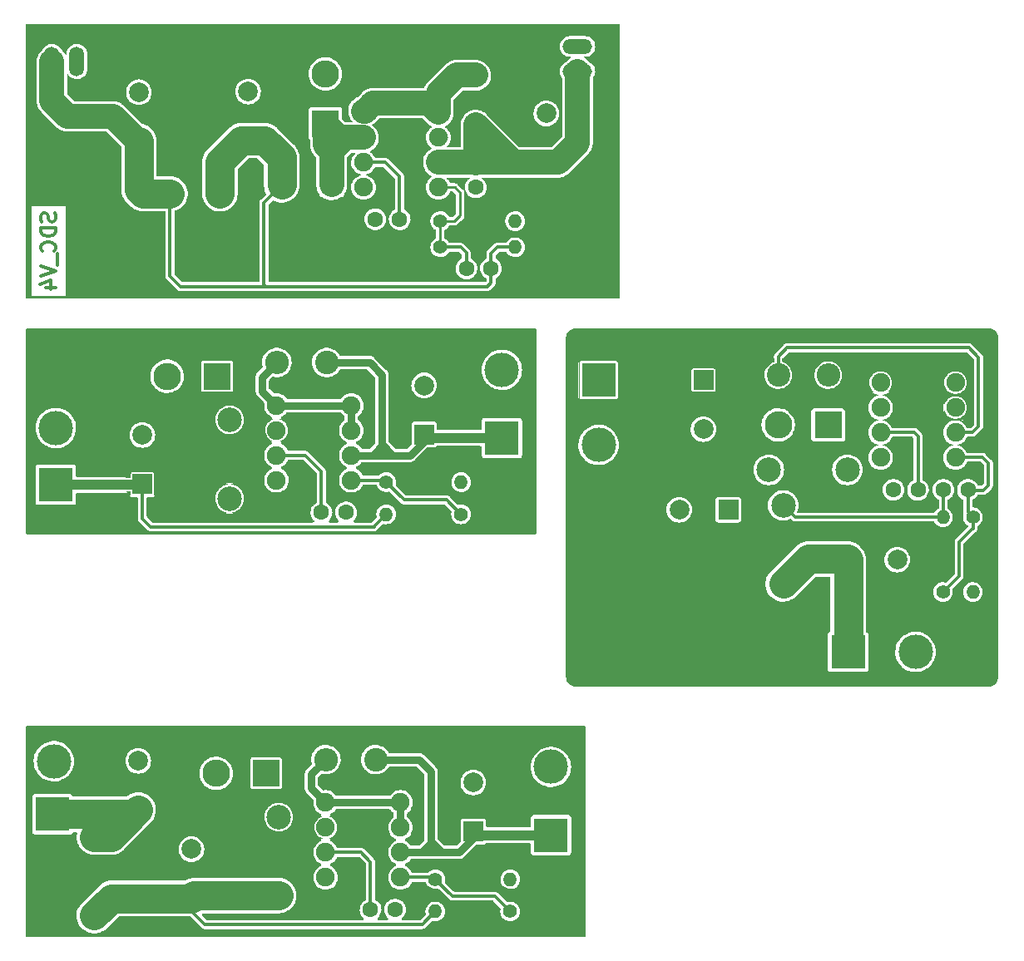
<source format=gbr>
%TF.GenerationSoftware,KiCad,Pcbnew,(6.0.8)*%
%TF.CreationDate,2022-11-19T23:49:02+04:00*%
%TF.ProjectId,panel,70616e65-6c2e-46b6-9963-61645f706362,rev?*%
%TF.SameCoordinates,Original*%
%TF.FileFunction,Copper,L2,Bot*%
%TF.FilePolarity,Positive*%
%FSLAX46Y46*%
G04 Gerber Fmt 4.6, Leading zero omitted, Abs format (unit mm)*
G04 Created by KiCad (PCBNEW (6.0.8)) date 2022-11-19 23:49:02*
%MOMM*%
%LPD*%
G01*
G04 APERTURE LIST*
%ADD10C,0.300000*%
%TA.AperFunction,NonConductor*%
%ADD11C,0.300000*%
%TD*%
%TA.AperFunction,ComponentPad*%
%ADD12C,1.400000*%
%TD*%
%TA.AperFunction,ComponentPad*%
%ADD13O,1.400000X1.400000*%
%TD*%
%TA.AperFunction,ComponentPad*%
%ADD14R,2.000000X2.000000*%
%TD*%
%TA.AperFunction,ComponentPad*%
%ADD15C,2.000000*%
%TD*%
%TA.AperFunction,ComponentPad*%
%ADD16R,2.800000X2.800000*%
%TD*%
%TA.AperFunction,ComponentPad*%
%ADD17O,2.800000X2.800000*%
%TD*%
%TA.AperFunction,ComponentPad*%
%ADD18C,2.400000*%
%TD*%
%TA.AperFunction,ComponentPad*%
%ADD19O,2.400000X2.400000*%
%TD*%
%TA.AperFunction,ComponentPad*%
%ADD20R,3.500120X3.500120*%
%TD*%
%TA.AperFunction,ComponentPad*%
%ADD21C,1.600000*%
%TD*%
%TA.AperFunction,ComponentPad*%
%ADD22C,2.499360*%
%TD*%
%TA.AperFunction,ComponentPad*%
%ADD23O,3.010000X1.510000*%
%TD*%
%TA.AperFunction,ComponentPad*%
%ADD24C,1.905000*%
%TD*%
%TA.AperFunction,ComponentPad*%
%ADD25R,1.905000X1.905000*%
%TD*%
%TA.AperFunction,ComponentPad*%
%ADD26O,1.510000X3.010000*%
%TD*%
%TA.AperFunction,ComponentPad*%
%ADD27C,3.500120*%
%TD*%
%TA.AperFunction,Conductor*%
%ADD28C,0.750000*%
%TD*%
%TA.AperFunction,Conductor*%
%ADD29C,2.500000*%
%TD*%
%TA.AperFunction,Conductor*%
%ADD30C,0.300000*%
%TD*%
%TA.AperFunction,Conductor*%
%ADD31C,3.000000*%
%TD*%
%TA.AperFunction,Conductor*%
%ADD32C,0.250000*%
%TD*%
%TA.AperFunction,Conductor*%
%ADD33C,1.000000*%
%TD*%
G04 APERTURE END LIST*
D10*
D11*
X63479942Y-53788857D02*
X63551371Y-54003142D01*
X63551371Y-54360285D01*
X63479942Y-54503142D01*
X63408514Y-54574571D01*
X63265657Y-54646000D01*
X63122800Y-54646000D01*
X62979942Y-54574571D01*
X62908514Y-54503142D01*
X62837085Y-54360285D01*
X62765657Y-54074571D01*
X62694228Y-53931714D01*
X62622800Y-53860285D01*
X62479942Y-53788857D01*
X62337085Y-53788857D01*
X62194228Y-53860285D01*
X62122800Y-53931714D01*
X62051371Y-54074571D01*
X62051371Y-54431714D01*
X62122800Y-54646000D01*
X63551371Y-55288857D02*
X62051371Y-55288857D01*
X62051371Y-55646000D01*
X62122800Y-55860285D01*
X62265657Y-56003142D01*
X62408514Y-56074571D01*
X62694228Y-56146000D01*
X62908514Y-56146000D01*
X63194228Y-56074571D01*
X63337085Y-56003142D01*
X63479942Y-55860285D01*
X63551371Y-55646000D01*
X63551371Y-55288857D01*
X63408514Y-57646000D02*
X63479942Y-57574571D01*
X63551371Y-57360285D01*
X63551371Y-57217428D01*
X63479942Y-57003142D01*
X63337085Y-56860285D01*
X63194228Y-56788857D01*
X62908514Y-56717428D01*
X62694228Y-56717428D01*
X62408514Y-56788857D01*
X62265657Y-56860285D01*
X62122800Y-57003142D01*
X62051371Y-57217428D01*
X62051371Y-57360285D01*
X62122800Y-57574571D01*
X62194228Y-57646000D01*
X63694228Y-57931714D02*
X63694228Y-59074571D01*
X62051371Y-59217428D02*
X63551371Y-59717428D01*
X62051371Y-60217428D01*
X62551371Y-61360285D02*
X63551371Y-61360285D01*
X61979942Y-61003142D02*
X63051371Y-60646000D01*
X63051371Y-61574571D01*
D12*
%TO.P,R1,1*%
%TO.N,N/C*%
X102213800Y-121623700D03*
D13*
%TO.P,R1,2*%
X109833800Y-121623700D03*
%TD*%
D14*
%TO.P,C3,1*%
%TO.N,N/C*%
X132024000Y-83996000D03*
D15*
%TO.P,C3,2*%
X127024000Y-83996000D03*
%TD*%
D12*
%TO.P,R3,1*%
%TO.N,N/C*%
X109821100Y-124913000D03*
D13*
%TO.P,R3,2*%
X102201100Y-124913000D03*
%TD*%
D16*
%TO.P,D1,1*%
%TO.N,N/C*%
X79977360Y-70396400D03*
D17*
%TO.P,D1,2*%
X74897360Y-70396400D03*
%TD*%
D18*
%TO.P,R2,1*%
%TO.N,N/C*%
X137104000Y-70280000D03*
D19*
%TO.P,R2,2*%
X142184000Y-70280000D03*
%TD*%
D20*
%TO.P,Vout,3*%
%TO.N,N/C*%
X144216000Y-98474000D03*
%TD*%
%TO.P,Vout,1*%
%TO.N,N/C*%
X63237500Y-115007000D03*
%TD*%
D21*
%TO.P,C2,1*%
%TO.N,N/C*%
X151328000Y-81964000D03*
%TO.P,C2,2*%
X148828000Y-81964000D03*
%TD*%
D22*
%TO.P,L1,1*%
%TO.N,N/C*%
X144152500Y-79932000D03*
%TO.P,L1,2*%
X136151500Y-79932000D03*
%TD*%
%TO.P,L2,1*%
%TO.N,N/C*%
X137612000Y-83551500D03*
%TO.P,L2,2*%
X137612000Y-91552500D03*
%TD*%
D12*
%TO.P,R1,1*%
%TO.N,N/C*%
X102700000Y-54598000D03*
D13*
%TO.P,R1,2*%
X110320000Y-54598000D03*
%TD*%
D14*
%TO.P,C3,1*%
%TO.N,N/C*%
X83142000Y-46406500D03*
D15*
%TO.P,C3,2*%
X83142000Y-41406500D03*
%TD*%
D12*
%TO.P,R3,1*%
%TO.N,N/C*%
X102700000Y-57265000D03*
D13*
%TO.P,R3,2*%
X110320000Y-57265000D03*
%TD*%
D21*
%TO.P,C2,1*%
%TO.N,N/C*%
X90609800Y-84277500D03*
%TO.P,C2,2*%
X93109800Y-84277500D03*
%TD*%
D18*
%TO.P,R2,1*%
%TO.N,N/C*%
X96155900Y-109444400D03*
D19*
%TO.P,R2,2*%
X91075900Y-109444400D03*
%TD*%
D21*
%TO.P,C6,1*%
%TO.N,N/C*%
X106319500Y-48669000D03*
%TO.P,C6,2*%
X106319500Y-51169000D03*
%TD*%
D14*
%TO.P,C1,1*%
%TO.N,N/C*%
X113495000Y-48629000D03*
D15*
%TO.P,C1,2*%
X113495000Y-43629000D03*
%TD*%
D23*
%TO.P,Vin,1*%
%TO.N,N/C*%
X116670000Y-36818000D03*
%TO.P,Vin,2*%
X116670000Y-39358000D03*
%TD*%
D22*
%TO.P,L1,1*%
%TO.N,N/C*%
X67492000Y-117331100D03*
%TO.P,L1,2*%
X67492000Y-125332100D03*
%TD*%
D14*
%TO.P,C3,1*%
%TO.N,N/C*%
X71962400Y-114575200D03*
D15*
%TO.P,C3,2*%
X71962400Y-109575200D03*
%TD*%
D20*
%TO.P,Vin,1*%
%TO.N,N/C*%
X113971460Y-117138060D03*
%TD*%
D18*
%TO.P,R2,1*%
%TO.N,N/C*%
X91155900Y-68999400D03*
D19*
%TO.P,R2,2*%
X86075900Y-68999400D03*
%TD*%
D24*
%TO.P,U1,1*%
%TO.N,N/C*%
X147518000Y-71042000D03*
%TO.P,U1,2*%
X147518000Y-73582000D03*
%TO.P,U1,3*%
X147518000Y-76122000D03*
%TO.P,U1,4*%
X147518000Y-78662000D03*
%TO.P,U1,5*%
X155138000Y-78662000D03*
%TO.P,U1,6*%
X155138000Y-76122000D03*
%TO.P,U1,7*%
X155138000Y-73582000D03*
%TO.P,U1,8*%
X155138000Y-71042000D03*
%TD*%
D25*
%TO.P,L1,1*%
%TO.N,N/C*%
X91651000Y-50915000D03*
D24*
%TO.P,L1,2*%
X86571000Y-50915000D03*
%TD*%
D14*
%TO.P,C4,1*%
%TO.N,N/C*%
X72029500Y-46470000D03*
D15*
%TO.P,C4,2*%
X72029500Y-41470000D03*
%TD*%
D20*
%TO.P,Vin,1*%
%TO.N,N/C*%
X108971460Y-76693060D03*
%TD*%
D21*
%TO.P,C2,1*%
%TO.N,N/C*%
X95609800Y-124722500D03*
%TO.P,C2,2*%
X98109800Y-124722500D03*
%TD*%
D14*
%TO.P,C4,1*%
%TO.N,N/C*%
X144216000Y-89076000D03*
D15*
%TO.P,C4,2*%
X149216000Y-89076000D03*
%TD*%
D26*
%TO.P,Vout,1*%
%TO.N,N/C*%
X63177600Y-38342000D03*
%TO.P,Vout,2*%
X65717600Y-38342000D03*
%TD*%
D14*
%TO.P,C1,1*%
%TO.N,N/C*%
X129484000Y-70788000D03*
D15*
%TO.P,C1,2*%
X129484000Y-75788000D03*
%TD*%
D24*
%TO.P,U1,1*%
%TO.N,N/C*%
X94889500Y-43549000D03*
%TO.P,U1,2*%
X94889500Y-46089000D03*
%TO.P,U1,3*%
X94889500Y-48629000D03*
%TO.P,U1,4*%
X94889500Y-51169000D03*
%TO.P,U1,5*%
X102509500Y-51169000D03*
%TO.P,U1,6*%
X102509500Y-48629000D03*
%TO.P,U1,7*%
X102509500Y-46089000D03*
%TO.P,U1,8*%
X102509500Y-43549000D03*
%TD*%
D21*
%TO.P,C5,1*%
%TO.N,N/C*%
X156408000Y-81964000D03*
%TO.P,C5,2*%
X153908000Y-81964000D03*
%TD*%
D25*
%TO.P,L2,1*%
%TO.N,N/C*%
X80284500Y-51804000D03*
D24*
%TO.P,L2,2*%
X75204500Y-51804000D03*
%TD*%
%TO.P,U1,1*%
%TO.N,N/C*%
X91037800Y-113813200D03*
%TO.P,U1,2*%
X91037800Y-116353200D03*
%TO.P,U1,3*%
X91037800Y-118893200D03*
%TO.P,U1,4*%
X91037800Y-121433200D03*
%TO.P,U1,5*%
X98657800Y-121433200D03*
%TO.P,U1,6*%
X98657800Y-118893200D03*
%TO.P,U1,7*%
X98657800Y-116353200D03*
%TO.P,U1,8*%
X98657800Y-113813200D03*
%TD*%
D14*
%TO.P,C3,1*%
%TO.N,N/C*%
X72382760Y-81384440D03*
D15*
%TO.P,C3,2*%
X72382760Y-76384440D03*
%TD*%
D27*
%TO.P,GND,4*%
%TO.N,N/C*%
X151074000Y-98474000D03*
%TD*%
D24*
%TO.P,U1,1*%
%TO.N,N/C*%
X86037800Y-73368200D03*
%TO.P,U1,2*%
X86037800Y-75908200D03*
%TO.P,U1,3*%
X86037800Y-78448200D03*
%TO.P,U1,4*%
X86037800Y-80988200D03*
%TO.P,U1,5*%
X93657800Y-80988200D03*
%TO.P,U1,6*%
X93657800Y-78448200D03*
%TO.P,U1,7*%
X93657800Y-75908200D03*
%TO.P,U1,8*%
X93657800Y-73368200D03*
%TD*%
D27*
%TO.P,GND,1*%
%TO.N,N/C*%
X63364500Y-109609500D03*
%TD*%
D21*
%TO.P,C5,1*%
%TO.N,N/C*%
X105367000Y-59424000D03*
%TO.P,C5,2*%
X107867000Y-59424000D03*
%TD*%
D20*
%TO.P,Vin,1*%
%TO.N,N/C*%
X118816000Y-70788000D03*
%TD*%
D16*
%TO.P,D1,1*%
%TO.N,N/C*%
X91016000Y-44692000D03*
D17*
%TO.P,D1,2*%
X91016000Y-39612000D03*
%TD*%
D21*
%TO.P,C2,1*%
%TO.N,N/C*%
X98572500Y-54407500D03*
%TO.P,C2,2*%
X96072500Y-54407500D03*
%TD*%
D27*
%TO.P,GND,1*%
%TO.N,N/C*%
X113971460Y-110183540D03*
%TD*%
D16*
%TO.P,D1,1*%
%TO.N,N/C*%
X84977360Y-110841400D03*
D17*
%TO.P,D1,2*%
X79897360Y-110841400D03*
%TD*%
D22*
%TO.P,L1,1*%
%TO.N,N/C*%
X81262600Y-74843940D03*
%TO.P,L1,2*%
X81262600Y-82844940D03*
%TD*%
D14*
%TO.P,C1,1*%
%TO.N,N/C*%
X101064440Y-76327300D03*
D15*
%TO.P,C1,2*%
X101064440Y-71327300D03*
%TD*%
D12*
%TO.P,R1,1*%
%TO.N,N/C*%
X156916000Y-84758000D03*
D13*
%TO.P,R1,2*%
X156916000Y-92378000D03*
%TD*%
D20*
%TO.P,Vout,1*%
%TO.N,N/C*%
X63576580Y-81453020D03*
%TD*%
D14*
%TO.P,C3,1*%
%TO.N,N/C*%
X77382760Y-123566800D03*
D15*
%TO.P,C3,2*%
X77382760Y-118566800D03*
%TD*%
D12*
%TO.P,R1,1*%
%TO.N,N/C*%
X97213800Y-81178700D03*
D13*
%TO.P,R1,2*%
X104833800Y-81178700D03*
%TD*%
D22*
%TO.P,L1,1*%
%TO.N,N/C*%
X86262600Y-115288940D03*
%TO.P,L1,2*%
X86262600Y-123289940D03*
%TD*%
D27*
%TO.P,GND,1*%
%TO.N,N/C*%
X63576580Y-75669440D03*
%TD*%
D12*
%TO.P,R3,1*%
%TO.N,N/C*%
X104821100Y-84468000D03*
D13*
%TO.P,R3,2*%
X97201100Y-84468000D03*
%TD*%
D14*
%TO.P,C1,1*%
%TO.N,N/C*%
X106064440Y-116772300D03*
D15*
%TO.P,C1,2*%
X106064440Y-111772300D03*
%TD*%
D27*
%TO.P,GND,1*%
%TO.N,N/C*%
X108971460Y-69738540D03*
%TD*%
D12*
%TO.P,R3,1*%
%TO.N,N/C*%
X153868000Y-92378000D03*
D13*
%TO.P,R3,2*%
X153868000Y-84758000D03*
%TD*%
D18*
%TO.P,R2,1*%
%TO.N,N/C*%
X106319500Y-44819000D03*
D19*
%TO.P,R2,2*%
X106319500Y-39739000D03*
%TD*%
D27*
%TO.P,GND,2*%
%TO.N,N/C*%
X118816000Y-77392000D03*
%TD*%
D16*
%TO.P,D1,1*%
%TO.N,N/C*%
X142184000Y-75360000D03*
D17*
%TO.P,D1,2*%
X137104000Y-75360000D03*
%TD*%
D28*
%TO.N,*%
X100816800Y-118893200D02*
X101782000Y-117928000D01*
X101064440Y-76327300D02*
X101064440Y-77010560D01*
X86037800Y-73368200D02*
X93657800Y-73368200D01*
X101782000Y-118842400D02*
X101832800Y-118893200D01*
X91037800Y-113813200D02*
X98657800Y-113813200D01*
D29*
X94889500Y-46089000D02*
X92413000Y-46089000D01*
D30*
X104821100Y-84468000D02*
X103353100Y-83000000D01*
X84750000Y-52736000D02*
X86571000Y-50915000D01*
X94889500Y-48629000D02*
X97129000Y-48629000D01*
D31*
X72029500Y-51359500D02*
X72029500Y-46470000D01*
D28*
X98657800Y-116353200D02*
X98657800Y-113813200D01*
D30*
X138000000Y-67500000D02*
X137104000Y-68396000D01*
X108250000Y-123341900D02*
X103932000Y-123341900D01*
X95609800Y-119859800D02*
X95609800Y-124722500D01*
D29*
X113495000Y-48629000D02*
X111209000Y-48629000D01*
D31*
X69206500Y-117331100D02*
X71962400Y-114575200D01*
D29*
X63177600Y-42347000D02*
X63177600Y-38342000D01*
D32*
X102509500Y-46089000D02*
X103081000Y-46089000D01*
D29*
X102509500Y-48629000D02*
X106279500Y-48629000D01*
D30*
X72382760Y-81384440D02*
X72382760Y-84382760D01*
D28*
X96782000Y-77483000D02*
X96782000Y-78397400D01*
D30*
X97129000Y-48629000D02*
X98572500Y-50072500D01*
X105367000Y-57852000D02*
X104780000Y-57265000D01*
X100864100Y-126250000D02*
X78750000Y-126250000D01*
D32*
X104750000Y-54000000D02*
X104152000Y-54598000D01*
D30*
X158500000Y-79250000D02*
X158500000Y-81500000D01*
X156500000Y-67500000D02*
X138000000Y-67500000D01*
X137104000Y-68396000D02*
X137104000Y-70280000D01*
D29*
X116670000Y-39358000D02*
X116670000Y-46622400D01*
D28*
X104626800Y-118893200D02*
X102874200Y-118893200D01*
D30*
X107867000Y-57883000D02*
X108485000Y-57265000D01*
D29*
X91651000Y-50915000D02*
X91651000Y-47462500D01*
X69375200Y-43930000D02*
X64760600Y-43930000D01*
D31*
X80284500Y-51804000D02*
X80284500Y-48565500D01*
D30*
X157912000Y-78662000D02*
X158500000Y-79250000D01*
X104780000Y-57265000D02*
X102700000Y-57265000D01*
D29*
X106319500Y-44819000D02*
X108669000Y-47168500D01*
D30*
X155138000Y-78662000D02*
X157912000Y-78662000D01*
X76250000Y-61250000D02*
X75204500Y-60204500D01*
D31*
X144216000Y-89076000D02*
X144216000Y-98474000D01*
D28*
X86075900Y-68999400D02*
X84590000Y-70485300D01*
D30*
X72382760Y-84882760D02*
X73250000Y-85750000D01*
D29*
X108669000Y-48629000D02*
X106359500Y-48629000D01*
X116670000Y-46622400D02*
X114663400Y-48629000D01*
D28*
X84590000Y-71920400D02*
X86037800Y-73368200D01*
D30*
X97201100Y-84468000D02*
X95919100Y-85750000D01*
D32*
X137104000Y-68692500D02*
X137104000Y-70280000D01*
D28*
X106064440Y-116772300D02*
X106064440Y-117455560D01*
X101782000Y-117928000D02*
X101909000Y-117928000D01*
D31*
X77382760Y-123566800D02*
X69257300Y-123566800D01*
D28*
X100816800Y-118893200D02*
X98657800Y-118893200D01*
D32*
X78500000Y-126000000D02*
X77382760Y-124882760D01*
D29*
X91016000Y-44692000D02*
X91016000Y-46827500D01*
X106319500Y-44819000D02*
X110129500Y-48629000D01*
D31*
X82443500Y-46406500D02*
X82888000Y-46406500D01*
D30*
X138818500Y-84758000D02*
X153868000Y-84758000D01*
D28*
X101064440Y-77010560D02*
X99626800Y-78448200D01*
D30*
X155138000Y-76122000D02*
X156878000Y-76122000D01*
D29*
X95049510Y-43388990D02*
X94889500Y-43388990D01*
X104351000Y-39739000D02*
X102509500Y-41580500D01*
X106319500Y-39739000D02*
X104351000Y-39739000D01*
D30*
X157500000Y-75500000D02*
X157500000Y-68500000D01*
D29*
X114663400Y-48629000D02*
X113495000Y-48629000D01*
D33*
X108971460Y-76693060D02*
X101430200Y-76693060D01*
D31*
X75204500Y-51804000D02*
X72474000Y-51804000D01*
D30*
X95919100Y-85750000D02*
X73250000Y-85750000D01*
D31*
X82888000Y-46406500D02*
X84856500Y-46406500D01*
D30*
X77382760Y-123566800D02*
X77382760Y-124882760D01*
X158000000Y-82000000D02*
X156444000Y-82000000D01*
X109821100Y-124913000D02*
X108250000Y-123341900D01*
D31*
X86571000Y-48121000D02*
X86571000Y-50915000D01*
D29*
X92413000Y-46089000D02*
X91016000Y-44692000D01*
D30*
X155500000Y-87250000D02*
X155500000Y-90746000D01*
D28*
X96782000Y-77483000D02*
X96909000Y-77483000D01*
D30*
X85000000Y-61250000D02*
X76250000Y-61250000D01*
X77382760Y-124882760D02*
X78750000Y-126250000D01*
D31*
X137612000Y-91552500D02*
X140152000Y-89012500D01*
D30*
X102201100Y-124913000D02*
X100864100Y-126250000D01*
X107867000Y-59424000D02*
X107867000Y-57883000D01*
X108485000Y-57265000D02*
X110320000Y-57265000D01*
X153908000Y-84718000D02*
X153868000Y-84758000D01*
D29*
X106279500Y-48629000D02*
X106319500Y-48669000D01*
D33*
X63576580Y-81453020D02*
X72314180Y-81453020D01*
D29*
X102509500Y-43549000D02*
X101557001Y-42596501D01*
D32*
X98848300Y-121623700D02*
X98657800Y-121433200D01*
D31*
X67492000Y-117331100D02*
X69206500Y-117331100D01*
D28*
X91075900Y-109444400D02*
X89590000Y-110930300D01*
X95816800Y-78448200D02*
X93657800Y-78448200D01*
D30*
X156834000Y-85916000D02*
X155500000Y-87250000D01*
D31*
X80284500Y-48565500D02*
X82443500Y-46406500D01*
D29*
X102509500Y-41580500D02*
X102509500Y-43549000D01*
D31*
X84856500Y-46406500D02*
X86571000Y-48121000D01*
D30*
X103932000Y-123341900D02*
X102213800Y-121623700D01*
X102023300Y-121433200D02*
X102213800Y-121623700D01*
D29*
X111209000Y-48629000D02*
X108669000Y-48629000D01*
D30*
X85000000Y-61250000D02*
X84750000Y-61000000D01*
X156916000Y-85916000D02*
X156834000Y-85916000D01*
D31*
X63237500Y-115007000D02*
X71530600Y-115007000D01*
D30*
X98572500Y-50072500D02*
X98572500Y-54407500D01*
D32*
X104152000Y-54598000D02*
X102700000Y-54598000D01*
D30*
X151328000Y-76503000D02*
X150947000Y-76122000D01*
D28*
X95816800Y-78448200D02*
X96782000Y-77483000D01*
D32*
X102509500Y-51169000D02*
X104169000Y-51169000D01*
D33*
X91016000Y-50280000D02*
X91651000Y-50915000D01*
D30*
X107500000Y-61250000D02*
X85000000Y-61250000D01*
D28*
X97874200Y-78448200D02*
X96832800Y-78448200D01*
D30*
X99035100Y-83000000D02*
X97213800Y-81178700D01*
X75204500Y-60204500D02*
X75204500Y-51804000D01*
D29*
X72029500Y-46470000D02*
X71915200Y-46470000D01*
X64760600Y-43930000D02*
X63177600Y-42347000D01*
D33*
X72314180Y-81453020D02*
X72382760Y-81384440D01*
D28*
X102874200Y-118893200D02*
X101832800Y-118893200D01*
D32*
X93848300Y-81178700D02*
X93657800Y-80988200D01*
D29*
X110129500Y-48629000D02*
X111209000Y-48629000D01*
D28*
X99626800Y-78448200D02*
X97874200Y-78448200D01*
D30*
X156408000Y-81964000D02*
X156408000Y-84250000D01*
D28*
X100537400Y-109444400D02*
X101782000Y-110689000D01*
D29*
X101557001Y-42596501D02*
X95841999Y-42596501D01*
D28*
X101909000Y-117928000D02*
X102874200Y-118893200D01*
D30*
X156408000Y-84250000D02*
X156916000Y-84758000D01*
X153908000Y-81964000D02*
X153908000Y-84718000D01*
D28*
X91155900Y-68999400D02*
X95537400Y-68999400D01*
X95537400Y-68999400D02*
X96782000Y-70244000D01*
D30*
X107867000Y-59424000D02*
X107867000Y-60883000D01*
X88948200Y-78448200D02*
X86037800Y-78448200D01*
D29*
X91651000Y-47462500D02*
X93024500Y-46089000D01*
D30*
X107867000Y-60883000D02*
X107500000Y-61250000D01*
D28*
X96782000Y-78397400D02*
X96832800Y-78448200D01*
D30*
X90609800Y-80109800D02*
X88948200Y-78448200D01*
X156444000Y-82000000D02*
X156408000Y-81964000D01*
D32*
X104750000Y-51750000D02*
X104750000Y-54000000D01*
X102700000Y-54598000D02*
X102700000Y-57265000D01*
D29*
X91016000Y-46827500D02*
X91651000Y-47462500D01*
D30*
X84750000Y-61000000D02*
X84750000Y-52736000D01*
D28*
X106064440Y-117455560D02*
X104626800Y-118893200D01*
D32*
X102509500Y-46089000D02*
X103335000Y-46089000D01*
X96084550Y-85584550D02*
X95919100Y-85750000D01*
D28*
X101832800Y-118893200D02*
X100816800Y-118893200D01*
D31*
X77659620Y-123289940D02*
X77382760Y-123566800D01*
D30*
X156916000Y-84758000D02*
X156916000Y-85916000D01*
X72382760Y-81384440D02*
X72382760Y-84882760D01*
X94643200Y-118893200D02*
X95609800Y-119859800D01*
D28*
X89590000Y-110930300D02*
X89590000Y-112365400D01*
D30*
X93657800Y-80988200D02*
X97023300Y-80988200D01*
X137612000Y-83551500D02*
X138818500Y-84758000D01*
X156878000Y-76122000D02*
X157500000Y-75500000D01*
X91037800Y-118893200D02*
X94643200Y-118893200D01*
X147518000Y-76122000D02*
X150947000Y-76122000D01*
X103353100Y-83000000D02*
X99035100Y-83000000D01*
X97023300Y-80988200D02*
X97213800Y-81178700D01*
D33*
X101430200Y-76693060D02*
X101064440Y-76327300D01*
D30*
X155500000Y-90746000D02*
X153868000Y-92378000D01*
D33*
X113971460Y-117138060D02*
X106430200Y-117138060D01*
D29*
X93024500Y-46089000D02*
X94889500Y-46089000D01*
D33*
X106430200Y-117138060D02*
X106064440Y-116772300D01*
D32*
X72382760Y-84882760D02*
X72382760Y-84382760D01*
D31*
X72474000Y-51804000D02*
X72029500Y-51359500D01*
D30*
X98657800Y-121433200D02*
X102023300Y-121433200D01*
D28*
X96832800Y-78448200D02*
X95816800Y-78448200D01*
D31*
X144152500Y-89012500D02*
X144216000Y-89076000D01*
D30*
X90609800Y-84277500D02*
X90609800Y-80109800D01*
X151328000Y-81964000D02*
X151328000Y-76503000D01*
D29*
X106319500Y-44819000D02*
X106319500Y-48669000D01*
D28*
X101782000Y-117928000D02*
X101782000Y-118842400D01*
D30*
X97201100Y-84468000D02*
X96084550Y-85584550D01*
D28*
X84590000Y-70485300D02*
X84590000Y-71920400D01*
X96782000Y-70244000D02*
X96782000Y-77483000D01*
D29*
X71915200Y-46470000D02*
X69375200Y-43930000D01*
D28*
X96155900Y-109444400D02*
X100537400Y-109444400D01*
D31*
X69257300Y-123566800D02*
X67492000Y-125332100D01*
D29*
X106359500Y-48629000D02*
X106319500Y-48669000D01*
D31*
X86262600Y-123289940D02*
X77659620Y-123289940D01*
D28*
X96909000Y-77483000D02*
X97874200Y-78448200D01*
D29*
X108669000Y-47168500D02*
X108669000Y-48629000D01*
D30*
X157500000Y-68500000D02*
X156500000Y-67500000D01*
D31*
X71530600Y-115007000D02*
X71962400Y-114575200D01*
D29*
X95841999Y-42596501D02*
X95049510Y-43388990D01*
D30*
X158500000Y-81500000D02*
X158000000Y-82000000D01*
X105367000Y-59424000D02*
X105367000Y-57852000D01*
X78750000Y-126250000D02*
X78500000Y-126000000D01*
D31*
X140152000Y-89012500D02*
X144152500Y-89012500D01*
D28*
X89590000Y-112365400D02*
X91037800Y-113813200D01*
X101782000Y-110689000D02*
X101782000Y-117928000D01*
X93657800Y-75908200D02*
X93657800Y-73368200D01*
D32*
X104169000Y-51169000D02*
X104750000Y-51750000D01*
%TD*%
%TA.AperFunction,NonConductor*%
G36*
X148788000Y-74852000D02*
G01*
X147765976Y-74873292D01*
X147761503Y-74839318D01*
X147784333Y-74809565D01*
X147796151Y-74804670D01*
X147946121Y-74764486D01*
X147946123Y-74764485D01*
X147948188Y-74763932D01*
X148059765Y-74711903D01*
X148144957Y-74672178D01*
X148144959Y-74672177D01*
X148146893Y-74671275D01*
X148326489Y-74545520D01*
X148481520Y-74390489D01*
X148607275Y-74210893D01*
X148699932Y-74012188D01*
X148725499Y-73916772D01*
X148756122Y-73802484D01*
X148756122Y-73802482D01*
X148756677Y-73800412D01*
X148757464Y-73791426D01*
X148775600Y-73584126D01*
X148775786Y-73582000D01*
X148756677Y-73363588D01*
X148699932Y-73151812D01*
X148607275Y-72953107D01*
X148481520Y-72773511D01*
X148326489Y-72618480D01*
X148146893Y-72492725D01*
X148144959Y-72491823D01*
X148144957Y-72491822D01*
X148059765Y-72452097D01*
X147948188Y-72400068D01*
X147946123Y-72399515D01*
X147946121Y-72399514D01*
X147856499Y-72375500D01*
X148788000Y-72375500D01*
X148788000Y-74852000D01*
G37*
%TD.AperFunction*%
%TA.AperFunction,NonConductor*%
G36*
X147089879Y-72399514D02*
G01*
X147089877Y-72399515D01*
X147087812Y-72400068D01*
X146976235Y-72452097D01*
X146891043Y-72491822D01*
X146891041Y-72491823D01*
X146889107Y-72492725D01*
X146709511Y-72618480D01*
X146554480Y-72773511D01*
X146428725Y-72953107D01*
X146336068Y-73151812D01*
X146279323Y-73363588D01*
X146260214Y-73582000D01*
X146260400Y-73584126D01*
X146278537Y-73791426D01*
X146279323Y-73800412D01*
X146279878Y-73802482D01*
X146279878Y-73802484D01*
X146310501Y-73916772D01*
X146336068Y-74012188D01*
X146428725Y-74210893D01*
X146554480Y-74390489D01*
X146709511Y-74545520D01*
X146889107Y-74671275D01*
X146891041Y-74672177D01*
X146891043Y-74672178D01*
X146976235Y-74711903D01*
X147087812Y-74763932D01*
X147089877Y-74764485D01*
X147089879Y-74764486D01*
X147239849Y-74804670D01*
X147269602Y-74827500D01*
X147274497Y-74864682D01*
X147259799Y-74883838D01*
X145740000Y-74915500D01*
X145740000Y-81964000D01*
X142533250Y-81900500D01*
X142404870Y-79932000D01*
X142597527Y-79932000D01*
X142616671Y-80175251D01*
X142673633Y-80412513D01*
X142767009Y-80637943D01*
X142894500Y-80845990D01*
X142895744Y-80847447D01*
X142895748Y-80847452D01*
X142997382Y-80966449D01*
X143052968Y-81031532D01*
X143054428Y-81032779D01*
X143237048Y-81188752D01*
X143237053Y-81188756D01*
X143238510Y-81190000D01*
X143446557Y-81317491D01*
X143671987Y-81410867D01*
X143673853Y-81411315D01*
X143673856Y-81411316D01*
X143835503Y-81450124D01*
X143909249Y-81467829D01*
X144152500Y-81486973D01*
X144395751Y-81467829D01*
X144469497Y-81450124D01*
X144631144Y-81411316D01*
X144631147Y-81411315D01*
X144633013Y-81410867D01*
X144858443Y-81317491D01*
X145066490Y-81190000D01*
X145067947Y-81188756D01*
X145067952Y-81188752D01*
X145250572Y-81032779D01*
X145252032Y-81031532D01*
X145307618Y-80966449D01*
X145409252Y-80847452D01*
X145409256Y-80847447D01*
X145410500Y-80845990D01*
X145537991Y-80637943D01*
X145631367Y-80412513D01*
X145688329Y-80175251D01*
X145707473Y-79932000D01*
X145688329Y-79688749D01*
X145631367Y-79451487D01*
X145537991Y-79226057D01*
X145410500Y-79018010D01*
X145409256Y-79016553D01*
X145409252Y-79016548D01*
X145253279Y-78833928D01*
X145252032Y-78832468D01*
X145250572Y-78831221D01*
X145067952Y-78675248D01*
X145067947Y-78675244D01*
X145066490Y-78674000D01*
X144858443Y-78546509D01*
X144633013Y-78453133D01*
X144631147Y-78452685D01*
X144631144Y-78452684D01*
X144469497Y-78413876D01*
X144395751Y-78396171D01*
X144152500Y-78377027D01*
X143909249Y-78396171D01*
X143835503Y-78413876D01*
X143673856Y-78452684D01*
X143673853Y-78452685D01*
X143671987Y-78453133D01*
X143446557Y-78546509D01*
X143238510Y-78674000D01*
X143237053Y-78675244D01*
X143237048Y-78675248D01*
X143054428Y-78831221D01*
X143052968Y-78832468D01*
X143051721Y-78833928D01*
X142895748Y-79016548D01*
X142895744Y-79016553D01*
X142894500Y-79018010D01*
X142767009Y-79226057D01*
X142673633Y-79451487D01*
X142616671Y-79688749D01*
X142597527Y-79932000D01*
X142404870Y-79932000D01*
X142342750Y-78979500D01*
X140992828Y-77525569D01*
X140152000Y-77090375D01*
X140140217Y-76804646D01*
X140483500Y-76804646D01*
X140486618Y-76830846D01*
X140488108Y-76834201D01*
X140488109Y-76834204D01*
X140530027Y-76928574D01*
X140532061Y-76933153D01*
X140535262Y-76936348D01*
X140535263Y-76936350D01*
X140571563Y-76972587D01*
X140611287Y-77012241D01*
X140713673Y-77057506D01*
X140717329Y-77057932D01*
X140717332Y-77057933D01*
X140726724Y-77059028D01*
X140739354Y-77060500D01*
X143628646Y-77060500D01*
X143630071Y-77060330D01*
X143630078Y-77060330D01*
X143651200Y-77057816D01*
X143651201Y-77057816D01*
X143654846Y-77057382D01*
X143658201Y-77055892D01*
X143658204Y-77055891D01*
X143753018Y-77013776D01*
X143753019Y-77013775D01*
X143757153Y-77011939D01*
X143760348Y-77008738D01*
X143760350Y-77008737D01*
X143832610Y-76936350D01*
X143836241Y-76932713D01*
X143881506Y-76830327D01*
X143884500Y-76804646D01*
X143884500Y-73915354D01*
X143881382Y-73889154D01*
X143879892Y-73885799D01*
X143879891Y-73885796D01*
X143837776Y-73790982D01*
X143837775Y-73790981D01*
X143835939Y-73786847D01*
X143832738Y-73783652D01*
X143832737Y-73783650D01*
X143760223Y-73711263D01*
X143756713Y-73707759D01*
X143654327Y-73662494D01*
X143650671Y-73662068D01*
X143650668Y-73662067D01*
X143641276Y-73660972D01*
X143628646Y-73659500D01*
X140739354Y-73659500D01*
X140737929Y-73659670D01*
X140737922Y-73659670D01*
X140716800Y-73662184D01*
X140716799Y-73662184D01*
X140713154Y-73662618D01*
X140709799Y-73664108D01*
X140709796Y-73664109D01*
X140614982Y-73706224D01*
X140614981Y-73706225D01*
X140610847Y-73708061D01*
X140607652Y-73711262D01*
X140607650Y-73711263D01*
X140571413Y-73747563D01*
X140531759Y-73787287D01*
X140486494Y-73889673D01*
X140483500Y-73915354D01*
X140483500Y-76804646D01*
X140140217Y-76804646D01*
X140025000Y-74010625D01*
X140787000Y-73137500D01*
X145422500Y-73137500D01*
X146248000Y-72375500D01*
X147179501Y-72375500D01*
X147089879Y-72399514D01*
G37*
%TD.AperFunction*%
%TA.AperFunction,NonConductor*%
G36*
X146057500Y-69518000D02*
G01*
X155201500Y-69518000D01*
X156344500Y-69835500D01*
X156344500Y-74852000D01*
X153995000Y-74979000D01*
X153995000Y-73765835D01*
X153995432Y-73767535D01*
X153995432Y-73767537D01*
X154018056Y-73856618D01*
X154046478Y-73968528D01*
X154135195Y-74160970D01*
X154257496Y-74334022D01*
X154409285Y-74481888D01*
X154585479Y-74599617D01*
X154780177Y-74683266D01*
X154855684Y-74700352D01*
X154982433Y-74729033D01*
X154982438Y-74729034D01*
X154986859Y-74730034D01*
X155092730Y-74734193D01*
X155194069Y-74738175D01*
X155194070Y-74738175D01*
X155198602Y-74738353D01*
X155408316Y-74707946D01*
X155412615Y-74706487D01*
X155412618Y-74706486D01*
X155604676Y-74641291D01*
X155608977Y-74639831D01*
X155685288Y-74597095D01*
X155789905Y-74538506D01*
X155793864Y-74536289D01*
X155956787Y-74400787D01*
X156092289Y-74237864D01*
X156130100Y-74170348D01*
X156193613Y-74056938D01*
X156193614Y-74056936D01*
X156195831Y-74052977D01*
X156223097Y-73972654D01*
X156262486Y-73856618D01*
X156262487Y-73856615D01*
X156263946Y-73852316D01*
X156275717Y-73771133D01*
X156293933Y-73645502D01*
X156293934Y-73645494D01*
X156294353Y-73642602D01*
X156295940Y-73582000D01*
X156276550Y-73370982D01*
X156219030Y-73167031D01*
X156125306Y-72976978D01*
X155998517Y-72807187D01*
X155842909Y-72663344D01*
X155810481Y-72642883D01*
X155667531Y-72552689D01*
X155663694Y-72550268D01*
X155466873Y-72471744D01*
X155259038Y-72430403D01*
X155154718Y-72429038D01*
X155051689Y-72427689D01*
X155051684Y-72427689D01*
X155047149Y-72427630D01*
X155042676Y-72428399D01*
X155042671Y-72428399D01*
X154842781Y-72462746D01*
X154842775Y-72462748D01*
X154838303Y-72463516D01*
X154738898Y-72500188D01*
X154643757Y-72535287D01*
X154643754Y-72535288D01*
X154639494Y-72536860D01*
X154457380Y-72645207D01*
X154453965Y-72648202D01*
X154453962Y-72648204D01*
X154301474Y-72781933D01*
X154298060Y-72784927D01*
X154166870Y-72951341D01*
X154068203Y-73138876D01*
X154005364Y-73341251D01*
X153995000Y-73428816D01*
X153995000Y-71938938D01*
X149200750Y-71923063D01*
X148212899Y-71963824D01*
X148333293Y-71863693D01*
X148336787Y-71860787D01*
X148472289Y-71697864D01*
X148511386Y-71628052D01*
X148573613Y-71516938D01*
X148573614Y-71516936D01*
X148575831Y-71512977D01*
X148604486Y-71428562D01*
X148642486Y-71316618D01*
X148642487Y-71316615D01*
X148643946Y-71312316D01*
X148648490Y-71280975D01*
X148673933Y-71105502D01*
X148673934Y-71105494D01*
X148674353Y-71102602D01*
X148675940Y-71042000D01*
X148673155Y-71011689D01*
X153980457Y-71011689D01*
X153980754Y-71016217D01*
X153992385Y-71193674D01*
X153994316Y-71223142D01*
X153995432Y-71227535D01*
X153995432Y-71227537D01*
X154018056Y-71316618D01*
X154046478Y-71428528D01*
X154135195Y-71620970D01*
X154257496Y-71794022D01*
X154409285Y-71941888D01*
X154413060Y-71944410D01*
X154413062Y-71944412D01*
X154486359Y-71993387D01*
X154585479Y-72059617D01*
X154780177Y-72143266D01*
X154855684Y-72160352D01*
X154982433Y-72189033D01*
X154982438Y-72189034D01*
X154986859Y-72190034D01*
X155092731Y-72194194D01*
X155194069Y-72198175D01*
X155194070Y-72198175D01*
X155198602Y-72198353D01*
X155408316Y-72167946D01*
X155412615Y-72166487D01*
X155412618Y-72166486D01*
X155604676Y-72101291D01*
X155608977Y-72099831D01*
X155683672Y-72058000D01*
X155789905Y-71998506D01*
X155793864Y-71996289D01*
X155956787Y-71860787D01*
X156092289Y-71697864D01*
X156131386Y-71628052D01*
X156193613Y-71516938D01*
X156193614Y-71516936D01*
X156195831Y-71512977D01*
X156224486Y-71428562D01*
X156262486Y-71316618D01*
X156262487Y-71316615D01*
X156263946Y-71312316D01*
X156268490Y-71280975D01*
X156293933Y-71105502D01*
X156293934Y-71105494D01*
X156294353Y-71102602D01*
X156295940Y-71042000D01*
X156292429Y-71003783D01*
X156276965Y-70835500D01*
X156276550Y-70830982D01*
X156219030Y-70627031D01*
X156125306Y-70436978D01*
X155998517Y-70267187D01*
X155842909Y-70123344D01*
X155810481Y-70102883D01*
X155667531Y-70012689D01*
X155663694Y-70010268D01*
X155466873Y-69931744D01*
X155259038Y-69890403D01*
X155154718Y-69889038D01*
X155051689Y-69887689D01*
X155051684Y-69887689D01*
X155047149Y-69887630D01*
X155042676Y-69888399D01*
X155042671Y-69888399D01*
X154842781Y-69922746D01*
X154842775Y-69922748D01*
X154838303Y-69923516D01*
X154738899Y-69960188D01*
X154643757Y-69995287D01*
X154643754Y-69995288D01*
X154639494Y-69996860D01*
X154635591Y-69999182D01*
X154635589Y-69999183D01*
X154599384Y-70020723D01*
X154457380Y-70105207D01*
X154453965Y-70108202D01*
X154453962Y-70108204D01*
X154301824Y-70241626D01*
X154298060Y-70244927D01*
X154166870Y-70411341D01*
X154164757Y-70415356D01*
X154164757Y-70415357D01*
X154079726Y-70576975D01*
X154068203Y-70598876D01*
X154066859Y-70603205D01*
X154007790Y-70793439D01*
X154005364Y-70801251D01*
X153980457Y-71011689D01*
X148673155Y-71011689D01*
X148672429Y-71003783D01*
X148656965Y-70835500D01*
X148656550Y-70830982D01*
X148599030Y-70627031D01*
X148505306Y-70436978D01*
X148378517Y-70267187D01*
X148222909Y-70123344D01*
X148190481Y-70102883D01*
X148047531Y-70012689D01*
X148043694Y-70010268D01*
X147846873Y-69931744D01*
X147639038Y-69890403D01*
X147534718Y-69889038D01*
X147431689Y-69887689D01*
X147431684Y-69887689D01*
X147427149Y-69887630D01*
X147422676Y-69888399D01*
X147422671Y-69888399D01*
X147222781Y-69922746D01*
X147222775Y-69922748D01*
X147218303Y-69923516D01*
X147118899Y-69960188D01*
X147023757Y-69995287D01*
X147023754Y-69995288D01*
X147019494Y-69996860D01*
X147015591Y-69999182D01*
X147015589Y-69999183D01*
X146979384Y-70020723D01*
X146837380Y-70105207D01*
X146833965Y-70108202D01*
X146833962Y-70108204D01*
X146681824Y-70241626D01*
X146678060Y-70244927D01*
X146546870Y-70411341D01*
X146544757Y-70415356D01*
X146544757Y-70415357D01*
X146459726Y-70576975D01*
X146448203Y-70598876D01*
X146446859Y-70603205D01*
X146387790Y-70793439D01*
X146385364Y-70801251D01*
X146360457Y-71011689D01*
X146360754Y-71016217D01*
X146372385Y-71193674D01*
X146374316Y-71223142D01*
X146375432Y-71227535D01*
X146375432Y-71227537D01*
X146398056Y-71316618D01*
X146426478Y-71428528D01*
X146515195Y-71620970D01*
X146637496Y-71794022D01*
X146789285Y-71941888D01*
X146793060Y-71944410D01*
X146793062Y-71944412D01*
X146903004Y-72017873D01*
X145930500Y-72058000D01*
X140469500Y-72058000D01*
X140469500Y-70245665D01*
X140779119Y-70245665D01*
X140792376Y-70475580D01*
X140843006Y-70700242D01*
X140844535Y-70704006D01*
X140844536Y-70704011D01*
X140928118Y-70909848D01*
X140929649Y-70913618D01*
X141049979Y-71109978D01*
X141200763Y-71284048D01*
X141377953Y-71431154D01*
X141576790Y-71547345D01*
X141791934Y-71629501D01*
X141795909Y-71630310D01*
X141795910Y-71630310D01*
X142013624Y-71674604D01*
X142013628Y-71674604D01*
X142017607Y-71675414D01*
X142021667Y-71675563D01*
X142021668Y-71675563D01*
X142063459Y-71677095D01*
X142247749Y-71683853D01*
X142251767Y-71683338D01*
X142251773Y-71683338D01*
X142472146Y-71655108D01*
X142472152Y-71655107D01*
X142476178Y-71654591D01*
X142480071Y-71653423D01*
X142480076Y-71653422D01*
X142638836Y-71605791D01*
X142696761Y-71588413D01*
X142903574Y-71487096D01*
X143091062Y-71353363D01*
X143254190Y-71190803D01*
X143388577Y-71003783D01*
X143490615Y-70797325D01*
X143520112Y-70700242D01*
X143556380Y-70580869D01*
X143556380Y-70580868D01*
X143557563Y-70576975D01*
X143587622Y-70348649D01*
X143589300Y-70280000D01*
X143586477Y-70245665D01*
X143570763Y-70054525D01*
X143570762Y-70054522D01*
X143570430Y-70050478D01*
X143559908Y-70008586D01*
X143515317Y-69831066D01*
X143514326Y-69827120D01*
X143422496Y-69615924D01*
X143297405Y-69422563D01*
X143142412Y-69252229D01*
X143139226Y-69249713D01*
X143139223Y-69249710D01*
X142964869Y-69112013D01*
X142964863Y-69112009D01*
X142961681Y-69109496D01*
X142760065Y-68998198D01*
X142756234Y-68996841D01*
X142756231Y-68996840D01*
X142546814Y-68922681D01*
X142546809Y-68922680D01*
X142542978Y-68921323D01*
X142316250Y-68880937D01*
X142312204Y-68880888D01*
X142312198Y-68880887D01*
X142185094Y-68879334D01*
X142085971Y-68878123D01*
X141858325Y-68912958D01*
X141740433Y-68951491D01*
X141643281Y-68983245D01*
X141643277Y-68983247D01*
X141639424Y-68984506D01*
X141635824Y-68986380D01*
X141438754Y-69088968D01*
X141438751Y-69088970D01*
X141435149Y-69090845D01*
X141250984Y-69229119D01*
X141091877Y-69395616D01*
X141089585Y-69398976D01*
X140964389Y-69582505D01*
X140964386Y-69582511D01*
X140962099Y-69585863D01*
X140865136Y-69794752D01*
X140827390Y-69930860D01*
X140809087Y-69996860D01*
X140803592Y-70016673D01*
X140779119Y-70245665D01*
X140469500Y-70245665D01*
X140469500Y-68502000D01*
X143898500Y-68502000D01*
X146057500Y-69518000D01*
G37*
%TD.AperFunction*%
%TA.AperFunction,NonConductor*%
G36*
X137739000Y-81392500D02*
G01*
X139199500Y-82027500D01*
X139199500Y-84307500D01*
X139050090Y-84307500D01*
X139015442Y-84293148D01*
X139001090Y-84258500D01*
X139004820Y-84239749D01*
X139090131Y-84033790D01*
X139090131Y-84033789D01*
X139090867Y-84032013D01*
X139147829Y-83794751D01*
X139166973Y-83551500D01*
X139147829Y-83308249D01*
X139090867Y-83070987D01*
X138997491Y-82845557D01*
X138870000Y-82637510D01*
X138868756Y-82636053D01*
X138868752Y-82636048D01*
X138712779Y-82453428D01*
X138711532Y-82451968D01*
X138710072Y-82450721D01*
X138527452Y-82294748D01*
X138527447Y-82294744D01*
X138525990Y-82293500D01*
X138317943Y-82166009D01*
X138092513Y-82072633D01*
X138090647Y-82072185D01*
X138090644Y-82072184D01*
X137904522Y-82027500D01*
X137855251Y-82015671D01*
X137612000Y-81996527D01*
X137368749Y-82015671D01*
X137319478Y-82027500D01*
X137133356Y-82072184D01*
X137133353Y-82072185D01*
X137131487Y-82072633D01*
X136906057Y-82166009D01*
X136698010Y-82293500D01*
X136696553Y-82294744D01*
X136696548Y-82294748D01*
X136513928Y-82450721D01*
X136512468Y-82451968D01*
X136511221Y-82453428D01*
X136355248Y-82636048D01*
X136355244Y-82636053D01*
X136354000Y-82637510D01*
X136226509Y-82845557D01*
X136133133Y-83070987D01*
X136076171Y-83308249D01*
X136057027Y-83551500D01*
X136076171Y-83794751D01*
X136133133Y-84032013D01*
X136226509Y-84257443D01*
X136354000Y-84465490D01*
X136355244Y-84466947D01*
X136355248Y-84466952D01*
X136411039Y-84532274D01*
X136512468Y-84651032D01*
X136513928Y-84652279D01*
X136696548Y-84808252D01*
X136696553Y-84808256D01*
X136698010Y-84809500D01*
X136906057Y-84936991D01*
X137131487Y-85030367D01*
X137133353Y-85030815D01*
X137133356Y-85030816D01*
X137236443Y-85055565D01*
X137368749Y-85087329D01*
X137612000Y-85106473D01*
X137855251Y-85087329D01*
X137987557Y-85055565D01*
X138090644Y-85030816D01*
X138090647Y-85030815D01*
X138092513Y-85030367D01*
X138317709Y-84937088D01*
X138355210Y-84937088D01*
X138371107Y-84947710D01*
X138478962Y-85055565D01*
X138482794Y-85059877D01*
X138506628Y-85090110D01*
X138509639Y-85092191D01*
X138509640Y-85092192D01*
X138555885Y-85124154D01*
X138557111Y-85125030D01*
X138576026Y-85139000D01*
X136215000Y-85139000D01*
X135707000Y-84059500D01*
X134437000Y-84059500D01*
X133421000Y-85393000D01*
X130627000Y-85393000D01*
X130627000Y-82726000D01*
X130906489Y-82719345D01*
X130854982Y-82742224D01*
X130854981Y-82742225D01*
X130850847Y-82744061D01*
X130847652Y-82747262D01*
X130847650Y-82747263D01*
X130811413Y-82783563D01*
X130771759Y-82823287D01*
X130726494Y-82925673D01*
X130723500Y-82951354D01*
X130723500Y-85040646D01*
X130723670Y-85042071D01*
X130723670Y-85042078D01*
X130726121Y-85062668D01*
X130726618Y-85066846D01*
X130728108Y-85070201D01*
X130728109Y-85070204D01*
X130768277Y-85160635D01*
X130772061Y-85169153D01*
X130775262Y-85172348D01*
X130775263Y-85172350D01*
X130788347Y-85185411D01*
X130851287Y-85248241D01*
X130953673Y-85293506D01*
X130957329Y-85293932D01*
X130957332Y-85293933D01*
X130966724Y-85295028D01*
X130979354Y-85296500D01*
X133068646Y-85296500D01*
X133070071Y-85296330D01*
X133070078Y-85296330D01*
X133091200Y-85293816D01*
X133091201Y-85293816D01*
X133094846Y-85293382D01*
X133098201Y-85291892D01*
X133098204Y-85291891D01*
X133193018Y-85249776D01*
X133193019Y-85249775D01*
X133197153Y-85247939D01*
X133200348Y-85244738D01*
X133200350Y-85244737D01*
X133272610Y-85172350D01*
X133276241Y-85168713D01*
X133321506Y-85066327D01*
X133322523Y-85057609D01*
X133323028Y-85053276D01*
X133324500Y-85040646D01*
X133324500Y-82951354D01*
X133321382Y-82925154D01*
X133319892Y-82921799D01*
X133319891Y-82921796D01*
X133277776Y-82826982D01*
X133277775Y-82826981D01*
X133275939Y-82822847D01*
X133272738Y-82819652D01*
X133272737Y-82819650D01*
X133200223Y-82747263D01*
X133196713Y-82743759D01*
X133094327Y-82698494D01*
X133090671Y-82698068D01*
X133090668Y-82698067D01*
X133081276Y-82696972D01*
X133068646Y-82695500D01*
X131908000Y-82695500D01*
X133294000Y-82662500D01*
X134564000Y-81456000D01*
X134564000Y-79932000D01*
X134596527Y-79932000D01*
X134615671Y-80175251D01*
X134672633Y-80412513D01*
X134766009Y-80637943D01*
X134893500Y-80845990D01*
X134894744Y-80847447D01*
X134894748Y-80847452D01*
X135050721Y-81030072D01*
X135051968Y-81031532D01*
X135053428Y-81032779D01*
X135236048Y-81188752D01*
X135236053Y-81188756D01*
X135237510Y-81190000D01*
X135445557Y-81317491D01*
X135670987Y-81410867D01*
X135672853Y-81411315D01*
X135672856Y-81411316D01*
X135834503Y-81450124D01*
X135908249Y-81467829D01*
X136151500Y-81486973D01*
X136394751Y-81467829D01*
X136468497Y-81450124D01*
X136630144Y-81411316D01*
X136630147Y-81411315D01*
X136632013Y-81410867D01*
X136857443Y-81317491D01*
X137065490Y-81190000D01*
X137066947Y-81188756D01*
X137066952Y-81188752D01*
X137249572Y-81032779D01*
X137251032Y-81031532D01*
X137252279Y-81030072D01*
X137408252Y-80847452D01*
X137408256Y-80847447D01*
X137409500Y-80845990D01*
X137536991Y-80637943D01*
X137630367Y-80412513D01*
X137687329Y-80175251D01*
X137706473Y-79932000D01*
X137687329Y-79688749D01*
X137630367Y-79451487D01*
X137536991Y-79226057D01*
X137409500Y-79018010D01*
X137408256Y-79016553D01*
X137408252Y-79016548D01*
X137252279Y-78833928D01*
X137251032Y-78832468D01*
X137249572Y-78831221D01*
X137066952Y-78675248D01*
X137066947Y-78675244D01*
X137065490Y-78674000D01*
X136857443Y-78546509D01*
X136632013Y-78453133D01*
X136630147Y-78452685D01*
X136630144Y-78452684D01*
X136468497Y-78413876D01*
X136394751Y-78396171D01*
X136151500Y-78377027D01*
X135908249Y-78396171D01*
X135834503Y-78413876D01*
X135672856Y-78452684D01*
X135672853Y-78452685D01*
X135670987Y-78453133D01*
X135445557Y-78546509D01*
X135237510Y-78674000D01*
X135236053Y-78675244D01*
X135236048Y-78675248D01*
X135053428Y-78831221D01*
X135051968Y-78832468D01*
X135050721Y-78833928D01*
X134894748Y-79016548D01*
X134894744Y-79016553D01*
X134893500Y-79018010D01*
X134766009Y-79226057D01*
X134672633Y-79451487D01*
X134615671Y-79688749D01*
X134596527Y-79932000D01*
X134564000Y-79932000D01*
X134564000Y-77963500D01*
X137739000Y-77963500D01*
X137739000Y-81392500D01*
G37*
%TD.AperFunction*%
%TA.AperFunction,NonConductor*%
G36*
X96604000Y-47486000D02*
G01*
X95568351Y-47486000D01*
X95570212Y-47484493D01*
X95608369Y-47468297D01*
X95608375Y-47468294D01*
X95610177Y-47467529D01*
X95821308Y-47334573D01*
X96008465Y-47169572D01*
X96086769Y-47074243D01*
X96165591Y-46978284D01*
X96165594Y-46978279D01*
X96166834Y-46976770D01*
X96292340Y-46761128D01*
X96381755Y-46528195D01*
X96432778Y-46283961D01*
X96444096Y-46034712D01*
X96415419Y-45786860D01*
X96347483Y-45546781D01*
X96242038Y-45320652D01*
X96240931Y-45319023D01*
X96102899Y-45115915D01*
X96102895Y-45115910D01*
X96101794Y-45114290D01*
X95930362Y-44933006D01*
X95795336Y-44829770D01*
X95776528Y-44797325D01*
X95786172Y-44761083D01*
X95798986Y-44749383D01*
X95802448Y-44747203D01*
X95807075Y-44744627D01*
X95839576Y-44728776D01*
X95839578Y-44728775D01*
X95841347Y-44727912D01*
X95892256Y-44692000D01*
X96604000Y-44692000D01*
X96604000Y-47486000D01*
G37*
%TD.AperFunction*%
%TA.AperFunction,NonConductor*%
G36*
X93302000Y-44538500D02*
G01*
X93075534Y-44538500D01*
X93040886Y-44524148D01*
X92730852Y-44214114D01*
X92716500Y-44179466D01*
X92716500Y-43247354D01*
X92713382Y-43221154D01*
X92711892Y-43217799D01*
X92711891Y-43217796D01*
X92669776Y-43122982D01*
X92669775Y-43122981D01*
X92667939Y-43118847D01*
X92664738Y-43115652D01*
X92664737Y-43115650D01*
X92592223Y-43043263D01*
X92588713Y-43039759D01*
X92486327Y-42994494D01*
X92482671Y-42994068D01*
X92482668Y-42994067D01*
X92473276Y-42992972D01*
X92460646Y-42991500D01*
X89571354Y-42991500D01*
X89569929Y-42991670D01*
X89569922Y-42991670D01*
X89548800Y-42994184D01*
X89548799Y-42994184D01*
X89545154Y-42994618D01*
X89541799Y-42996108D01*
X89541796Y-42996109D01*
X89446982Y-43038224D01*
X89446981Y-43038225D01*
X89442847Y-43040061D01*
X89439652Y-43043262D01*
X89439650Y-43043263D01*
X89403413Y-43079563D01*
X89363759Y-43119287D01*
X89318494Y-43221673D01*
X89315500Y-43247354D01*
X89315500Y-46136646D01*
X89318618Y-46162846D01*
X89320108Y-46166201D01*
X89320109Y-46166204D01*
X89362224Y-46261018D01*
X89364061Y-46265153D01*
X89367262Y-46268348D01*
X89367263Y-46268350D01*
X89384830Y-46285886D01*
X89443287Y-46344241D01*
X89444904Y-46344956D01*
X89464664Y-46375267D01*
X89465500Y-46384281D01*
X89465500Y-46803978D01*
X89465481Y-46805346D01*
X89462588Y-46908911D01*
X89462848Y-46910857D01*
X89473549Y-46991057D01*
X89473820Y-46993603D01*
X89480466Y-47076202D01*
X89480934Y-47078107D01*
X89480936Y-47078120D01*
X89489560Y-47113229D01*
X89490545Y-47118436D01*
X89495587Y-47156225D01*
X89499617Y-47169572D01*
X89519538Y-47235556D01*
X89520215Y-47238030D01*
X89539982Y-47318506D01*
X89540752Y-47320320D01*
X89554876Y-47353596D01*
X89556680Y-47358578D01*
X89567701Y-47395082D01*
X89568567Y-47396857D01*
X89604030Y-47469567D01*
X89605094Y-47471901D01*
X89636703Y-47546369D01*
X89636706Y-47546375D01*
X89637471Y-47548177D01*
X89657792Y-47580446D01*
X89660361Y-47585061D01*
X89677078Y-47619337D01*
X89678214Y-47620948D01*
X89678215Y-47620949D01*
X89724847Y-47687055D01*
X89726270Y-47689189D01*
X89770427Y-47759308D01*
X89771731Y-47760787D01*
X89795638Y-47787904D01*
X89798922Y-47792062D01*
X89820901Y-47823219D01*
X89841087Y-47845325D01*
X89883708Y-47887946D01*
X89885815Y-47890190D01*
X89935428Y-47946465D01*
X89936949Y-47947714D01*
X89971649Y-47976217D01*
X89975195Y-47979433D01*
X90086148Y-48090386D01*
X90100500Y-48125034D01*
X90100500Y-50977691D01*
X90100578Y-50978658D01*
X90100578Y-50978663D01*
X90106676Y-51054449D01*
X90115466Y-51163702D01*
X90174982Y-51406006D01*
X90175749Y-51407813D01*
X90175750Y-51407816D01*
X90271703Y-51633869D01*
X90271706Y-51633875D01*
X90272471Y-51635677D01*
X90385906Y-51815808D01*
X90390463Y-51823045D01*
X90398000Y-51849156D01*
X90398000Y-51912146D01*
X90401118Y-51938346D01*
X90402608Y-51941701D01*
X90402609Y-51941704D01*
X90444527Y-52036074D01*
X90446561Y-52040653D01*
X90449762Y-52043848D01*
X90449763Y-52043850D01*
X90486063Y-52080087D01*
X90525787Y-52119741D01*
X90628173Y-52165006D01*
X90631829Y-52165432D01*
X90631832Y-52165433D01*
X90641224Y-52166528D01*
X90653854Y-52168000D01*
X90716060Y-52168000D01*
X90747161Y-52179136D01*
X90761709Y-52191086D01*
X90761720Y-52191093D01*
X90763230Y-52192334D01*
X90978872Y-52317840D01*
X91211805Y-52407255D01*
X91372946Y-52440919D01*
X91454114Y-52457876D01*
X91454116Y-52457876D01*
X91456039Y-52458278D01*
X91598135Y-52464730D01*
X91703325Y-52469507D01*
X91703327Y-52469507D01*
X91705288Y-52469596D01*
X91707240Y-52469370D01*
X91707244Y-52469370D01*
X91951178Y-52441146D01*
X91953140Y-52440919D01*
X92193219Y-52372983D01*
X92195003Y-52372151D01*
X92195006Y-52372150D01*
X92417562Y-52268371D01*
X92417564Y-52268370D01*
X92419348Y-52267538D01*
X92553346Y-52176473D01*
X92580887Y-52168000D01*
X92648146Y-52168000D01*
X92649571Y-52167830D01*
X92649578Y-52167830D01*
X92670700Y-52165316D01*
X92670701Y-52165316D01*
X92674346Y-52164882D01*
X92677701Y-52163392D01*
X92677704Y-52163391D01*
X92772518Y-52121276D01*
X92772519Y-52121275D01*
X92776653Y-52119439D01*
X92779848Y-52116238D01*
X92779850Y-52116237D01*
X92852110Y-52043850D01*
X92855741Y-52040213D01*
X92901006Y-51937827D01*
X92904000Y-51912146D01*
X92904000Y-51845569D01*
X92914074Y-51815808D01*
X92957338Y-51759221D01*
X92957340Y-51759218D01*
X92958538Y-51757651D01*
X93076443Y-51537761D01*
X93157674Y-51301848D01*
X93200142Y-51055983D01*
X93201500Y-51026078D01*
X93201500Y-48125034D01*
X93215852Y-48090386D01*
X93556000Y-47750238D01*
X93556000Y-52820000D01*
X88476000Y-52820000D01*
X88476000Y-42152000D01*
X93302000Y-42152000D01*
X93302000Y-44538500D01*
G37*
%TD.AperFunction*%
%TA.AperFunction,NonConductor*%
G36*
X136753500Y-68849276D02*
G01*
X136734593Y-68907467D01*
X136685257Y-68943377D01*
X136635290Y-68959709D01*
X136559424Y-68984506D01*
X136555824Y-68986380D01*
X136358754Y-69088968D01*
X136358751Y-69088970D01*
X136355149Y-69090845D01*
X136170984Y-69229119D01*
X136011877Y-69395616D01*
X136009585Y-69398976D01*
X135884389Y-69582505D01*
X135884386Y-69582511D01*
X135882099Y-69585863D01*
X135785136Y-69794752D01*
X135723592Y-70016673D01*
X135699119Y-70245665D01*
X135712376Y-70475580D01*
X135763006Y-70700242D01*
X135849649Y-70913618D01*
X135969979Y-71109978D01*
X136120763Y-71284048D01*
X136297953Y-71431154D01*
X136496790Y-71547345D01*
X136711934Y-71629501D01*
X136715909Y-71630310D01*
X136715910Y-71630310D01*
X136933624Y-71674604D01*
X136933628Y-71674604D01*
X136937607Y-71675414D01*
X136941667Y-71675563D01*
X136941668Y-71675563D01*
X136983459Y-71677095D01*
X137167749Y-71683853D01*
X137171767Y-71683338D01*
X137171773Y-71683338D01*
X137392146Y-71655108D01*
X137392152Y-71655107D01*
X137396178Y-71654591D01*
X137400071Y-71653423D01*
X137400076Y-71653422D01*
X137558836Y-71605791D01*
X137616761Y-71588413D01*
X137823574Y-71487096D01*
X138011062Y-71353363D01*
X138174190Y-71190803D01*
X138308577Y-71003783D01*
X138410615Y-70797325D01*
X138440112Y-70700242D01*
X138476380Y-70580869D01*
X138476380Y-70580868D01*
X138477563Y-70576975D01*
X138507622Y-70348649D01*
X138509300Y-70280000D01*
X138490430Y-70050478D01*
X138434326Y-69827120D01*
X138354464Y-69643448D01*
X138344118Y-69619654D01*
X138344117Y-69619652D01*
X138342496Y-69615924D01*
X138217405Y-69422563D01*
X138062412Y-69252229D01*
X138059226Y-69249713D01*
X138059223Y-69249710D01*
X137884869Y-69112013D01*
X137884863Y-69112009D01*
X137881681Y-69109496D01*
X137680065Y-68998198D01*
X137676234Y-68996841D01*
X137676231Y-68996840D01*
X137520453Y-68941676D01*
X137471911Y-68904429D01*
X137454500Y-68848355D01*
X137454500Y-68582190D01*
X137459923Y-68565500D01*
X138882000Y-68565500D01*
X138882000Y-72248500D01*
X128023500Y-72248500D01*
X126372500Y-72947000D01*
X116784000Y-72947000D01*
X116784000Y-72557808D01*
X116865440Y-72557808D01*
X116877073Y-72616291D01*
X116921388Y-72682612D01*
X116987709Y-72726927D01*
X116997272Y-72728829D01*
X116997274Y-72728830D01*
X117019945Y-72733339D01*
X117046192Y-72738560D01*
X120585808Y-72738560D01*
X120612055Y-72733339D01*
X120634726Y-72728830D01*
X120634728Y-72728829D01*
X120644291Y-72726927D01*
X120710612Y-72682612D01*
X120754927Y-72616291D01*
X120766560Y-72557808D01*
X120766560Y-71807748D01*
X128283500Y-71807748D01*
X128295133Y-71866231D01*
X128339448Y-71932552D01*
X128405769Y-71976867D01*
X128415332Y-71978769D01*
X128415334Y-71978770D01*
X128438005Y-71983279D01*
X128464252Y-71988500D01*
X130503748Y-71988500D01*
X130529995Y-71983279D01*
X130552666Y-71978770D01*
X130552668Y-71978769D01*
X130562231Y-71976867D01*
X130628552Y-71932552D01*
X130672867Y-71866231D01*
X130684500Y-71807748D01*
X130684500Y-69768252D01*
X130672867Y-69709769D01*
X130628552Y-69643448D01*
X130562231Y-69599133D01*
X130552668Y-69597231D01*
X130552666Y-69597230D01*
X130529995Y-69592721D01*
X130503748Y-69587500D01*
X128464252Y-69587500D01*
X128438005Y-69592721D01*
X128415334Y-69597230D01*
X128415332Y-69597231D01*
X128405769Y-69599133D01*
X128339448Y-69643448D01*
X128295133Y-69709769D01*
X128283500Y-69768252D01*
X128283500Y-71807748D01*
X120766560Y-71807748D01*
X120766560Y-69018192D01*
X120760232Y-68986380D01*
X120756830Y-68969274D01*
X120756829Y-68969272D01*
X120754927Y-68959709D01*
X120710612Y-68893388D01*
X120644291Y-68849073D01*
X120634728Y-68847171D01*
X120634726Y-68847170D01*
X120612055Y-68842661D01*
X120585808Y-68837440D01*
X117046192Y-68837440D01*
X117019945Y-68842661D01*
X116997274Y-68847170D01*
X116997272Y-68847171D01*
X116987709Y-68849073D01*
X116921388Y-68893388D01*
X116877073Y-68959709D01*
X116875171Y-68969272D01*
X116875170Y-68969274D01*
X116871768Y-68986380D01*
X116865440Y-69018192D01*
X116865440Y-72557808D01*
X116784000Y-72557808D01*
X116784000Y-68756000D01*
X126182000Y-68756000D01*
X128214000Y-69264000D01*
X134246500Y-69264000D01*
X135389500Y-68565500D01*
X136753500Y-68565500D01*
X136753500Y-68849276D01*
G37*
%TD.AperFunction*%
%TA.AperFunction,NonConductor*%
G36*
X117425500Y-106019962D02*
G01*
X117480038Y-106074500D01*
X117500000Y-106149000D01*
X117500000Y-127351000D01*
X117480038Y-127425500D01*
X117425500Y-127480038D01*
X117351000Y-127500000D01*
X60649000Y-127500000D01*
X60574500Y-127480038D01*
X60519962Y-127425500D01*
X60500000Y-127351000D01*
X60500000Y-125253343D01*
X65688170Y-125253343D01*
X65690265Y-125321909D01*
X65695477Y-125492511D01*
X65696342Y-125520831D01*
X65743962Y-125784174D01*
X65829983Y-126037584D01*
X65952516Y-126275497D01*
X66108869Y-126492684D01*
X66112728Y-126496645D01*
X66112731Y-126496649D01*
X66187390Y-126573288D01*
X66295607Y-126684376D01*
X66300010Y-126687724D01*
X66300011Y-126687725D01*
X66402117Y-126765368D01*
X66508628Y-126846361D01*
X66743251Y-126975080D01*
X66994323Y-127067706D01*
X66999729Y-127068830D01*
X66999731Y-127068831D01*
X67089710Y-127087546D01*
X67256329Y-127122202D01*
X67261854Y-127122516D01*
X67261856Y-127122516D01*
X67517993Y-127137061D01*
X67517998Y-127137061D01*
X67523511Y-127137374D01*
X67529006Y-127136869D01*
X67529012Y-127136869D01*
X67688627Y-127122202D01*
X67790001Y-127112887D01*
X68049945Y-127049279D01*
X68297632Y-126947948D01*
X68527621Y-126811119D01*
X68661748Y-126701533D01*
X68697707Y-126672153D01*
X68697710Y-126672150D01*
X68700616Y-126669776D01*
X69959450Y-125410941D01*
X70026245Y-125372377D01*
X70064809Y-125367300D01*
X77168479Y-125367300D01*
X77242979Y-125387262D01*
X77273838Y-125410941D01*
X78406291Y-126543394D01*
X78417944Y-126556507D01*
X78438128Y-126582110D01*
X78447290Y-126588442D01*
X78447292Y-126588444D01*
X78486090Y-126615259D01*
X78489898Y-126617980D01*
X78504993Y-126629129D01*
X78536816Y-126652634D01*
X78543632Y-126655027D01*
X78549569Y-126659131D01*
X78602566Y-126675892D01*
X78605165Y-126676714D01*
X78609580Y-126678187D01*
X78664631Y-126697519D01*
X78671845Y-126697802D01*
X78678730Y-126699980D01*
X78685337Y-126700500D01*
X78737571Y-126700500D01*
X78743421Y-126700615D01*
X78788866Y-126702401D01*
X78788868Y-126702401D01*
X78799994Y-126702838D01*
X78807378Y-126700880D01*
X78814280Y-126700500D01*
X100828528Y-126700500D01*
X100846041Y-126701533D01*
X100878410Y-126705364D01*
X100889366Y-126703363D01*
X100889369Y-126703363D01*
X100935768Y-126694889D01*
X100940384Y-126694121D01*
X100987043Y-126687106D01*
X100987045Y-126687105D01*
X100998062Y-126685449D01*
X101004575Y-126682321D01*
X101011673Y-126681025D01*
X101063413Y-126654148D01*
X101067565Y-126652074D01*
X101120179Y-126626809D01*
X101125483Y-126621906D01*
X101131888Y-126618579D01*
X101136928Y-126614275D01*
X101173860Y-126577343D01*
X101178078Y-126573288D01*
X101211477Y-126542415D01*
X101211478Y-126542413D01*
X101219656Y-126534854D01*
X101223494Y-126528246D01*
X101228105Y-126523098D01*
X101823363Y-125927840D01*
X101890158Y-125889276D01*
X101967286Y-125889276D01*
X101974730Y-125891481D01*
X101985218Y-125894889D01*
X102111696Y-125909971D01*
X102172815Y-125917259D01*
X102172818Y-125917259D01*
X102180046Y-125918121D01*
X102291543Y-125909542D01*
X102368414Y-125903627D01*
X102368416Y-125903627D01*
X102375676Y-125903068D01*
X102564656Y-125850303D01*
X102571162Y-125847016D01*
X102571166Y-125847015D01*
X102733284Y-125765123D01*
X102733285Y-125765123D01*
X102739789Y-125761837D01*
X102894403Y-125641040D01*
X103022609Y-125492511D01*
X103106522Y-125344799D01*
X103115927Y-125328243D01*
X103115928Y-125328241D01*
X103119525Y-125321909D01*
X103181458Y-125135732D01*
X103187206Y-125090236D01*
X103196508Y-125016595D01*
X103206049Y-124941071D01*
X103206441Y-124913000D01*
X103187294Y-124717728D01*
X103182059Y-124700387D01*
X103132691Y-124536873D01*
X103130584Y-124529894D01*
X103127161Y-124523456D01*
X103041892Y-124363088D01*
X103041890Y-124363085D01*
X103038470Y-124356653D01*
X103033867Y-124351010D01*
X103033865Y-124351006D01*
X102919064Y-124210246D01*
X102914461Y-124204602D01*
X102763280Y-124079535D01*
X102590685Y-123986213D01*
X102432785Y-123937335D01*
X102410211Y-123930347D01*
X102410209Y-123930347D01*
X102403252Y-123928193D01*
X102396010Y-123927432D01*
X102396006Y-123927431D01*
X102215360Y-123908444D01*
X102215359Y-123908444D01*
X102208119Y-123907683D01*
X102012718Y-123925466D01*
X101824493Y-123980864D01*
X101650612Y-124071767D01*
X101497700Y-124194711D01*
X101371580Y-124345016D01*
X101277056Y-124516954D01*
X101217728Y-124703978D01*
X101216915Y-124711222D01*
X101216915Y-124711224D01*
X101197022Y-124888578D01*
X101195857Y-124898963D01*
X101212275Y-125094483D01*
X101226020Y-125142417D01*
X101227366Y-125219531D01*
X101188151Y-125288845D01*
X100721138Y-125755859D01*
X100654343Y-125794423D01*
X100615779Y-125799500D01*
X98948181Y-125799500D01*
X98873681Y-125779538D01*
X98819143Y-125725000D01*
X98799181Y-125650500D01*
X98819143Y-125576000D01*
X98852904Y-125535943D01*
X98886053Y-125508373D01*
X98891305Y-125504005D01*
X99020637Y-125348501D01*
X99119464Y-125172031D01*
X99184478Y-124980507D01*
X99212165Y-124789550D01*
X99212870Y-124784690D01*
X99212871Y-124784677D01*
X99213500Y-124780342D01*
X99215015Y-124722500D01*
X99212675Y-124697028D01*
X99197133Y-124527893D01*
X99196508Y-124521091D01*
X99141607Y-124326426D01*
X99131576Y-124306084D01*
X99055170Y-124151149D01*
X99052151Y-124145027D01*
X99048070Y-124139562D01*
X99048067Y-124139557D01*
X98935223Y-123988441D01*
X98935221Y-123988439D01*
X98931135Y-123982967D01*
X98782612Y-123845674D01*
X98611557Y-123737746D01*
X98605217Y-123735217D01*
X98605212Y-123735214D01*
X98430035Y-123665326D01*
X98430033Y-123665325D01*
X98423698Y-123662798D01*
X98225326Y-123623339D01*
X98125610Y-123622034D01*
X98029920Y-123620781D01*
X98029915Y-123620781D01*
X98023086Y-123620692D01*
X98016353Y-123621849D01*
X98016352Y-123621849D01*
X97830480Y-123653787D01*
X97830476Y-123653788D01*
X97823749Y-123654944D01*
X97633993Y-123724949D01*
X97460171Y-123828362D01*
X97308105Y-123961720D01*
X97303878Y-123967082D01*
X97303877Y-123967083D01*
X97195122Y-124105040D01*
X97182889Y-124120557D01*
X97088714Y-124299553D01*
X97028737Y-124492713D01*
X97027934Y-124499496D01*
X97027934Y-124499497D01*
X97006866Y-124677501D01*
X96990332Y-124718943D01*
X96996867Y-124726697D01*
X97010643Y-124780211D01*
X97018192Y-124895394D01*
X97067978Y-125091428D01*
X97070836Y-125097628D01*
X97070838Y-125097633D01*
X97145168Y-125258865D01*
X97152656Y-125275107D01*
X97269388Y-125440280D01*
X97375627Y-125543773D01*
X97415061Y-125610055D01*
X97416070Y-125687176D01*
X97378384Y-125754471D01*
X97312100Y-125793906D01*
X97271655Y-125799500D01*
X96448181Y-125799500D01*
X96373681Y-125779538D01*
X96319143Y-125725000D01*
X96299181Y-125650500D01*
X96319143Y-125576000D01*
X96352904Y-125535943D01*
X96386053Y-125508373D01*
X96391305Y-125504005D01*
X96520637Y-125348501D01*
X96619464Y-125172031D01*
X96684478Y-124980507D01*
X96712165Y-124789550D01*
X96712872Y-124784677D01*
X96712873Y-124784668D01*
X96713500Y-124780342D01*
X96713586Y-124777055D01*
X96730670Y-124729804D01*
X96721999Y-124718805D01*
X96710524Y-124673622D01*
X96697133Y-124527893D01*
X96696508Y-124521091D01*
X96641607Y-124326426D01*
X96631576Y-124306084D01*
X96555170Y-124151149D01*
X96552151Y-124145027D01*
X96548070Y-124139562D01*
X96548067Y-124139557D01*
X96435223Y-123988441D01*
X96435221Y-123988439D01*
X96431135Y-123982967D01*
X96282612Y-123845674D01*
X96129791Y-123749251D01*
X96077437Y-123692614D01*
X96060300Y-123623238D01*
X96060300Y-119895372D01*
X96061333Y-119877859D01*
X96062062Y-119871701D01*
X96065164Y-119845490D01*
X96063163Y-119834534D01*
X96063163Y-119834529D01*
X96054689Y-119788128D01*
X96053921Y-119783515D01*
X96046905Y-119736854D01*
X96045249Y-119725838D01*
X96042123Y-119719328D01*
X96040826Y-119712227D01*
X96013937Y-119660462D01*
X96011854Y-119656293D01*
X95991431Y-119613763D01*
X95986609Y-119603721D01*
X95981708Y-119598420D01*
X95978380Y-119592012D01*
X95974075Y-119586972D01*
X95937143Y-119550040D01*
X95933088Y-119545822D01*
X95902215Y-119512423D01*
X95902213Y-119512422D01*
X95894654Y-119504244D01*
X95888046Y-119500406D01*
X95882898Y-119495795D01*
X94986909Y-118599806D01*
X94975256Y-118586693D01*
X94961967Y-118569836D01*
X94961966Y-118569836D01*
X94955072Y-118561090D01*
X94945910Y-118554758D01*
X94945908Y-118554756D01*
X94907110Y-118527941D01*
X94903302Y-118525220D01*
X94865343Y-118497183D01*
X94865342Y-118497182D01*
X94856384Y-118490566D01*
X94849568Y-118488173D01*
X94843631Y-118484069D01*
X94788032Y-118466485D01*
X94783620Y-118465013D01*
X94728569Y-118445681D01*
X94721355Y-118445398D01*
X94714470Y-118443220D01*
X94707863Y-118442700D01*
X94655629Y-118442700D01*
X94649779Y-118442585D01*
X94604333Y-118440799D01*
X94604331Y-118440799D01*
X94593206Y-118440362D01*
X94585821Y-118442320D01*
X94578918Y-118442700D01*
X92305184Y-118442700D01*
X92230684Y-118422738D01*
X92176146Y-118368200D01*
X92170144Y-118356670D01*
X92129825Y-118270205D01*
X92129824Y-118270203D01*
X92127075Y-118264307D01*
X92001320Y-118084711D01*
X91846289Y-117929680D01*
X91724497Y-117844400D01*
X91672025Y-117807658D01*
X91672021Y-117807656D01*
X91666693Y-117803925D01*
X91568721Y-117758240D01*
X91509637Y-117708663D01*
X91483258Y-117636186D01*
X91496651Y-117560230D01*
X91546228Y-117501146D01*
X91568721Y-117488160D01*
X91578714Y-117483500D01*
X91685500Y-117483500D01*
X92257000Y-117102500D01*
X92257000Y-116644301D01*
X92276477Y-116571612D01*
X92278969Y-116543137D01*
X92295019Y-116359681D01*
X92295586Y-116353200D01*
X92287700Y-116263060D01*
X92277044Y-116141264D01*
X92277043Y-116141259D01*
X92276477Y-116134788D01*
X92257000Y-116062099D01*
X92257000Y-115705500D01*
X91749000Y-115197500D01*
X91544004Y-115197500D01*
X91509637Y-115168663D01*
X91483258Y-115096186D01*
X91496651Y-115020230D01*
X91546228Y-114961146D01*
X91568721Y-114948160D01*
X91629721Y-114919715D01*
X91666693Y-114902475D01*
X91672021Y-114898744D01*
X91672025Y-114898742D01*
X91792882Y-114814116D01*
X91846289Y-114776720D01*
X92001320Y-114621689D01*
X92049951Y-114552237D01*
X92109035Y-114502660D01*
X92172005Y-114488700D01*
X97523595Y-114488700D01*
X97598095Y-114508662D01*
X97645649Y-114552237D01*
X97694280Y-114621689D01*
X97849311Y-114776720D01*
X97886874Y-114803022D01*
X97918763Y-114825351D01*
X97968340Y-114884435D01*
X97982300Y-114947405D01*
X97982300Y-115218995D01*
X97962338Y-115293495D01*
X97918763Y-115341049D01*
X97849311Y-115389680D01*
X97694280Y-115544711D01*
X97647045Y-115612169D01*
X97572258Y-115718975D01*
X97572256Y-115718979D01*
X97568525Y-115724307D01*
X97475868Y-115923012D01*
X97419123Y-116134788D01*
X97418557Y-116141259D01*
X97418556Y-116141264D01*
X97407900Y-116263060D01*
X97400014Y-116353200D01*
X97400581Y-116359681D01*
X97416632Y-116543137D01*
X97419123Y-116571612D01*
X97475868Y-116783388D01*
X97568525Y-116982093D01*
X97572256Y-116987421D01*
X97572258Y-116987425D01*
X97621002Y-117057038D01*
X97694280Y-117161689D01*
X97849311Y-117316720D01*
X97886570Y-117342809D01*
X98023575Y-117438742D01*
X98023579Y-117438744D01*
X98028907Y-117442475D01*
X98065377Y-117459481D01*
X98126879Y-117488160D01*
X98185963Y-117537737D01*
X98212342Y-117610214D01*
X98198949Y-117686170D01*
X98149372Y-117745254D01*
X98126879Y-117758240D01*
X98028907Y-117803925D01*
X98023579Y-117807656D01*
X98023575Y-117807658D01*
X97971103Y-117844400D01*
X97849311Y-117929680D01*
X97694280Y-118084711D01*
X97645649Y-118154163D01*
X97572258Y-118258975D01*
X97572256Y-118258979D01*
X97568525Y-118264307D01*
X97475868Y-118463012D01*
X97474185Y-118469293D01*
X97421555Y-118665713D01*
X97419123Y-118674788D01*
X97418557Y-118681259D01*
X97418556Y-118681264D01*
X97400650Y-118885932D01*
X97400014Y-118893200D01*
X97400581Y-118899681D01*
X97416719Y-119084133D01*
X97419123Y-119111612D01*
X97420804Y-119117886D01*
X97420805Y-119117891D01*
X97449468Y-119224862D01*
X97475868Y-119323388D01*
X97568525Y-119522093D01*
X97572256Y-119527421D01*
X97572258Y-119527425D01*
X97612502Y-119584899D01*
X97694280Y-119701689D01*
X97849311Y-119856720D01*
X97904512Y-119895372D01*
X98023575Y-119978742D01*
X98023579Y-119978744D01*
X98028907Y-119982475D01*
X98072413Y-120002762D01*
X98126879Y-120028160D01*
X98185963Y-120077737D01*
X98212342Y-120150214D01*
X98198949Y-120226170D01*
X98149372Y-120285254D01*
X98126879Y-120298240D01*
X98028907Y-120343925D01*
X98023579Y-120347656D01*
X98023575Y-120347658D01*
X97946533Y-120401604D01*
X97849311Y-120469680D01*
X97694280Y-120624711D01*
X97641296Y-120700380D01*
X97572258Y-120798975D01*
X97572256Y-120798979D01*
X97568525Y-120804307D01*
X97475868Y-121003012D01*
X97419123Y-121214788D01*
X97418557Y-121221259D01*
X97418556Y-121221264D01*
X97401041Y-121421459D01*
X97400014Y-121433200D01*
X97400581Y-121439681D01*
X97416318Y-121619549D01*
X97419123Y-121651612D01*
X97420804Y-121657886D01*
X97420805Y-121657891D01*
X97458324Y-121797914D01*
X97475868Y-121863388D01*
X97568525Y-122062093D01*
X97572256Y-122067421D01*
X97572258Y-122067425D01*
X97584537Y-122084961D01*
X97694280Y-122241689D01*
X97849311Y-122396720D01*
X97946533Y-122464796D01*
X98023575Y-122518742D01*
X98023579Y-122518744D01*
X98028907Y-122522475D01*
X98227612Y-122615132D01*
X98233893Y-122616815D01*
X98433109Y-122670195D01*
X98433114Y-122670196D01*
X98439388Y-122671877D01*
X98445859Y-122672443D01*
X98445864Y-122672444D01*
X98651319Y-122690419D01*
X98657800Y-122690986D01*
X98664281Y-122690419D01*
X98869736Y-122672444D01*
X98869741Y-122672443D01*
X98876212Y-122671877D01*
X98882486Y-122670196D01*
X98882491Y-122670195D01*
X99081707Y-122616815D01*
X99087988Y-122615132D01*
X99286693Y-122522475D01*
X99292021Y-122518744D01*
X99292025Y-122518742D01*
X99369067Y-122464796D01*
X99466289Y-122396720D01*
X99621320Y-122241689D01*
X99747075Y-122062093D01*
X99790144Y-121969730D01*
X99839721Y-121910646D01*
X99912198Y-121884267D01*
X99925184Y-121883700D01*
X101135210Y-121883700D01*
X101209710Y-121903662D01*
X101264248Y-121958200D01*
X101273632Y-121980302D01*
X101274367Y-121980011D01*
X101277049Y-121986785D01*
X101279058Y-121993791D01*
X101368744Y-122168301D01*
X101490618Y-122322069D01*
X101640038Y-122449235D01*
X101646401Y-122452791D01*
X101804949Y-122541401D01*
X101804955Y-122541404D01*
X101811313Y-122544957D01*
X101997918Y-122605589D01*
X102106821Y-122618575D01*
X102185515Y-122627959D01*
X102185518Y-122627959D01*
X102192746Y-122628821D01*
X102388376Y-122613768D01*
X102443970Y-122598246D01*
X102521093Y-122597439D01*
X102589396Y-122636399D01*
X103588291Y-123635294D01*
X103599944Y-123648407D01*
X103620128Y-123674010D01*
X103629291Y-123680343D01*
X103668082Y-123707153D01*
X103671885Y-123709871D01*
X103718817Y-123744535D01*
X103725634Y-123746929D01*
X103731569Y-123751031D01*
X103742187Y-123754389D01*
X103742189Y-123754390D01*
X103787139Y-123768606D01*
X103791536Y-123770072D01*
X103846631Y-123789420D01*
X103853848Y-123789704D01*
X103860730Y-123791880D01*
X103867337Y-123792400D01*
X103919561Y-123792400D01*
X103925410Y-123792515D01*
X103970867Y-123794301D01*
X103970868Y-123794301D01*
X103981994Y-123794738D01*
X103989378Y-123792780D01*
X103996283Y-123792400D01*
X108001679Y-123792400D01*
X108076179Y-123812362D01*
X108107038Y-123836041D01*
X108806721Y-124535724D01*
X108845285Y-124602519D01*
X108843389Y-124686133D01*
X108837728Y-124703978D01*
X108836916Y-124711217D01*
X108836915Y-124711222D01*
X108817022Y-124888578D01*
X108815857Y-124898963D01*
X108832275Y-125094483D01*
X108886358Y-125283091D01*
X108976044Y-125457601D01*
X109097918Y-125611369D01*
X109247338Y-125738535D01*
X109253701Y-125742091D01*
X109412249Y-125830701D01*
X109412255Y-125830704D01*
X109418613Y-125834257D01*
X109605218Y-125894889D01*
X109678497Y-125903627D01*
X109792815Y-125917259D01*
X109792818Y-125917259D01*
X109800046Y-125918121D01*
X109911543Y-125909542D01*
X109988414Y-125903627D01*
X109988416Y-125903627D01*
X109995676Y-125903068D01*
X110184656Y-125850303D01*
X110191162Y-125847016D01*
X110191166Y-125847015D01*
X110353284Y-125765123D01*
X110353285Y-125765123D01*
X110359789Y-125761837D01*
X110514403Y-125641040D01*
X110642609Y-125492511D01*
X110726522Y-125344799D01*
X110735927Y-125328243D01*
X110735928Y-125328241D01*
X110739525Y-125321909D01*
X110801458Y-125135732D01*
X110807206Y-125090236D01*
X110816508Y-125016595D01*
X110826049Y-124941071D01*
X110826441Y-124913000D01*
X110807294Y-124717728D01*
X110802059Y-124700387D01*
X110752691Y-124536873D01*
X110750584Y-124529894D01*
X110747161Y-124523456D01*
X110661892Y-124363088D01*
X110661890Y-124363085D01*
X110658470Y-124356653D01*
X110653867Y-124351010D01*
X110653865Y-124351006D01*
X110539064Y-124210246D01*
X110534461Y-124204602D01*
X110383280Y-124079535D01*
X110210685Y-123986213D01*
X110052785Y-123937335D01*
X110030211Y-123930347D01*
X110030209Y-123930347D01*
X110023252Y-123928193D01*
X110016010Y-123927432D01*
X110016006Y-123927431D01*
X109835360Y-123908444D01*
X109835359Y-123908444D01*
X109828119Y-123907683D01*
X109632718Y-123925466D01*
X109625729Y-123927523D01*
X109625724Y-123927524D01*
X109592390Y-123937335D01*
X109515285Y-123939221D01*
X109444960Y-123899757D01*
X108593709Y-123048506D01*
X108582056Y-123035393D01*
X108568767Y-123018536D01*
X108568766Y-123018536D01*
X108561872Y-123009790D01*
X108552710Y-123003458D01*
X108552708Y-123003456D01*
X108513910Y-122976641D01*
X108510102Y-122973920D01*
X108472143Y-122945883D01*
X108472142Y-122945882D01*
X108463184Y-122939266D01*
X108456368Y-122936873D01*
X108450431Y-122932769D01*
X108394832Y-122915185D01*
X108390420Y-122913713D01*
X108335369Y-122894381D01*
X108328155Y-122894098D01*
X108321270Y-122891920D01*
X108314663Y-122891400D01*
X108262429Y-122891400D01*
X108256579Y-122891285D01*
X108211133Y-122889499D01*
X108211131Y-122889499D01*
X108200006Y-122889062D01*
X108192621Y-122891020D01*
X108185718Y-122891400D01*
X104180321Y-122891400D01*
X104105821Y-122871438D01*
X104074962Y-122847759D01*
X103229144Y-122001941D01*
X103190580Y-121935146D01*
X103190580Y-121860529D01*
X103190243Y-121860452D01*
X103190580Y-121858969D01*
X103190580Y-121858018D01*
X103191471Y-121855047D01*
X103191856Y-121853351D01*
X103194158Y-121846432D01*
X103195107Y-121838925D01*
X103218228Y-121655896D01*
X103218228Y-121655894D01*
X103218749Y-121651771D01*
X103219141Y-121623700D01*
X103217765Y-121609663D01*
X108828557Y-121609663D01*
X108844975Y-121805183D01*
X108846985Y-121812192D01*
X108846985Y-121812193D01*
X108886121Y-121948674D01*
X108899058Y-121993791D01*
X108988744Y-122168301D01*
X109110618Y-122322069D01*
X109260038Y-122449235D01*
X109266401Y-122452791D01*
X109424949Y-122541401D01*
X109424955Y-122541404D01*
X109431313Y-122544957D01*
X109617918Y-122605589D01*
X109726821Y-122618575D01*
X109805515Y-122627959D01*
X109805518Y-122627959D01*
X109812746Y-122628821D01*
X109924243Y-122620242D01*
X110001114Y-122614327D01*
X110001116Y-122614327D01*
X110008376Y-122613768D01*
X110197356Y-122561003D01*
X110203862Y-122557716D01*
X110203866Y-122557715D01*
X110365984Y-122475823D01*
X110365985Y-122475823D01*
X110372489Y-122472537D01*
X110469531Y-122396720D01*
X110521360Y-122356227D01*
X110521361Y-122356226D01*
X110527103Y-122351740D01*
X110655309Y-122203211D01*
X110729082Y-122073348D01*
X110748627Y-122038943D01*
X110748628Y-122038941D01*
X110752225Y-122032609D01*
X110814158Y-121846432D01*
X110815107Y-121838925D01*
X110838228Y-121655896D01*
X110838228Y-121655894D01*
X110838749Y-121651771D01*
X110839141Y-121623700D01*
X110819994Y-121428428D01*
X110763284Y-121240594D01*
X110671170Y-121067353D01*
X110666567Y-121061710D01*
X110666565Y-121061706D01*
X110551764Y-120920946D01*
X110547161Y-120915302D01*
X110395980Y-120790235D01*
X110223385Y-120696913D01*
X110093002Y-120656553D01*
X110042911Y-120641047D01*
X110042909Y-120641047D01*
X110035952Y-120638893D01*
X110028710Y-120638132D01*
X110028706Y-120638131D01*
X109848060Y-120619144D01*
X109848059Y-120619144D01*
X109840819Y-120618383D01*
X109645418Y-120636166D01*
X109457193Y-120691564D01*
X109283312Y-120782467D01*
X109277638Y-120787029D01*
X109141272Y-120896670D01*
X109130400Y-120905411D01*
X109004280Y-121055716D01*
X108909756Y-121227654D01*
X108850428Y-121414678D01*
X108849615Y-121421922D01*
X108849615Y-121421924D01*
X108832143Y-121577695D01*
X108828557Y-121609663D01*
X103217765Y-121609663D01*
X103199994Y-121428428D01*
X103143284Y-121240594D01*
X103051170Y-121067353D01*
X103046567Y-121061710D01*
X103046565Y-121061706D01*
X102931764Y-120920946D01*
X102927161Y-120915302D01*
X102775980Y-120790235D01*
X102603385Y-120696913D01*
X102473002Y-120656553D01*
X102422911Y-120641047D01*
X102422909Y-120641047D01*
X102415952Y-120638893D01*
X102408710Y-120638132D01*
X102408706Y-120638131D01*
X102228060Y-120619144D01*
X102228059Y-120619144D01*
X102220819Y-120618383D01*
X102025418Y-120636166D01*
X101837193Y-120691564D01*
X101663312Y-120782467D01*
X101657638Y-120787029D01*
X101521272Y-120896670D01*
X101510400Y-120905411D01*
X101497365Y-120920946D01*
X101490208Y-120929475D01*
X101427028Y-120973714D01*
X101376067Y-120982700D01*
X99925184Y-120982700D01*
X99850684Y-120962738D01*
X99796146Y-120908200D01*
X99790144Y-120896670D01*
X99749825Y-120810205D01*
X99749824Y-120810203D01*
X99747075Y-120804307D01*
X99621320Y-120624711D01*
X99466289Y-120469680D01*
X99369067Y-120401604D01*
X99292025Y-120347658D01*
X99292021Y-120347656D01*
X99286693Y-120343925D01*
X99188721Y-120298240D01*
X99129637Y-120248663D01*
X99103258Y-120176186D01*
X99116651Y-120100230D01*
X99166228Y-120041146D01*
X99188721Y-120028160D01*
X99243187Y-120002762D01*
X99286693Y-119982475D01*
X99292021Y-119978744D01*
X99292025Y-119978742D01*
X99411088Y-119895372D01*
X99466289Y-119856720D01*
X99621320Y-119701689D01*
X99669951Y-119632237D01*
X99729035Y-119582660D01*
X99792005Y-119568700D01*
X100788254Y-119568700D01*
X100798388Y-119569045D01*
X100843448Y-119572117D01*
X100843449Y-119572117D01*
X100852413Y-119572728D01*
X100862780Y-119570919D01*
X100888395Y-119568700D01*
X101756862Y-119568700D01*
X101772298Y-119570118D01*
X101781240Y-119570681D01*
X101790074Y-119572318D01*
X101799041Y-119571801D01*
X101799042Y-119571801D01*
X101848534Y-119568947D01*
X101857112Y-119568700D01*
X102798262Y-119568700D01*
X102813698Y-119570118D01*
X102822640Y-119570681D01*
X102831474Y-119572318D01*
X102840441Y-119571801D01*
X102840442Y-119571801D01*
X102889941Y-119568947D01*
X102898518Y-119568700D01*
X104598254Y-119568700D01*
X104608388Y-119569045D01*
X104653448Y-119572117D01*
X104653449Y-119572117D01*
X104662413Y-119572728D01*
X104721679Y-119562385D01*
X104729376Y-119561248D01*
X104789113Y-119554019D01*
X104797518Y-119550843D01*
X104806139Y-119548725D01*
X104814624Y-119546164D01*
X104823475Y-119544619D01*
X104878586Y-119520427D01*
X104885779Y-119517492D01*
X104942055Y-119496227D01*
X104949465Y-119491134D01*
X104957315Y-119487030D01*
X104964949Y-119482515D01*
X104973183Y-119478901D01*
X104980315Y-119473428D01*
X104980319Y-119473426D01*
X105020905Y-119442284D01*
X105027214Y-119437700D01*
X105069392Y-119408711D01*
X105069395Y-119408708D01*
X105076797Y-119403621D01*
X105115751Y-119359900D01*
X105121641Y-119353660D01*
X106358860Y-118116441D01*
X106425655Y-118077877D01*
X106464219Y-118072800D01*
X107109086Y-118072800D01*
X107135286Y-118069682D01*
X107237593Y-118024239D01*
X107279466Y-117982293D01*
X107346228Y-117943671D01*
X107384917Y-117938560D01*
X111771900Y-117938560D01*
X111846400Y-117958522D01*
X111900938Y-118013060D01*
X111920900Y-118087560D01*
X111920900Y-118932766D01*
X111924018Y-118958966D01*
X111969461Y-119061273D01*
X112048687Y-119140361D01*
X112061267Y-119145923D01*
X112061269Y-119145924D01*
X112140826Y-119181096D01*
X112151073Y-119185626D01*
X112165718Y-119187333D01*
X112172470Y-119188121D01*
X112172478Y-119188121D01*
X112176754Y-119188620D01*
X115766166Y-119188620D01*
X115792366Y-119185502D01*
X115894673Y-119140059D01*
X115973761Y-119060833D01*
X115980891Y-119044707D01*
X116014496Y-118968694D01*
X116014496Y-118968693D01*
X116019026Y-118958447D01*
X116020944Y-118941995D01*
X116021521Y-118937050D01*
X116021521Y-118937042D01*
X116022020Y-118932766D01*
X116022020Y-115343354D01*
X116018902Y-115317154D01*
X115973459Y-115214847D01*
X115894233Y-115135759D01*
X115881653Y-115130197D01*
X115881651Y-115130196D01*
X115802094Y-115095024D01*
X115802093Y-115095024D01*
X115791847Y-115090494D01*
X115777202Y-115088787D01*
X115770450Y-115087999D01*
X115770442Y-115087999D01*
X115766166Y-115087500D01*
X112176754Y-115087500D01*
X112150554Y-115090618D01*
X112048247Y-115136061D01*
X112038529Y-115145796D01*
X111979175Y-115205254D01*
X111969159Y-115215287D01*
X111963597Y-115227867D01*
X111963596Y-115227869D01*
X111933228Y-115296560D01*
X111923894Y-115317673D01*
X111920900Y-115343354D01*
X111920900Y-116188560D01*
X111900938Y-116263060D01*
X111846400Y-116317598D01*
X111771900Y-116337560D01*
X107513940Y-116337560D01*
X107439440Y-116317598D01*
X107384902Y-116263060D01*
X107364940Y-116188560D01*
X107364940Y-115727654D01*
X107361822Y-115701454D01*
X107316379Y-115599147D01*
X107237153Y-115520059D01*
X107224573Y-115514497D01*
X107224571Y-115514496D01*
X107145014Y-115479324D01*
X107145013Y-115479324D01*
X107134767Y-115474794D01*
X107120122Y-115473087D01*
X107113370Y-115472299D01*
X107113362Y-115472299D01*
X107109086Y-115471800D01*
X105019794Y-115471800D01*
X104993594Y-115474918D01*
X104891287Y-115520361D01*
X104812199Y-115599587D01*
X104806637Y-115612167D01*
X104806636Y-115612169D01*
X104771681Y-115691236D01*
X104766934Y-115701973D01*
X104763940Y-115727654D01*
X104763940Y-117739041D01*
X104743978Y-117813541D01*
X104720299Y-117844400D01*
X104390640Y-118174059D01*
X104323845Y-118212623D01*
X104285281Y-118217700D01*
X103215719Y-118217700D01*
X103141219Y-118197738D01*
X103110360Y-118174059D01*
X102501141Y-117564840D01*
X102462577Y-117498045D01*
X102457500Y-117459481D01*
X102457500Y-111772300D01*
X104758972Y-111772300D01*
X104759539Y-111778781D01*
X104767315Y-111867656D01*
X104778805Y-111998992D01*
X104780486Y-112005266D01*
X104780487Y-112005271D01*
X104833494Y-112203095D01*
X104837701Y-112218796D01*
X104840449Y-112224689D01*
X104931123Y-112419140D01*
X104931126Y-112419145D01*
X104933872Y-112425034D01*
X105064393Y-112611439D01*
X105225301Y-112772347D01*
X105411706Y-112902868D01*
X105417595Y-112905614D01*
X105417600Y-112905617D01*
X105533011Y-112959434D01*
X105617944Y-112999039D01*
X105624225Y-113000722D01*
X105831469Y-113056253D01*
X105831474Y-113056254D01*
X105837748Y-113057935D01*
X105844219Y-113058501D01*
X105844224Y-113058502D01*
X106057959Y-113077201D01*
X106064440Y-113077768D01*
X106070921Y-113077201D01*
X106284656Y-113058502D01*
X106284661Y-113058501D01*
X106291132Y-113057935D01*
X106297406Y-113056254D01*
X106297411Y-113056253D01*
X106504655Y-113000722D01*
X106510936Y-112999039D01*
X106595869Y-112959434D01*
X106711280Y-112905617D01*
X106711285Y-112905614D01*
X106717174Y-112902868D01*
X106903579Y-112772347D01*
X107064487Y-112611439D01*
X107195008Y-112425034D01*
X107197754Y-112419145D01*
X107197757Y-112419140D01*
X107288431Y-112224689D01*
X107291179Y-112218796D01*
X107295386Y-112203095D01*
X107348393Y-112005271D01*
X107348394Y-112005266D01*
X107350075Y-111998992D01*
X107361566Y-111867656D01*
X107369341Y-111778781D01*
X107369908Y-111772300D01*
X107360981Y-111670259D01*
X107350642Y-111552084D01*
X107350641Y-111552079D01*
X107350075Y-111545608D01*
X107347486Y-111535943D01*
X107292862Y-111332085D01*
X107291179Y-111325804D01*
X107244297Y-111225265D01*
X107197757Y-111125460D01*
X107197754Y-111125455D01*
X107195008Y-111119566D01*
X107064487Y-110933161D01*
X106903579Y-110772253D01*
X106717174Y-110641732D01*
X106711285Y-110638986D01*
X106711280Y-110638983D01*
X106516829Y-110548309D01*
X106510936Y-110545561D01*
X106489895Y-110539923D01*
X106297411Y-110488347D01*
X106297406Y-110488346D01*
X106291132Y-110486665D01*
X106284661Y-110486099D01*
X106284656Y-110486098D01*
X106070921Y-110467399D01*
X106064440Y-110466832D01*
X106057959Y-110467399D01*
X105844224Y-110486098D01*
X105844219Y-110486099D01*
X105837748Y-110486665D01*
X105831474Y-110488346D01*
X105831469Y-110488347D01*
X105638985Y-110539923D01*
X105617944Y-110545561D01*
X105612051Y-110548309D01*
X105417600Y-110638983D01*
X105417595Y-110638986D01*
X105411706Y-110641732D01*
X105225301Y-110772253D01*
X105064393Y-110933161D01*
X104933872Y-111119566D01*
X104931126Y-111125455D01*
X104931123Y-111125460D01*
X104884583Y-111225265D01*
X104837701Y-111325804D01*
X104836018Y-111332085D01*
X104781395Y-111535943D01*
X104778805Y-111545608D01*
X104778239Y-111552079D01*
X104778238Y-111552084D01*
X104767899Y-111670259D01*
X104758972Y-111772300D01*
X102457500Y-111772300D01*
X102457500Y-110717546D01*
X102457845Y-110707412D01*
X102460917Y-110662352D01*
X102460917Y-110662351D01*
X102461528Y-110653387D01*
X102451183Y-110594109D01*
X102450049Y-110586429D01*
X102445735Y-110550785D01*
X102442819Y-110526687D01*
X102439646Y-110518289D01*
X102437534Y-110509691D01*
X102434963Y-110501174D01*
X102433418Y-110492324D01*
X102409239Y-110437242D01*
X102406291Y-110430018D01*
X102388206Y-110382156D01*
X102388203Y-110382151D01*
X102385027Y-110373745D01*
X102379935Y-110366336D01*
X102375830Y-110358485D01*
X102371315Y-110350851D01*
X102367701Y-110342617D01*
X102362228Y-110335485D01*
X102362226Y-110335481D01*
X102331084Y-110294895D01*
X102326500Y-110288586D01*
X102297511Y-110246408D01*
X102297508Y-110246405D01*
X102292421Y-110239003D01*
X102281741Y-110229487D01*
X102248700Y-110200049D01*
X102242460Y-110194159D01*
X102210318Y-110162017D01*
X111916222Y-110162017D01*
X111916514Y-110167081D01*
X111916514Y-110167082D01*
X111931111Y-110420237D01*
X111932316Y-110441144D01*
X111986143Y-110715504D01*
X111992523Y-110734137D01*
X112075065Y-110975224D01*
X112075068Y-110975232D01*
X112076708Y-110980021D01*
X112078987Y-110984553D01*
X112078989Y-110984557D01*
X112111511Y-111049220D01*
X112202333Y-111229799D01*
X112205198Y-111233968D01*
X112205203Y-111233976D01*
X112252171Y-111302314D01*
X112360695Y-111460217D01*
X112548863Y-111667011D01*
X112552743Y-111670255D01*
X112552747Y-111670259D01*
X112759469Y-111843105D01*
X112763355Y-111846354D01*
X112767642Y-111849044D01*
X112767650Y-111849049D01*
X112937702Y-111955722D01*
X113000202Y-111994928D01*
X113255022Y-112109983D01*
X113259891Y-112111425D01*
X113259893Y-112111426D01*
X113336784Y-112134202D01*
X113523099Y-112189391D01*
X113528112Y-112190158D01*
X113528116Y-112190159D01*
X113794472Y-112230918D01*
X113794476Y-112230918D01*
X113799473Y-112231683D01*
X114079029Y-112236074D01*
X114233128Y-112217426D01*
X114351556Y-112203095D01*
X114351561Y-112203094D01*
X114356594Y-112202485D01*
X114627033Y-112131537D01*
X114631710Y-112129600D01*
X114631718Y-112129597D01*
X114880658Y-112026482D01*
X114880661Y-112026481D01*
X114885341Y-112024542D01*
X114932447Y-111997016D01*
X115122353Y-111886044D01*
X115126739Y-111883481D01*
X115346758Y-111710963D01*
X115494231Y-111558783D01*
X115537803Y-111513821D01*
X115537806Y-111513817D01*
X115541329Y-111510182D01*
X115706850Y-111284852D01*
X115840259Y-111039143D01*
X115873824Y-110950318D01*
X115914169Y-110843548D01*
X115939088Y-110777602D01*
X115980232Y-110597956D01*
X116000373Y-110510016D01*
X116000374Y-110510013D01*
X116001506Y-110505068D01*
X116004868Y-110467399D01*
X116026101Y-110229487D01*
X116026101Y-110229485D01*
X116026360Y-110226584D01*
X116026811Y-110183540D01*
X116009597Y-109931028D01*
X116008140Y-109909653D01*
X116008139Y-109909648D01*
X116007795Y-109904597D01*
X115951097Y-109630815D01*
X115866659Y-109392368D01*
X115859460Y-109372040D01*
X115857768Y-109367262D01*
X115758506Y-109174945D01*
X115731860Y-109123319D01*
X115731858Y-109123316D01*
X115729534Y-109118813D01*
X115568768Y-108890066D01*
X115378445Y-108685254D01*
X115162086Y-108508166D01*
X114923696Y-108362081D01*
X114919065Y-108360048D01*
X114919059Y-108360045D01*
X114713319Y-108269732D01*
X114667685Y-108249700D01*
X114398792Y-108173103D01*
X114121990Y-108133709D01*
X114116928Y-108133682D01*
X114116921Y-108133682D01*
X113976574Y-108132948D01*
X113842403Y-108132245D01*
X113565205Y-108168739D01*
X113295524Y-108242515D01*
X113038350Y-108352209D01*
X113033989Y-108354819D01*
X113033987Y-108354820D01*
X112802800Y-108493182D01*
X112802796Y-108493185D01*
X112798443Y-108495790D01*
X112580242Y-108670602D01*
X112576750Y-108674282D01*
X112393017Y-108867897D01*
X112387785Y-108873410D01*
X112384831Y-108877521D01*
X112384826Y-108877527D01*
X112227597Y-109096334D01*
X112227594Y-109096340D01*
X112224632Y-109100461D01*
X112222256Y-109104948D01*
X112222255Y-109104950D01*
X112111412Y-109314295D01*
X112093803Y-109347553D01*
X112092060Y-109352315D01*
X112092059Y-109352318D01*
X112071824Y-109407614D01*
X111997719Y-109610115D01*
X111996641Y-109615059D01*
X111996639Y-109615066D01*
X111979499Y-109693679D01*
X111938158Y-109883288D01*
X111916222Y-110162017D01*
X102210318Y-110162017D01*
X101035240Y-108986939D01*
X101028318Y-108979529D01*
X100998620Y-108945486D01*
X100992717Y-108938719D01*
X100943497Y-108904126D01*
X100937246Y-108899484D01*
X100909243Y-108877527D01*
X100896962Y-108867897D01*
X100896959Y-108867895D01*
X100889897Y-108862358D01*
X100881714Y-108858663D01*
X100874130Y-108854071D01*
X100866306Y-108849876D01*
X100858952Y-108844707D01*
X100802885Y-108822847D01*
X100795706Y-108819829D01*
X100749075Y-108798774D01*
X100749072Y-108798773D01*
X100740886Y-108795077D01*
X100732051Y-108793440D01*
X100723579Y-108790785D01*
X100714996Y-108788581D01*
X100706624Y-108785317D01*
X100658591Y-108778993D01*
X100646971Y-108777463D01*
X100639269Y-108776243D01*
X100588959Y-108766919D01*
X100580126Y-108765282D01*
X100571159Y-108765799D01*
X100571158Y-108765799D01*
X100521666Y-108768653D01*
X100513088Y-108768900D01*
X97587181Y-108768900D01*
X97512681Y-108748938D01*
X97462078Y-108700833D01*
X97454405Y-108688972D01*
X97348805Y-108525739D01*
X97182746Y-108343242D01*
X96989110Y-108190318D01*
X96983757Y-108187363D01*
X96983754Y-108187361D01*
X96839991Y-108108000D01*
X96773098Y-108071073D01*
X96540510Y-107988709D01*
X96534495Y-107987638D01*
X96534493Y-107987637D01*
X96443147Y-107971366D01*
X96297594Y-107945439D01*
X96291481Y-107945364D01*
X96291478Y-107945364D01*
X96187554Y-107944095D01*
X96050872Y-107942425D01*
X96024163Y-107946512D01*
X95813007Y-107978823D01*
X95813004Y-107978824D01*
X95806970Y-107979747D01*
X95572440Y-108056403D01*
X95353579Y-108170335D01*
X95156264Y-108318483D01*
X95152040Y-108322903D01*
X95152039Y-108322904D01*
X94990023Y-108492444D01*
X94990019Y-108492448D01*
X94985796Y-108496868D01*
X94982349Y-108501920D01*
X94982349Y-108501921D01*
X94965636Y-108526421D01*
X94846751Y-108700700D01*
X94742865Y-108924504D01*
X94710550Y-109041026D01*
X94682129Y-109143511D01*
X94676926Y-109162271D01*
X94676277Y-109168348D01*
X94676276Y-109168351D01*
X94651395Y-109401171D01*
X94650706Y-109407614D01*
X94657295Y-109521890D01*
X94663301Y-109626034D01*
X94664910Y-109653945D01*
X94666253Y-109659903D01*
X94666253Y-109659905D01*
X94672032Y-109685549D01*
X94719155Y-109894649D01*
X94811984Y-110123261D01*
X94815178Y-110128473D01*
X94917357Y-110295212D01*
X94940906Y-110333641D01*
X94944909Y-110338262D01*
X94944911Y-110338265D01*
X94975645Y-110373745D01*
X95102457Y-110520141D01*
X95107168Y-110524053D01*
X95107172Y-110524056D01*
X95209185Y-110608748D01*
X95292299Y-110677751D01*
X95505333Y-110802238D01*
X95511033Y-110804415D01*
X95511036Y-110804416D01*
X95730134Y-110888081D01*
X95730140Y-110888083D01*
X95735839Y-110890259D01*
X95741820Y-110891476D01*
X95741824Y-110891477D01*
X95830598Y-110909538D01*
X95977626Y-110939452D01*
X95983735Y-110939676D01*
X96218083Y-110948269D01*
X96218087Y-110948269D01*
X96224200Y-110948493D01*
X96468941Y-110917141D01*
X96654730Y-110861402D01*
X96699422Y-110847994D01*
X96699426Y-110847993D01*
X96705274Y-110846238D01*
X96926854Y-110737687D01*
X97127729Y-110594404D01*
X97302505Y-110420237D01*
X97310571Y-110409013D01*
X97442921Y-110224827D01*
X97446488Y-110219863D01*
X97454882Y-110202879D01*
X97505788Y-110144937D01*
X97578845Y-110120210D01*
X97588457Y-110119900D01*
X100195881Y-110119900D01*
X100270381Y-110139862D01*
X100301240Y-110163541D01*
X101062859Y-110925160D01*
X101101423Y-110991955D01*
X101106500Y-111030519D01*
X101106500Y-117586481D01*
X101086538Y-117660981D01*
X101062859Y-117691840D01*
X100580640Y-118174059D01*
X100513845Y-118212623D01*
X100475281Y-118217700D01*
X99792005Y-118217700D01*
X99717505Y-118197738D01*
X99669951Y-118154163D01*
X99656380Y-118134782D01*
X99621320Y-118084711D01*
X99466289Y-117929680D01*
X99344497Y-117844400D01*
X99292025Y-117807658D01*
X99292021Y-117807656D01*
X99286693Y-117803925D01*
X99188721Y-117758240D01*
X99129637Y-117708663D01*
X99103258Y-117636186D01*
X99116651Y-117560230D01*
X99166228Y-117501146D01*
X99188721Y-117488160D01*
X99250223Y-117459481D01*
X99286693Y-117442475D01*
X99292021Y-117438744D01*
X99292025Y-117438742D01*
X99429030Y-117342809D01*
X99466289Y-117316720D01*
X99621320Y-117161689D01*
X99694598Y-117057038D01*
X99743342Y-116987425D01*
X99743344Y-116987421D01*
X99747075Y-116982093D01*
X99839732Y-116783388D01*
X99896477Y-116571612D01*
X99898969Y-116543137D01*
X99915019Y-116359681D01*
X99915586Y-116353200D01*
X99907700Y-116263060D01*
X99897044Y-116141264D01*
X99897043Y-116141259D01*
X99896477Y-116134788D01*
X99839732Y-115923012D01*
X99747075Y-115724307D01*
X99743344Y-115718979D01*
X99743342Y-115718975D01*
X99668555Y-115612169D01*
X99621320Y-115544711D01*
X99466289Y-115389680D01*
X99396837Y-115341049D01*
X99347260Y-115281965D01*
X99333300Y-115218995D01*
X99333300Y-114947405D01*
X99353262Y-114872905D01*
X99396837Y-114825351D01*
X99428726Y-114803022D01*
X99466289Y-114776720D01*
X99621320Y-114621689D01*
X99700463Y-114508662D01*
X99743342Y-114447425D01*
X99743344Y-114447421D01*
X99747075Y-114442093D01*
X99839732Y-114243388D01*
X99854196Y-114189408D01*
X99894795Y-114037891D01*
X99894796Y-114037886D01*
X99896477Y-114031612D01*
X99910642Y-113869716D01*
X99915019Y-113819681D01*
X99915586Y-113813200D01*
X99900145Y-113636712D01*
X99897044Y-113601264D01*
X99897043Y-113601259D01*
X99896477Y-113594788D01*
X99882749Y-113543552D01*
X99841415Y-113389293D01*
X99839732Y-113383012D01*
X99747075Y-113184307D01*
X99743344Y-113178979D01*
X99743342Y-113178975D01*
X99657410Y-113056253D01*
X99621320Y-113004711D01*
X99466289Y-112849680D01*
X99361172Y-112776076D01*
X99292025Y-112727658D01*
X99292021Y-112727656D01*
X99286693Y-112723925D01*
X99087988Y-112631268D01*
X99035351Y-112617164D01*
X98882491Y-112576205D01*
X98882486Y-112576204D01*
X98876212Y-112574523D01*
X98869741Y-112573957D01*
X98869736Y-112573956D01*
X98664281Y-112555981D01*
X98657800Y-112555414D01*
X98651319Y-112555981D01*
X98445864Y-112573956D01*
X98445859Y-112573957D01*
X98439388Y-112574523D01*
X98433114Y-112576204D01*
X98433109Y-112576205D01*
X98280249Y-112617164D01*
X98227612Y-112631268D01*
X98028907Y-112723925D01*
X98023579Y-112727656D01*
X98023575Y-112727658D01*
X97954428Y-112776076D01*
X97849311Y-112849680D01*
X97694280Y-113004711D01*
X97659220Y-113054782D01*
X97645649Y-113074163D01*
X97586565Y-113123740D01*
X97523595Y-113137700D01*
X92172005Y-113137700D01*
X92097505Y-113117738D01*
X92049951Y-113074163D01*
X92036380Y-113054782D01*
X92001320Y-113004711D01*
X91846289Y-112849680D01*
X91741172Y-112776076D01*
X91672025Y-112727658D01*
X91672021Y-112727656D01*
X91666693Y-112723925D01*
X91467988Y-112631268D01*
X91415351Y-112617164D01*
X91262491Y-112576205D01*
X91262486Y-112576204D01*
X91256212Y-112574523D01*
X91249741Y-112573957D01*
X91249736Y-112573956D01*
X91044281Y-112555981D01*
X91037800Y-112555414D01*
X90828866Y-112573694D01*
X90752911Y-112560301D01*
X90710522Y-112530620D01*
X90309141Y-112129240D01*
X90270577Y-112062445D01*
X90265500Y-112023881D01*
X90265500Y-111271819D01*
X90285462Y-111197319D01*
X90309141Y-111166460D01*
X90540648Y-110934953D01*
X90607443Y-110896389D01*
X90675713Y-110894303D01*
X90779330Y-110915384D01*
X90897626Y-110939452D01*
X90903735Y-110939676D01*
X91138083Y-110948269D01*
X91138087Y-110948269D01*
X91144200Y-110948493D01*
X91388941Y-110917141D01*
X91574730Y-110861402D01*
X91619422Y-110847994D01*
X91619426Y-110847993D01*
X91625274Y-110846238D01*
X91846854Y-110737687D01*
X92047729Y-110594404D01*
X92222505Y-110420237D01*
X92230571Y-110409013D01*
X92362921Y-110224827D01*
X92366488Y-110219863D01*
X92374545Y-110203562D01*
X92473104Y-110004141D01*
X92475811Y-109998664D01*
X92524007Y-109840032D01*
X92545762Y-109768430D01*
X92545763Y-109768426D01*
X92547539Y-109762580D01*
X92579745Y-109517950D01*
X92581543Y-109444400D01*
X92561325Y-109198489D01*
X92559058Y-109189461D01*
X92502705Y-108965111D01*
X92501216Y-108959183D01*
X92495261Y-108945486D01*
X92427994Y-108790785D01*
X92402828Y-108732907D01*
X92268805Y-108525739D01*
X92102746Y-108343242D01*
X91909110Y-108190318D01*
X91903757Y-108187363D01*
X91903754Y-108187361D01*
X91759991Y-108108000D01*
X91693098Y-108071073D01*
X91460510Y-107988709D01*
X91454495Y-107987638D01*
X91454493Y-107987637D01*
X91363147Y-107971366D01*
X91217594Y-107945439D01*
X91211481Y-107945364D01*
X91211478Y-107945364D01*
X91107554Y-107944095D01*
X90970872Y-107942425D01*
X90944163Y-107946512D01*
X90733007Y-107978823D01*
X90733004Y-107978824D01*
X90726970Y-107979747D01*
X90492440Y-108056403D01*
X90273579Y-108170335D01*
X90076264Y-108318483D01*
X90072040Y-108322903D01*
X90072039Y-108322904D01*
X89910023Y-108492444D01*
X89910019Y-108492448D01*
X89905796Y-108496868D01*
X89902349Y-108501920D01*
X89902349Y-108501921D01*
X89885636Y-108526421D01*
X89766751Y-108700700D01*
X89662865Y-108924504D01*
X89630550Y-109041026D01*
X89602129Y-109143511D01*
X89596926Y-109162271D01*
X89596277Y-109168348D01*
X89596276Y-109168351D01*
X89571395Y-109401171D01*
X89570706Y-109407614D01*
X89577295Y-109521890D01*
X89583301Y-109626034D01*
X89584910Y-109653945D01*
X89619667Y-109808171D01*
X89626847Y-109840032D01*
X89623751Y-109917098D01*
X89586851Y-109978148D01*
X89132539Y-110432460D01*
X89125129Y-110439382D01*
X89084319Y-110474983D01*
X89072131Y-110492324D01*
X89049726Y-110524203D01*
X89045084Y-110530454D01*
X89034558Y-110543878D01*
X89013497Y-110570738D01*
X89013495Y-110570741D01*
X89007958Y-110577803D01*
X89004263Y-110585986D01*
X88999671Y-110593570D01*
X88995476Y-110601394D01*
X88990307Y-110608748D01*
X88970350Y-110659936D01*
X88968452Y-110664804D01*
X88965429Y-110671994D01*
X88944862Y-110717546D01*
X88940677Y-110726814D01*
X88939040Y-110735649D01*
X88936385Y-110744121D01*
X88934181Y-110752704D01*
X88930917Y-110761076D01*
X88928117Y-110782344D01*
X88923063Y-110820729D01*
X88921843Y-110828431D01*
X88913995Y-110870778D01*
X88910882Y-110887574D01*
X88911399Y-110896541D01*
X88911399Y-110896542D01*
X88914253Y-110946034D01*
X88914500Y-110954612D01*
X88914500Y-112336854D01*
X88914155Y-112346987D01*
X88910472Y-112401013D01*
X88919679Y-112453763D01*
X88920813Y-112460263D01*
X88921952Y-112467976D01*
X88929181Y-112527713D01*
X88932357Y-112536118D01*
X88934475Y-112544739D01*
X88937036Y-112553224D01*
X88938581Y-112562075D01*
X88962773Y-112617186D01*
X88965708Y-112624379D01*
X88986973Y-112680655D01*
X88992066Y-112688065D01*
X88996170Y-112695915D01*
X89000685Y-112703549D01*
X89004299Y-112711783D01*
X89009772Y-112718915D01*
X89009774Y-112718919D01*
X89040916Y-112759505D01*
X89045500Y-112765814D01*
X89074489Y-112807992D01*
X89074492Y-112807995D01*
X89079579Y-112815397D01*
X89086284Y-112821371D01*
X89086285Y-112821372D01*
X89123300Y-112854351D01*
X89129540Y-112860241D01*
X89755220Y-113485921D01*
X89793784Y-113552716D01*
X89798294Y-113604265D01*
X89780014Y-113813200D01*
X89780581Y-113819681D01*
X89784959Y-113869716D01*
X89799123Y-114031612D01*
X89800804Y-114037886D01*
X89800805Y-114037891D01*
X89841404Y-114189408D01*
X89855868Y-114243388D01*
X89948525Y-114442093D01*
X89952256Y-114447421D01*
X89952258Y-114447425D01*
X89995137Y-114508662D01*
X90074280Y-114621689D01*
X90229311Y-114776720D01*
X90282718Y-114814116D01*
X90403575Y-114898742D01*
X90403579Y-114898744D01*
X90408907Y-114902475D01*
X90445879Y-114919715D01*
X90506879Y-114948160D01*
X90565963Y-114997737D01*
X90592342Y-115070214D01*
X90578949Y-115146170D01*
X90535878Y-115197500D01*
X89018500Y-115197500D01*
X88383500Y-114562500D01*
X88383500Y-113673500D01*
X87050000Y-112340000D01*
X87050000Y-109101500D01*
X86478500Y-108466500D01*
X83875000Y-108466500D01*
X82986000Y-109101500D01*
X82986000Y-112975000D01*
X84510000Y-114245000D01*
X84510000Y-116721500D01*
X85081500Y-117483500D01*
X90496886Y-117483500D01*
X90506879Y-117488160D01*
X90565963Y-117537737D01*
X90592342Y-117610214D01*
X90578949Y-117686170D01*
X90529372Y-117745254D01*
X90506879Y-117758240D01*
X90408907Y-117803925D01*
X90403579Y-117807656D01*
X90403575Y-117807658D01*
X90351103Y-117844400D01*
X90229311Y-117929680D01*
X90074280Y-118084711D01*
X90025649Y-118154163D01*
X89952258Y-118258975D01*
X89952256Y-118258979D01*
X89948525Y-118264307D01*
X89855868Y-118463012D01*
X89854185Y-118469293D01*
X89801555Y-118665713D01*
X89799123Y-118674788D01*
X89798557Y-118681259D01*
X89798556Y-118681264D01*
X89780650Y-118885932D01*
X89780014Y-118893200D01*
X89780581Y-118899681D01*
X89796719Y-119084133D01*
X89799123Y-119111612D01*
X89800804Y-119117886D01*
X89800805Y-119117891D01*
X89829468Y-119224862D01*
X89855868Y-119323388D01*
X89948525Y-119522093D01*
X89952256Y-119527421D01*
X89952258Y-119527425D01*
X89992502Y-119584899D01*
X90074280Y-119701689D01*
X90229311Y-119856720D01*
X90284512Y-119895372D01*
X90403575Y-119978742D01*
X90403579Y-119978744D01*
X90408907Y-119982475D01*
X90452413Y-120002762D01*
X90506879Y-120028160D01*
X90565963Y-120077737D01*
X90592342Y-120150214D01*
X90578949Y-120226170D01*
X90529372Y-120285254D01*
X90506879Y-120298240D01*
X90408907Y-120343925D01*
X90403579Y-120347656D01*
X90403575Y-120347658D01*
X90326533Y-120401604D01*
X90229311Y-120469680D01*
X90074280Y-120624711D01*
X90021296Y-120700380D01*
X89952258Y-120798975D01*
X89952256Y-120798979D01*
X89948525Y-120804307D01*
X89855868Y-121003012D01*
X89799123Y-121214788D01*
X89798557Y-121221259D01*
X89798556Y-121221264D01*
X89781041Y-121421459D01*
X89780014Y-121433200D01*
X89780581Y-121439681D01*
X89796318Y-121619549D01*
X89799123Y-121651612D01*
X89800804Y-121657886D01*
X89800805Y-121657891D01*
X89838324Y-121797914D01*
X89855868Y-121863388D01*
X89948525Y-122062093D01*
X89952256Y-122067421D01*
X89952258Y-122067425D01*
X89964537Y-122084961D01*
X90074280Y-122241689D01*
X90229311Y-122396720D01*
X90326533Y-122464796D01*
X90403575Y-122518742D01*
X90403579Y-122518744D01*
X90408907Y-122522475D01*
X90607612Y-122615132D01*
X90613893Y-122616815D01*
X90813109Y-122670195D01*
X90813114Y-122670196D01*
X90819388Y-122671877D01*
X90825859Y-122672443D01*
X90825864Y-122672444D01*
X91031319Y-122690419D01*
X91037800Y-122690986D01*
X91044281Y-122690419D01*
X91249736Y-122672444D01*
X91249741Y-122672443D01*
X91256212Y-122671877D01*
X91262486Y-122670196D01*
X91262491Y-122670195D01*
X91461707Y-122616815D01*
X91467988Y-122615132D01*
X91666693Y-122522475D01*
X91672021Y-122518744D01*
X91672025Y-122518742D01*
X91749067Y-122464796D01*
X91846289Y-122396720D01*
X92001320Y-122241689D01*
X92111063Y-122084961D01*
X92123342Y-122067425D01*
X92123344Y-122067421D01*
X92127075Y-122062093D01*
X92219732Y-121863388D01*
X92237276Y-121797914D01*
X92274795Y-121657891D01*
X92274796Y-121657886D01*
X92276477Y-121651612D01*
X92279283Y-121619549D01*
X92295019Y-121439681D01*
X92295586Y-121433200D01*
X92294559Y-121421459D01*
X92277044Y-121221264D01*
X92277043Y-121221259D01*
X92276477Y-121214788D01*
X92219732Y-121003012D01*
X92127075Y-120804307D01*
X92123344Y-120798979D01*
X92123342Y-120798975D01*
X92054304Y-120700380D01*
X92001320Y-120624711D01*
X91846289Y-120469680D01*
X91749067Y-120401604D01*
X91672025Y-120347658D01*
X91672021Y-120347656D01*
X91666693Y-120343925D01*
X91568721Y-120298240D01*
X91509637Y-120248663D01*
X91483258Y-120176186D01*
X91496651Y-120100230D01*
X91546228Y-120041146D01*
X91568721Y-120028160D01*
X91623187Y-120002762D01*
X91666693Y-119982475D01*
X91672021Y-119978744D01*
X91672025Y-119978742D01*
X91791088Y-119895372D01*
X91846289Y-119856720D01*
X92001320Y-119701689D01*
X92127075Y-119522093D01*
X92170144Y-119429730D01*
X92219721Y-119370646D01*
X92292198Y-119344267D01*
X92305184Y-119343700D01*
X94394879Y-119343700D01*
X94469379Y-119363662D01*
X94500238Y-119387341D01*
X95115659Y-120002762D01*
X95154223Y-120069557D01*
X95159300Y-120108121D01*
X95159300Y-123625162D01*
X95139338Y-123699662D01*
X95086483Y-123753213D01*
X94966042Y-123824868D01*
X94966033Y-123824874D01*
X94960171Y-123828362D01*
X94808105Y-123961720D01*
X94803878Y-123967082D01*
X94803877Y-123967083D01*
X94695122Y-124105040D01*
X94682889Y-124120557D01*
X94588714Y-124299553D01*
X94528737Y-124492713D01*
X94527934Y-124499496D01*
X94527934Y-124499497D01*
X94514015Y-124617102D01*
X94504964Y-124693569D01*
X94507312Y-124729395D01*
X94510364Y-124775952D01*
X94518192Y-124895394D01*
X94567978Y-125091428D01*
X94570836Y-125097628D01*
X94570838Y-125097633D01*
X94645168Y-125258865D01*
X94652656Y-125275107D01*
X94769388Y-125440280D01*
X94875627Y-125543773D01*
X94915061Y-125610055D01*
X94916070Y-125687176D01*
X94878384Y-125754471D01*
X94812100Y-125793906D01*
X94771655Y-125799500D01*
X78998321Y-125799500D01*
X78923821Y-125779538D01*
X78892962Y-125755859D01*
X78481902Y-125344799D01*
X78443338Y-125278004D01*
X78443338Y-125200876D01*
X78481902Y-125134081D01*
X78548697Y-125095517D01*
X78587261Y-125090440D01*
X86330544Y-125090440D01*
X86333283Y-125090236D01*
X86333295Y-125090236D01*
X86438783Y-125082397D01*
X86529477Y-125075657D01*
X86671899Y-125043430D01*
X86785097Y-125017816D01*
X86785103Y-125017814D01*
X86790491Y-125016595D01*
X86850968Y-124993077D01*
X87034751Y-124921608D01*
X87034753Y-124921607D01*
X87039909Y-124919602D01*
X87044705Y-124916861D01*
X87044711Y-124916858D01*
X87193169Y-124832006D01*
X87272250Y-124786808D01*
X87482411Y-124621130D01*
X87665775Y-124426209D01*
X87668923Y-124421671D01*
X87668928Y-124421665D01*
X87785291Y-124253927D01*
X87818314Y-124206325D01*
X87925763Y-123988441D01*
X87934232Y-123971268D01*
X87934234Y-123971262D01*
X87936676Y-123966311D01*
X87939589Y-123957213D01*
X88016576Y-123716704D01*
X88018262Y-123711437D01*
X88021328Y-123692614D01*
X88060391Y-123452751D01*
X88060391Y-123452750D01*
X88061278Y-123447304D01*
X88064781Y-123179714D01*
X88028693Y-122914545D01*
X88023892Y-122898072D01*
X87955354Y-122662925D01*
X87955351Y-122662917D01*
X87953808Y-122657623D01*
X87841769Y-122414592D01*
X87731426Y-122246292D01*
X87698074Y-122195421D01*
X87698071Y-122195417D01*
X87695038Y-122190791D01*
X87516840Y-121991137D01*
X87311088Y-121820015D01*
X87214701Y-121761526D01*
X87087031Y-121684053D01*
X87087024Y-121684050D01*
X87082302Y-121681184D01*
X87077206Y-121679047D01*
X87077202Y-121679045D01*
X86840608Y-121579833D01*
X86840606Y-121579832D01*
X86835509Y-121577695D01*
X86830154Y-121576335D01*
X86830148Y-121576333D01*
X86581490Y-121513182D01*
X86581487Y-121513181D01*
X86576130Y-121511821D01*
X86570630Y-121511267D01*
X86570629Y-121511267D01*
X86535283Y-121507708D01*
X86353859Y-121489440D01*
X77716401Y-121489440D01*
X77707954Y-121489200D01*
X77633627Y-121484979D01*
X77633622Y-121484979D01*
X77628109Y-121484666D01*
X77546125Y-121492199D01*
X77511807Y-121495352D01*
X77509217Y-121495567D01*
X77398256Y-121503813D01*
X77398252Y-121503814D01*
X77392743Y-121504223D01*
X77387352Y-121505443D01*
X77387350Y-121505443D01*
X77386854Y-121505555D01*
X77367630Y-121508600D01*
X77367128Y-121508646D01*
X77367120Y-121508647D01*
X77361619Y-121509153D01*
X77248122Y-121536926D01*
X77245682Y-121537500D01*
X77131729Y-121563285D01*
X77126105Y-121565472D01*
X77107542Y-121571325D01*
X77101674Y-121572761D01*
X76993574Y-121616986D01*
X76991158Y-121617950D01*
X76904187Y-121651771D01*
X76882311Y-121660278D01*
X76877510Y-121663022D01*
X76877508Y-121663023D01*
X76877083Y-121663266D01*
X76859561Y-121671812D01*
X76853988Y-121674092D01*
X76849238Y-121676918D01*
X76849232Y-121676921D01*
X76753610Y-121733811D01*
X76751389Y-121735107D01*
X76731170Y-121746662D01*
X76657236Y-121766300D01*
X69314081Y-121766300D01*
X69305634Y-121766060D01*
X69231307Y-121761839D01*
X69231302Y-121761839D01*
X69225789Y-121761526D01*
X69143805Y-121769059D01*
X69109487Y-121772212D01*
X69106897Y-121772427D01*
X68995936Y-121780673D01*
X68995932Y-121780674D01*
X68990423Y-121781083D01*
X68985032Y-121782303D01*
X68985030Y-121782303D01*
X68984534Y-121782415D01*
X68965310Y-121785460D01*
X68964808Y-121785506D01*
X68964800Y-121785507D01*
X68959299Y-121786013D01*
X68845802Y-121813786D01*
X68843362Y-121814360D01*
X68729409Y-121840145D01*
X68723785Y-121842332D01*
X68705222Y-121848185D01*
X68699354Y-121849621D01*
X68651299Y-121869281D01*
X68591254Y-121893846D01*
X68588840Y-121894809D01*
X68479991Y-121937138D01*
X68475190Y-121939882D01*
X68475188Y-121939883D01*
X68474763Y-121940126D01*
X68457241Y-121948672D01*
X68451668Y-121950952D01*
X68446913Y-121953781D01*
X68351314Y-122010657D01*
X68349067Y-122011968D01*
X68261366Y-122062093D01*
X68247650Y-122069932D01*
X68243320Y-122073345D01*
X68243316Y-122073348D01*
X68242926Y-122073656D01*
X68226859Y-122084699D01*
X68221679Y-122087781D01*
X68131182Y-122161721D01*
X68129292Y-122163238D01*
X68037489Y-122235610D01*
X67964331Y-122313379D01*
X67961163Y-122316646D01*
X66170811Y-124106998D01*
X66169010Y-124109088D01*
X66168999Y-124109100D01*
X66085225Y-124206325D01*
X66040597Y-124258118D01*
X66037651Y-124262788D01*
X66037646Y-124262794D01*
X65981989Y-124351006D01*
X65897795Y-124484446D01*
X65790014Y-124729395D01*
X65719624Y-124987585D01*
X65688170Y-125253343D01*
X60500000Y-125253343D01*
X60500000Y-116801706D01*
X61186940Y-116801706D01*
X61190058Y-116827906D01*
X61235501Y-116930213D01*
X61314727Y-117009301D01*
X61327307Y-117014863D01*
X61327309Y-117014864D01*
X61406866Y-117050036D01*
X61417113Y-117054566D01*
X61431758Y-117056273D01*
X61438510Y-117057061D01*
X61438518Y-117057061D01*
X61442794Y-117057560D01*
X65032206Y-117057560D01*
X65058406Y-117054442D01*
X65160713Y-117008999D01*
X65239801Y-116929773D01*
X65254621Y-116896251D01*
X65303003Y-116836185D01*
X65374936Y-116808357D01*
X65390897Y-116807500D01*
X65577737Y-116807500D01*
X65652237Y-116827462D01*
X65706775Y-116882000D01*
X65726737Y-116956500D01*
X65724800Y-116980450D01*
X65693322Y-117173736D01*
X65693250Y-117179259D01*
X65689922Y-117433483D01*
X65689819Y-117441326D01*
X65690564Y-117446798D01*
X65690564Y-117446803D01*
X65706889Y-117566753D01*
X65725907Y-117706495D01*
X65727453Y-117711799D01*
X65727454Y-117711804D01*
X65799246Y-117958115D01*
X65799249Y-117958123D01*
X65800792Y-117963417D01*
X65831406Y-118029823D01*
X65908816Y-118197738D01*
X65912831Y-118206448D01*
X65950765Y-118264307D01*
X66054638Y-118422738D01*
X66059562Y-118430249D01*
X66237760Y-118629903D01*
X66443512Y-118801025D01*
X66471806Y-118818194D01*
X66667569Y-118936987D01*
X66667576Y-118936990D01*
X66672298Y-118939856D01*
X66677394Y-118941993D01*
X66677398Y-118941995D01*
X66913992Y-119041207D01*
X66919091Y-119043345D01*
X66924446Y-119044705D01*
X66924452Y-119044707D01*
X67173110Y-119107858D01*
X67173113Y-119107859D01*
X67178470Y-119109219D01*
X67183970Y-119109773D01*
X67183971Y-119109773D01*
X67215481Y-119112946D01*
X67400741Y-119131600D01*
X69149719Y-119131600D01*
X69158166Y-119131840D01*
X69232493Y-119136061D01*
X69232498Y-119136061D01*
X69238011Y-119136374D01*
X69319995Y-119128841D01*
X69354313Y-119125688D01*
X69356903Y-119125473D01*
X69467864Y-119117227D01*
X69467868Y-119117226D01*
X69473377Y-119116817D01*
X69478768Y-119115597D01*
X69478770Y-119115597D01*
X69479266Y-119115485D01*
X69498490Y-119112440D01*
X69498992Y-119112394D01*
X69499000Y-119112393D01*
X69504501Y-119111887D01*
X69509869Y-119110574D01*
X69509872Y-119110573D01*
X69547660Y-119101326D01*
X69617974Y-119084121D01*
X69620427Y-119083543D01*
X69734391Y-119057755D01*
X69739540Y-119055753D01*
X69739552Y-119055749D01*
X69740014Y-119055569D01*
X69758589Y-119049713D01*
X69759069Y-119049596D01*
X69759087Y-119049590D01*
X69764445Y-119048279D01*
X69872635Y-119004018D01*
X69874944Y-119003097D01*
X69983809Y-118960762D01*
X69989044Y-118957770D01*
X70006551Y-118949232D01*
X70007016Y-118949042D01*
X70007026Y-118949037D01*
X70012132Y-118946948D01*
X70112488Y-118887242D01*
X70114733Y-118885932D01*
X70211358Y-118830707D01*
X70211360Y-118830706D01*
X70216150Y-118827968D01*
X70220480Y-118824555D01*
X70220484Y-118824552D01*
X70220874Y-118824244D01*
X70236941Y-118813201D01*
X70242121Y-118810119D01*
X70332612Y-118736185D01*
X70334602Y-118734588D01*
X70421970Y-118665713D01*
X70421976Y-118665707D01*
X70426311Y-118662290D01*
X70499454Y-118584536D01*
X70502622Y-118581270D01*
X70517092Y-118566800D01*
X76077292Y-118566800D01*
X76077859Y-118573281D01*
X76091972Y-118734588D01*
X76097125Y-118793492D01*
X76098806Y-118799766D01*
X76098807Y-118799771D01*
X76133287Y-118928450D01*
X76156021Y-119013296D01*
X76158769Y-119019189D01*
X76249443Y-119213640D01*
X76249446Y-119213645D01*
X76252192Y-119219534D01*
X76382713Y-119405939D01*
X76543621Y-119566847D01*
X76730026Y-119697368D01*
X76735915Y-119700114D01*
X76735920Y-119700117D01*
X76814703Y-119736854D01*
X76936264Y-119793539D01*
X76942545Y-119795222D01*
X77149789Y-119850753D01*
X77149794Y-119850754D01*
X77156068Y-119852435D01*
X77162539Y-119853001D01*
X77162544Y-119853002D01*
X77376279Y-119871701D01*
X77382760Y-119872268D01*
X77389241Y-119871701D01*
X77602976Y-119853002D01*
X77602981Y-119853001D01*
X77609452Y-119852435D01*
X77615726Y-119850754D01*
X77615731Y-119850753D01*
X77822975Y-119795222D01*
X77829256Y-119793539D01*
X77950817Y-119736854D01*
X78029600Y-119700117D01*
X78029605Y-119700114D01*
X78035494Y-119697368D01*
X78221899Y-119566847D01*
X78382807Y-119405939D01*
X78513328Y-119219534D01*
X78516074Y-119213645D01*
X78516077Y-119213640D01*
X78606751Y-119019189D01*
X78609499Y-119013296D01*
X78632233Y-118928450D01*
X78666713Y-118799771D01*
X78666714Y-118799766D01*
X78668395Y-118793492D01*
X78673549Y-118734588D01*
X78687661Y-118573281D01*
X78688228Y-118566800D01*
X78681740Y-118492638D01*
X78668962Y-118346584D01*
X78668961Y-118346579D01*
X78668395Y-118340108D01*
X78648085Y-118264307D01*
X78611182Y-118126585D01*
X78609499Y-118120304D01*
X78587104Y-118072278D01*
X78516077Y-117919960D01*
X78516074Y-117919955D01*
X78513328Y-117914066D01*
X78382807Y-117727661D01*
X78221899Y-117566753D01*
X78035494Y-117436232D01*
X78029605Y-117433486D01*
X78029600Y-117433483D01*
X77835149Y-117342809D01*
X77829256Y-117340061D01*
X77822975Y-117338378D01*
X77615731Y-117282847D01*
X77615726Y-117282846D01*
X77609452Y-117281165D01*
X77602981Y-117280599D01*
X77602976Y-117280598D01*
X77389241Y-117261899D01*
X77382760Y-117261332D01*
X77376279Y-117261899D01*
X77162544Y-117280598D01*
X77162539Y-117280599D01*
X77156068Y-117281165D01*
X77149794Y-117282846D01*
X77149789Y-117282847D01*
X76942545Y-117338378D01*
X76936264Y-117340061D01*
X76930371Y-117342809D01*
X76735920Y-117433483D01*
X76735915Y-117433486D01*
X76730026Y-117436232D01*
X76543621Y-117566753D01*
X76382713Y-117727661D01*
X76252192Y-117914066D01*
X76249446Y-117919955D01*
X76249443Y-117919960D01*
X76178416Y-118072278D01*
X76156021Y-118120304D01*
X76154338Y-118126585D01*
X76117436Y-118264307D01*
X76097125Y-118340108D01*
X76096559Y-118346579D01*
X76096558Y-118346584D01*
X76083780Y-118492638D01*
X76077292Y-118566800D01*
X70517092Y-118566800D01*
X72721947Y-116361944D01*
X72735061Y-116350291D01*
X72746069Y-116341613D01*
X72750411Y-116338190D01*
X72823572Y-116260418D01*
X72826740Y-116257152D01*
X73281630Y-115802261D01*
X73283589Y-115800302D01*
X73285390Y-115798212D01*
X73285401Y-115798200D01*
X73410193Y-115653372D01*
X73410195Y-115653369D01*
X73413803Y-115649182D01*
X73420027Y-115639317D01*
X73445373Y-115599147D01*
X73525393Y-115472322D01*
X73556605Y-115422854D01*
X73572846Y-115385945D01*
X73662156Y-115182971D01*
X73662156Y-115182970D01*
X73664385Y-115177905D01*
X73734776Y-114919715D01*
X73736492Y-114905224D01*
X73765580Y-114659448D01*
X73766230Y-114653957D01*
X73761181Y-114488700D01*
X73758227Y-114391986D01*
X73758226Y-114391980D01*
X73758058Y-114386469D01*
X73710438Y-114123126D01*
X73624417Y-113869716D01*
X73501884Y-113631803D01*
X73470717Y-113588509D01*
X73348758Y-113419100D01*
X73345530Y-113414616D01*
X73341676Y-113410660D01*
X73341672Y-113410655D01*
X73246120Y-113312568D01*
X73158793Y-113222924D01*
X73154396Y-113219581D01*
X73154391Y-113219576D01*
X72950176Y-113064288D01*
X72945772Y-113060939D01*
X72711149Y-112932220D01*
X72460076Y-112839594D01*
X72454670Y-112838470D01*
X72454668Y-112838469D01*
X72308140Y-112807992D01*
X72198071Y-112785098D01*
X72192546Y-112784784D01*
X72192544Y-112784784D01*
X71936407Y-112770239D01*
X71936402Y-112770239D01*
X71930889Y-112769926D01*
X71925394Y-112770431D01*
X71925388Y-112770431D01*
X71769191Y-112784784D01*
X71664399Y-112794413D01*
X71404454Y-112858021D01*
X71399338Y-112860114D01*
X71161884Y-112957258D01*
X71161877Y-112957261D01*
X71156767Y-112959352D01*
X70986014Y-113060940D01*
X70926779Y-113096181D01*
X70882939Y-113132000D01*
X70832898Y-113172885D01*
X70762576Y-113204562D01*
X70738625Y-113206500D01*
X65390860Y-113206500D01*
X65316360Y-113186538D01*
X65261822Y-113132000D01*
X65254689Y-113117984D01*
X65245084Y-113096360D01*
X65245083Y-113096359D01*
X65239499Y-113083787D01*
X65160273Y-113004699D01*
X65147693Y-112999137D01*
X65147691Y-112999136D01*
X65068134Y-112963964D01*
X65068133Y-112963964D01*
X65057887Y-112959434D01*
X65043242Y-112957727D01*
X65036490Y-112956939D01*
X65036482Y-112956939D01*
X65032206Y-112956440D01*
X61442794Y-112956440D01*
X61416594Y-112959558D01*
X61314287Y-113005001D01*
X61235199Y-113084227D01*
X61229637Y-113096807D01*
X61229636Y-113096809D01*
X61196003Y-113172885D01*
X61189934Y-113186613D01*
X61186940Y-113212294D01*
X61186940Y-116801706D01*
X60500000Y-116801706D01*
X60500000Y-109587977D01*
X61309262Y-109587977D01*
X61309554Y-109593041D01*
X61309554Y-109593042D01*
X61324436Y-109851146D01*
X61325356Y-109867104D01*
X61379183Y-110141464D01*
X61380826Y-110146262D01*
X61468105Y-110401184D01*
X61468108Y-110401192D01*
X61469748Y-110405981D01*
X61472027Y-110410513D01*
X61472029Y-110410517D01*
X61510328Y-110486665D01*
X61595373Y-110655759D01*
X61598238Y-110659928D01*
X61598243Y-110659936D01*
X61714047Y-110828431D01*
X61753735Y-110886177D01*
X61941903Y-111092971D01*
X61945783Y-111096215D01*
X61945787Y-111096219D01*
X62110543Y-111233976D01*
X62156395Y-111272314D01*
X62160682Y-111275004D01*
X62160690Y-111275009D01*
X62333619Y-111383487D01*
X62393242Y-111420888D01*
X62648062Y-111535943D01*
X62652931Y-111537385D01*
X62652933Y-111537386D01*
X62782100Y-111575647D01*
X62916139Y-111615351D01*
X62921152Y-111616118D01*
X62921156Y-111616119D01*
X63187512Y-111656878D01*
X63187516Y-111656878D01*
X63192513Y-111657643D01*
X63472069Y-111662034D01*
X63610852Y-111645239D01*
X63744596Y-111629055D01*
X63744601Y-111629054D01*
X63749634Y-111628445D01*
X64020073Y-111557497D01*
X64024750Y-111555560D01*
X64024758Y-111555557D01*
X64273698Y-111452442D01*
X64273701Y-111452441D01*
X64278381Y-111450502D01*
X64325487Y-111422976D01*
X64515393Y-111312004D01*
X64519779Y-111309441D01*
X64739798Y-111136923D01*
X64880282Y-110991955D01*
X64930843Y-110939781D01*
X64930846Y-110939777D01*
X64934369Y-110936142D01*
X65099890Y-110710812D01*
X65233299Y-110465103D01*
X65242353Y-110441144D01*
X65322332Y-110229487D01*
X65332128Y-110203562D01*
X65372431Y-110027589D01*
X65393413Y-109935976D01*
X65393414Y-109935973D01*
X65394546Y-109931028D01*
X65406649Y-109795416D01*
X65419141Y-109655447D01*
X65419141Y-109655445D01*
X65419400Y-109652544D01*
X65419851Y-109609500D01*
X65417513Y-109575200D01*
X70656932Y-109575200D01*
X70657499Y-109581681D01*
X70673326Y-109762580D01*
X70676765Y-109801892D01*
X70678446Y-109808166D01*
X70678447Y-109808171D01*
X70723992Y-109978148D01*
X70735661Y-110021696D01*
X70738409Y-110027589D01*
X70829083Y-110222040D01*
X70829086Y-110222045D01*
X70831832Y-110227934D01*
X70962353Y-110414339D01*
X71123261Y-110575247D01*
X71309666Y-110705768D01*
X71315555Y-110708514D01*
X71315560Y-110708517D01*
X71492992Y-110791255D01*
X71515904Y-110801939D01*
X71522185Y-110803622D01*
X71729429Y-110859153D01*
X71729434Y-110859154D01*
X71735708Y-110860835D01*
X71742179Y-110861401D01*
X71742184Y-110861402D01*
X71955919Y-110880101D01*
X71962400Y-110880668D01*
X71968881Y-110880101D01*
X72182616Y-110861402D01*
X72182621Y-110861401D01*
X72189092Y-110860835D01*
X72195366Y-110859154D01*
X72195371Y-110859153D01*
X72402615Y-110803622D01*
X72408896Y-110801939D01*
X72420000Y-110796761D01*
X78192676Y-110796761D01*
X78197462Y-110896389D01*
X78204533Y-111043592D01*
X78204803Y-111049220D01*
X78229889Y-111175335D01*
X78252486Y-111288937D01*
X78254112Y-111297113D01*
X78255978Y-111302310D01*
X78255979Y-111302314D01*
X78331918Y-111513821D01*
X78339520Y-111534995D01*
X78459152Y-111757640D01*
X78610378Y-111960156D01*
X78614309Y-111964053D01*
X78614310Y-111964054D01*
X78645455Y-111994928D01*
X78789877Y-112138096D01*
X78857867Y-112187948D01*
X78989244Y-112284278D01*
X78989250Y-112284282D01*
X78993706Y-112287549D01*
X78998599Y-112290123D01*
X78998600Y-112290124D01*
X79212489Y-112402657D01*
X79212494Y-112402659D01*
X79217386Y-112405233D01*
X79222607Y-112407056D01*
X79222611Y-112407058D01*
X79374968Y-112460263D01*
X79456004Y-112488562D01*
X79704318Y-112535706D01*
X79709841Y-112535923D01*
X79951348Y-112545412D01*
X79951349Y-112545412D01*
X79956873Y-112545629D01*
X79962369Y-112545027D01*
X79962371Y-112545027D01*
X80202614Y-112518716D01*
X80208120Y-112518113D01*
X80213469Y-112516705D01*
X80213473Y-112516704D01*
X80341186Y-112483080D01*
X80452541Y-112453763D01*
X80684765Y-112353991D01*
X80899691Y-112220991D01*
X80903897Y-112217430D01*
X80903903Y-112217426D01*
X81088382Y-112061252D01*
X81092598Y-112057683D01*
X81259248Y-111867656D01*
X81395979Y-111655084D01*
X81499788Y-111424636D01*
X81568394Y-111181376D01*
X81574513Y-111133282D01*
X81599820Y-110934351D01*
X81599820Y-110934347D01*
X81600291Y-110930647D01*
X81601456Y-110886177D01*
X81602530Y-110845138D01*
X81602628Y-110841400D01*
X81601665Y-110828431D01*
X81589774Y-110668435D01*
X81583897Y-110589345D01*
X81544297Y-110414339D01*
X81529337Y-110348222D01*
X81529335Y-110348216D01*
X81528116Y-110342828D01*
X81508270Y-110291795D01*
X81438516Y-110112421D01*
X81438515Y-110112419D01*
X81436510Y-110107263D01*
X81433769Y-110102467D01*
X81433766Y-110102461D01*
X81313834Y-109892624D01*
X81313829Y-109892617D01*
X81311091Y-109887826D01*
X81238241Y-109795416D01*
X81158038Y-109693679D01*
X81158032Y-109693673D01*
X81154615Y-109689338D01*
X80970520Y-109516158D01*
X80762849Y-109372091D01*
X80536165Y-109260303D01*
X80530906Y-109258619D01*
X80530902Y-109258618D01*
X80300714Y-109184935D01*
X80295447Y-109183249D01*
X80045984Y-109142621D01*
X79911634Y-109140862D01*
X79798785Y-109139385D01*
X79798780Y-109139385D01*
X79793256Y-109139313D01*
X79787785Y-109140058D01*
X79787778Y-109140058D01*
X79641882Y-109159914D01*
X79542815Y-109173396D01*
X79537502Y-109174944D01*
X79537500Y-109174945D01*
X79456725Y-109198489D01*
X79300163Y-109244123D01*
X79295134Y-109246441D01*
X79295135Y-109246441D01*
X79075648Y-109347625D01*
X79075641Y-109347629D01*
X79070630Y-109349939D01*
X78859259Y-109488520D01*
X78855143Y-109492194D01*
X78855140Y-109492196D01*
X78821871Y-109521890D01*
X78670693Y-109656821D01*
X78667165Y-109661063D01*
X78667163Y-109661065D01*
X78606337Y-109734200D01*
X78509075Y-109851146D01*
X78476640Y-109904597D01*
X78380824Y-110062496D01*
X78380821Y-110062502D01*
X78377955Y-110067225D01*
X78375818Y-110072321D01*
X78375816Y-110072325D01*
X78302817Y-110246408D01*
X78280214Y-110300311D01*
X78278854Y-110305666D01*
X78278852Y-110305672D01*
X78219360Y-110539923D01*
X78217999Y-110545283D01*
X78217445Y-110550785D01*
X78194128Y-110782344D01*
X78192676Y-110796761D01*
X72420000Y-110796761D01*
X72431808Y-110791255D01*
X72609240Y-110708517D01*
X72609245Y-110708514D01*
X72615134Y-110705768D01*
X72801539Y-110575247D01*
X72962447Y-110414339D01*
X73092968Y-110227934D01*
X73095714Y-110222045D01*
X73095717Y-110222040D01*
X73186391Y-110027589D01*
X73189139Y-110021696D01*
X73200808Y-109978148D01*
X73246353Y-109808171D01*
X73246354Y-109808166D01*
X73248035Y-109801892D01*
X73251475Y-109762580D01*
X73267301Y-109581681D01*
X73267868Y-109575200D01*
X73262859Y-109517950D01*
X73248602Y-109354984D01*
X73248601Y-109354979D01*
X73248035Y-109348508D01*
X73241896Y-109325594D01*
X73190822Y-109134985D01*
X73189139Y-109128704D01*
X73145945Y-109036075D01*
X73095717Y-108928360D01*
X73095714Y-108928355D01*
X73092968Y-108922466D01*
X72962447Y-108736061D01*
X72801539Y-108575153D01*
X72615134Y-108444632D01*
X72609245Y-108441886D01*
X72609240Y-108441883D01*
X72414789Y-108351209D01*
X72408896Y-108348461D01*
X72402615Y-108346778D01*
X72195371Y-108291247D01*
X72195366Y-108291246D01*
X72189092Y-108289565D01*
X72182621Y-108288999D01*
X72182616Y-108288998D01*
X71968881Y-108270299D01*
X71962400Y-108269732D01*
X71955919Y-108270299D01*
X71742184Y-108288998D01*
X71742179Y-108288999D01*
X71735708Y-108289565D01*
X71729434Y-108291246D01*
X71729429Y-108291247D01*
X71522185Y-108346778D01*
X71515904Y-108348461D01*
X71510011Y-108351209D01*
X71315560Y-108441883D01*
X71315555Y-108441886D01*
X71309666Y-108444632D01*
X71123261Y-108575153D01*
X70962353Y-108736061D01*
X70831832Y-108922466D01*
X70829086Y-108928355D01*
X70829083Y-108928360D01*
X70778855Y-109036075D01*
X70735661Y-109128704D01*
X70733978Y-109134985D01*
X70682905Y-109325594D01*
X70676765Y-109348508D01*
X70676199Y-109354979D01*
X70676198Y-109354984D01*
X70661941Y-109517950D01*
X70656932Y-109575200D01*
X65417513Y-109575200D01*
X65404356Y-109382200D01*
X65401180Y-109335613D01*
X65401179Y-109335608D01*
X65400835Y-109330557D01*
X65344137Y-109056775D01*
X65250808Y-108793222D01*
X65185881Y-108667428D01*
X65124900Y-108549279D01*
X65124898Y-108549276D01*
X65122574Y-108544773D01*
X65112805Y-108530872D01*
X64992745Y-108360045D01*
X64961808Y-108316026D01*
X64771485Y-108111214D01*
X64555126Y-107934126D01*
X64316736Y-107788041D01*
X64312105Y-107786008D01*
X64312099Y-107786005D01*
X64143508Y-107711999D01*
X64060725Y-107675660D01*
X63791832Y-107599063D01*
X63515030Y-107559669D01*
X63509968Y-107559642D01*
X63509961Y-107559642D01*
X63369614Y-107558908D01*
X63235443Y-107558205D01*
X62958245Y-107594699D01*
X62688564Y-107668475D01*
X62431390Y-107778169D01*
X62427029Y-107780779D01*
X62427027Y-107780780D01*
X62195840Y-107919142D01*
X62195836Y-107919145D01*
X62191483Y-107921750D01*
X61973282Y-108096562D01*
X61969790Y-108100242D01*
X61790130Y-108289565D01*
X61780825Y-108299370D01*
X61777871Y-108303481D01*
X61777866Y-108303487D01*
X61620637Y-108522294D01*
X61620634Y-108522300D01*
X61617672Y-108526421D01*
X61615296Y-108530908D01*
X61615295Y-108530910D01*
X61503853Y-108741387D01*
X61486843Y-108773513D01*
X61485100Y-108778275D01*
X61485099Y-108778278D01*
X61468787Y-108822852D01*
X61390759Y-109036075D01*
X61389681Y-109041019D01*
X61389679Y-109041026D01*
X61367528Y-109142621D01*
X61331198Y-109309248D01*
X61309262Y-109587977D01*
X60500000Y-109587977D01*
X60500000Y-106149000D01*
X60519962Y-106074500D01*
X60574500Y-106019962D01*
X60649000Y-106000000D01*
X117351000Y-106000000D01*
X117425500Y-106019962D01*
G37*
%TD.AperFunction*%
%TA.AperFunction,NonConductor*%
G36*
X158502396Y-65500236D02*
G01*
X158690287Y-65518742D01*
X158699708Y-65520616D01*
X158878066Y-65574720D01*
X158886940Y-65578396D01*
X159051311Y-65666254D01*
X159059298Y-65671590D01*
X159203376Y-65789831D01*
X159210169Y-65796624D01*
X159328410Y-65940702D01*
X159333746Y-65948689D01*
X159421604Y-66113060D01*
X159425280Y-66121934D01*
X159479384Y-66300292D01*
X159481258Y-66309713D01*
X159499764Y-66497604D01*
X159500000Y-66502407D01*
X159500000Y-100997593D01*
X159499764Y-101002396D01*
X159481258Y-101190287D01*
X159479384Y-101199708D01*
X159425280Y-101378066D01*
X159421604Y-101386940D01*
X159333746Y-101551311D01*
X159328410Y-101559298D01*
X159210169Y-101703376D01*
X159203376Y-101710169D01*
X159059298Y-101828410D01*
X159051311Y-101833746D01*
X158886940Y-101921604D01*
X158878066Y-101925280D01*
X158699708Y-101979384D01*
X158690287Y-101981258D01*
X158502396Y-101999764D01*
X158497593Y-102000000D01*
X116502407Y-102000000D01*
X116497604Y-101999764D01*
X116309713Y-101981258D01*
X116300292Y-101979384D01*
X116121934Y-101925280D01*
X116113060Y-101921604D01*
X115948689Y-101833746D01*
X115940702Y-101828410D01*
X115796624Y-101710169D01*
X115789831Y-101703376D01*
X115671590Y-101559298D01*
X115666254Y-101551311D01*
X115578396Y-101386940D01*
X115574720Y-101378066D01*
X115520616Y-101199708D01*
X115518742Y-101190287D01*
X115500236Y-101002396D01*
X115500000Y-100997593D01*
X115500000Y-91473743D01*
X135808170Y-91473743D01*
X135808225Y-91475553D01*
X135808225Y-91475559D01*
X135814210Y-91671462D01*
X135816342Y-91741231D01*
X135816665Y-91743020D01*
X135816666Y-91743025D01*
X135859493Y-91979858D01*
X135863962Y-92004574D01*
X135949983Y-92257984D01*
X136072516Y-92495897D01*
X136228869Y-92713084D01*
X136415607Y-92904776D01*
X136628628Y-93066761D01*
X136863251Y-93195480D01*
X136864952Y-93196108D01*
X136864953Y-93196108D01*
X137112612Y-93287475D01*
X137112615Y-93287476D01*
X137114323Y-93288106D01*
X137376329Y-93342602D01*
X137643511Y-93357774D01*
X137645327Y-93357607D01*
X137645333Y-93357607D01*
X137908184Y-93333454D01*
X137908185Y-93333454D01*
X137910001Y-93333287D01*
X138093124Y-93288477D01*
X138168189Y-93270109D01*
X138168193Y-93270108D01*
X138169945Y-93269679D01*
X138417632Y-93168348D01*
X138647621Y-93031519D01*
X138820616Y-92890176D01*
X140883439Y-90827352D01*
X140918087Y-90813000D01*
X142366500Y-90813000D01*
X142401148Y-90827352D01*
X142415500Y-90862000D01*
X142415500Y-96385643D01*
X142401148Y-96420291D01*
X142386392Y-96430423D01*
X142386116Y-96430546D01*
X142296922Y-96470164D01*
X142296921Y-96470165D01*
X142292787Y-96472001D01*
X142289592Y-96475202D01*
X142289590Y-96475203D01*
X142253353Y-96511503D01*
X142213699Y-96551227D01*
X142168434Y-96653613D01*
X142165440Y-96679294D01*
X142165440Y-100268706D01*
X142165610Y-100270131D01*
X142165610Y-100270138D01*
X142168061Y-100290728D01*
X142168558Y-100294906D01*
X142170048Y-100298261D01*
X142170049Y-100298264D01*
X142211967Y-100392634D01*
X142214001Y-100397213D01*
X142217202Y-100400408D01*
X142217203Y-100400410D01*
X142217709Y-100400915D01*
X142293227Y-100476301D01*
X142395613Y-100521566D01*
X142399269Y-100521992D01*
X142399272Y-100521993D01*
X142408664Y-100523088D01*
X142421294Y-100524560D01*
X146010706Y-100524560D01*
X146012131Y-100524390D01*
X146012138Y-100524390D01*
X146033260Y-100521876D01*
X146033261Y-100521876D01*
X146036906Y-100521442D01*
X146040261Y-100519952D01*
X146040264Y-100519951D01*
X146135078Y-100477836D01*
X146135079Y-100477835D01*
X146139213Y-100475999D01*
X146142408Y-100472798D01*
X146142410Y-100472797D01*
X146178647Y-100436497D01*
X146218301Y-100396773D01*
X146263566Y-100294387D01*
X146266560Y-100268706D01*
X146266560Y-98452477D01*
X149018762Y-98452477D01*
X149034856Y-98731604D01*
X149088683Y-99005964D01*
X149089221Y-99007536D01*
X149089222Y-99007539D01*
X149110480Y-99069626D01*
X149179248Y-99270481D01*
X149304873Y-99520259D01*
X149463235Y-99750677D01*
X149651403Y-99957471D01*
X149652678Y-99958537D01*
X149652681Y-99958540D01*
X149864615Y-100135744D01*
X149865895Y-100136814D01*
X150102742Y-100285388D01*
X150357562Y-100400443D01*
X150359148Y-100400913D01*
X150359154Y-100400915D01*
X150431755Y-100422420D01*
X150625639Y-100479851D01*
X150627288Y-100480103D01*
X150627291Y-100480104D01*
X150708436Y-100492521D01*
X150902013Y-100522143D01*
X151027193Y-100524109D01*
X151179898Y-100526508D01*
X151179902Y-100526508D01*
X151181569Y-100526534D01*
X151237323Y-100519787D01*
X151457477Y-100493146D01*
X151457484Y-100493145D01*
X151459134Y-100492945D01*
X151584638Y-100460020D01*
X151727962Y-100422420D01*
X151727967Y-100422418D01*
X151729573Y-100421997D01*
X151987881Y-100315002D01*
X152229279Y-100173941D01*
X152277993Y-100135744D01*
X152447985Y-100002453D01*
X152447989Y-100002449D01*
X152449298Y-100001423D01*
X152643869Y-99800642D01*
X152679666Y-99751911D01*
X152808409Y-99576648D01*
X152808411Y-99576644D01*
X152809390Y-99575312D01*
X152942799Y-99329603D01*
X153041628Y-99068062D01*
X153042495Y-99064278D01*
X153103674Y-98797154D01*
X153103675Y-98797148D01*
X153104046Y-98795528D01*
X153128900Y-98517044D01*
X153129351Y-98474000D01*
X153110335Y-98195057D01*
X153053637Y-97921275D01*
X153046887Y-97902212D01*
X152960865Y-97659296D01*
X152960308Y-97657722D01*
X152832074Y-97409273D01*
X152831114Y-97407908D01*
X152831111Y-97407902D01*
X152672274Y-97181901D01*
X152671308Y-97180526D01*
X152480985Y-96975714D01*
X152264626Y-96798626D01*
X152229983Y-96777397D01*
X152027663Y-96653415D01*
X152027658Y-96653412D01*
X152026236Y-96652541D01*
X151770225Y-96540160D01*
X151768627Y-96539705D01*
X151768622Y-96539703D01*
X151502941Y-96464021D01*
X151502936Y-96464020D01*
X151501332Y-96463563D01*
X151499681Y-96463328D01*
X151499676Y-96463327D01*
X151387210Y-96447321D01*
X151224530Y-96424169D01*
X151222869Y-96424160D01*
X151222865Y-96424160D01*
X151065751Y-96423338D01*
X150944943Y-96422705D01*
X150943291Y-96422923D01*
X150943283Y-96422923D01*
X150787503Y-96443432D01*
X150667745Y-96459199D01*
X150398064Y-96532975D01*
X150396534Y-96533627D01*
X150396527Y-96533630D01*
X150142425Y-96642014D01*
X150142422Y-96642016D01*
X150140890Y-96642669D01*
X149900983Y-96786250D01*
X149899688Y-96787288D01*
X149899683Y-96787291D01*
X149684086Y-96960017D01*
X149682782Y-96961062D01*
X149490325Y-97163870D01*
X149327172Y-97390921D01*
X149326398Y-97392384D01*
X149326393Y-97392391D01*
X149197125Y-97636536D01*
X149196343Y-97638013D01*
X149100259Y-97900575D01*
X149099902Y-97902211D01*
X149099902Y-97902212D01*
X149095746Y-97921275D01*
X149040698Y-98173748D01*
X149018762Y-98452477D01*
X146266560Y-98452477D01*
X146266560Y-96679294D01*
X146263442Y-96653094D01*
X146261952Y-96649739D01*
X146261951Y-96649736D01*
X146219836Y-96554922D01*
X146219835Y-96554921D01*
X146217999Y-96550787D01*
X146214798Y-96547592D01*
X146214797Y-96547590D01*
X146142283Y-96475203D01*
X146138773Y-96471699D01*
X146045686Y-96430545D01*
X146019801Y-96403410D01*
X146016500Y-96385730D01*
X146016500Y-89129953D01*
X146016579Y-89127175D01*
X146019485Y-89076000D01*
X147910532Y-89076000D01*
X147930365Y-89302692D01*
X147989261Y-89522496D01*
X148085432Y-89728734D01*
X148215953Y-89915139D01*
X148376861Y-90076047D01*
X148563266Y-90206568D01*
X148565203Y-90207471D01*
X148565206Y-90207473D01*
X148676925Y-90259569D01*
X148769504Y-90302739D01*
X148771569Y-90303292D01*
X148771571Y-90303293D01*
X148987236Y-90361080D01*
X148987238Y-90361080D01*
X148989308Y-90361635D01*
X148991435Y-90361821D01*
X148991440Y-90361822D01*
X149213874Y-90381282D01*
X149216000Y-90381468D01*
X149218126Y-90381282D01*
X149440560Y-90361822D01*
X149440565Y-90361821D01*
X149442692Y-90361635D01*
X149444762Y-90361080D01*
X149444764Y-90361080D01*
X149660429Y-90303293D01*
X149660431Y-90303292D01*
X149662496Y-90302739D01*
X149755075Y-90259569D01*
X149866794Y-90207473D01*
X149866797Y-90207471D01*
X149868734Y-90206568D01*
X150055139Y-90076047D01*
X150216047Y-89915139D01*
X150346568Y-89728734D01*
X150442739Y-89522496D01*
X150501635Y-89302692D01*
X150521468Y-89076000D01*
X150518552Y-89042669D01*
X150501822Y-88851440D01*
X150501821Y-88851435D01*
X150501635Y-88849308D01*
X150490393Y-88807350D01*
X150443293Y-88631571D01*
X150443292Y-88631569D01*
X150442739Y-88629504D01*
X150390769Y-88518055D01*
X150347473Y-88425206D01*
X150347471Y-88425203D01*
X150346568Y-88423266D01*
X150216047Y-88236861D01*
X150055139Y-88075953D01*
X149868734Y-87945432D01*
X149866797Y-87944529D01*
X149866794Y-87944527D01*
X149755075Y-87892431D01*
X149662496Y-87849261D01*
X149660431Y-87848708D01*
X149660429Y-87848707D01*
X149444764Y-87790920D01*
X149444762Y-87790920D01*
X149442692Y-87790365D01*
X149440565Y-87790179D01*
X149440560Y-87790178D01*
X149218126Y-87770718D01*
X149216000Y-87770532D01*
X149213874Y-87770718D01*
X148991440Y-87790178D01*
X148991435Y-87790179D01*
X148989308Y-87790365D01*
X148987238Y-87790920D01*
X148987236Y-87790920D01*
X148771571Y-87848707D01*
X148771569Y-87848708D01*
X148769504Y-87849261D01*
X148676925Y-87892431D01*
X148565206Y-87944527D01*
X148565203Y-87944529D01*
X148563266Y-87945432D01*
X148376861Y-88075953D01*
X148215953Y-88236861D01*
X148085432Y-88423266D01*
X148084529Y-88425203D01*
X148084527Y-88425206D01*
X148041231Y-88518055D01*
X147989261Y-88629504D01*
X147988708Y-88631569D01*
X147988707Y-88631571D01*
X147941608Y-88807350D01*
X147930365Y-88849308D01*
X147930179Y-88851435D01*
X147930178Y-88851440D01*
X147913448Y-89042669D01*
X147910532Y-89076000D01*
X146019485Y-89076000D01*
X146021274Y-89044490D01*
X146010508Y-88927318D01*
X146010439Y-88926493D01*
X146001852Y-88810939D01*
X146001852Y-88810938D01*
X146001717Y-88809123D01*
X145998939Y-88796845D01*
X145997938Y-88790522D01*
X145996953Y-88779807D01*
X145996787Y-88777999D01*
X145968824Y-88663721D01*
X145968628Y-88662890D01*
X145943053Y-88549869D01*
X145942655Y-88548109D01*
X145942003Y-88546432D01*
X145941998Y-88546416D01*
X145938096Y-88536382D01*
X145936170Y-88530274D01*
X145933611Y-88519819D01*
X145933610Y-88519815D01*
X145933179Y-88518055D01*
X145888592Y-88409070D01*
X145888286Y-88408299D01*
X145846322Y-88300389D01*
X145845662Y-88298691D01*
X145839414Y-88287759D01*
X145836617Y-88282024D01*
X145831848Y-88270368D01*
X145771687Y-88169245D01*
X145771256Y-88168507D01*
X145719221Y-88077466D01*
X145712868Y-88066350D01*
X145705080Y-88056470D01*
X145701458Y-88051200D01*
X145695950Y-88041942D01*
X145695020Y-88040379D01*
X145620557Y-87949242D01*
X145620024Y-87948578D01*
X145548313Y-87857612D01*
X145548304Y-87857603D01*
X145547190Y-87856189D01*
X145540787Y-87850165D01*
X145468315Y-87781990D01*
X145467246Y-87780953D01*
X145463795Y-87777503D01*
X145461881Y-87775478D01*
X145407953Y-87715056D01*
X145406740Y-87713697D01*
X145369384Y-87682628D01*
X145316301Y-87638480D01*
X145315648Y-87637928D01*
X145227862Y-87562286D01*
X145227861Y-87562285D01*
X145226482Y-87561097D01*
X145224941Y-87560125D01*
X145224932Y-87560118D01*
X145215838Y-87554380D01*
X145210660Y-87550619D01*
X145200988Y-87542575D01*
X145169417Y-87523417D01*
X145100397Y-87481535D01*
X145099670Y-87481085D01*
X145029170Y-87436603D01*
X145000154Y-87418295D01*
X144988642Y-87413230D01*
X144982954Y-87410269D01*
X144973750Y-87404683D01*
X144973746Y-87404681D01*
X144972202Y-87403744D01*
X144970533Y-87403044D01*
X144863691Y-87358241D01*
X144862905Y-87357903D01*
X144792423Y-87326890D01*
X144755205Y-87310514D01*
X144753447Y-87310035D01*
X144753442Y-87310033D01*
X144743064Y-87307204D01*
X144737003Y-87305117D01*
X144725409Y-87300255D01*
X144723645Y-87299807D01*
X144723639Y-87299805D01*
X144637287Y-87277875D01*
X144611406Y-87271302D01*
X144610610Y-87271094D01*
X144568749Y-87259681D01*
X144498770Y-87240602D01*
X144498764Y-87240601D01*
X144497015Y-87240124D01*
X144489906Y-87239282D01*
X144484522Y-87238645D01*
X144478225Y-87237478D01*
X144466030Y-87234381D01*
X144418151Y-87229560D01*
X144348943Y-87222591D01*
X144348093Y-87222498D01*
X144286094Y-87215160D01*
X144231257Y-87208670D01*
X144229447Y-87208725D01*
X144229441Y-87208725D01*
X144123012Y-87211977D01*
X144121516Y-87212000D01*
X140205947Y-87212000D01*
X140203169Y-87211921D01*
X140200691Y-87211780D01*
X140120489Y-87207226D01*
X140118673Y-87207393D01*
X140118667Y-87207393D01*
X140034608Y-87215117D01*
X140003324Y-87217991D01*
X140002508Y-87218060D01*
X139950133Y-87221952D01*
X139886937Y-87226648D01*
X139886934Y-87226648D01*
X139885123Y-87226783D01*
X139883350Y-87227184D01*
X139883351Y-87227184D01*
X139872849Y-87229560D01*
X139866520Y-87230562D01*
X139853999Y-87231713D01*
X139852231Y-87232146D01*
X139852229Y-87232146D01*
X139739703Y-87259681D01*
X139738870Y-87259877D01*
X139625872Y-87285446D01*
X139624109Y-87285845D01*
X139622427Y-87286499D01*
X139622414Y-87286503D01*
X139612388Y-87290402D01*
X139606276Y-87292330D01*
X139595818Y-87294889D01*
X139595814Y-87294890D01*
X139594054Y-87295321D01*
X139485092Y-87339898D01*
X139484304Y-87340211D01*
X139374691Y-87382838D01*
X139363762Y-87389085D01*
X139358014Y-87391887D01*
X139348060Y-87395959D01*
X139348055Y-87395961D01*
X139346367Y-87396652D01*
X139344804Y-87397582D01*
X139245201Y-87456840D01*
X139244483Y-87457259D01*
X139142350Y-87515632D01*
X139140926Y-87516755D01*
X139140924Y-87516756D01*
X139132475Y-87523417D01*
X139127192Y-87527048D01*
X139116379Y-87533481D01*
X139092893Y-87552670D01*
X139025281Y-87607912D01*
X139024617Y-87608446D01*
X138932189Y-87681310D01*
X138930950Y-87682627D01*
X138930949Y-87682628D01*
X138857968Y-87760209D01*
X138856926Y-87761283D01*
X136290811Y-90327398D01*
X136160597Y-90478518D01*
X136159627Y-90480055D01*
X136159625Y-90480058D01*
X136021063Y-90699667D01*
X136017795Y-90704846D01*
X135910014Y-90949795D01*
X135839624Y-91207985D01*
X135808170Y-91473743D01*
X115500000Y-91473743D01*
X115500000Y-85393000D01*
X130627000Y-85393000D01*
X133421000Y-85393000D01*
X134437000Y-84059500D01*
X135707000Y-84059500D01*
X136215000Y-85139000D01*
X138576025Y-85139000D01*
X138605317Y-85160635D01*
X138608772Y-85161848D01*
X138611848Y-85163477D01*
X138615056Y-85165049D01*
X138618069Y-85167131D01*
X138621560Y-85168235D01*
X138621562Y-85168236D01*
X138675132Y-85185178D01*
X138676591Y-85185665D01*
X138729672Y-85204306D01*
X138729676Y-85204307D01*
X138733131Y-85205520D01*
X138736791Y-85205664D01*
X138740387Y-85206350D01*
X138740322Y-85206692D01*
X138741763Y-85206943D01*
X138741829Y-85206604D01*
X138744562Y-85207136D01*
X138747230Y-85207980D01*
X138753837Y-85208500D01*
X138808026Y-85208500D01*
X138809950Y-85208538D01*
X138868494Y-85210838D01*
X138872037Y-85209898D01*
X138875674Y-85209497D01*
X138875679Y-85209544D01*
X138883696Y-85208500D01*
X152944673Y-85208500D01*
X152979321Y-85222852D01*
X152988254Y-85235102D01*
X153021848Y-85300469D01*
X153022944Y-85302601D01*
X153144818Y-85456369D01*
X153146644Y-85457923D01*
X153146645Y-85457924D01*
X153177548Y-85484224D01*
X153294238Y-85583535D01*
X153465513Y-85679257D01*
X153485315Y-85685691D01*
X153649836Y-85739148D01*
X153649840Y-85739149D01*
X153652118Y-85739889D01*
X153846946Y-85763121D01*
X154042576Y-85748068D01*
X154231556Y-85695303D01*
X154233685Y-85694228D01*
X154233689Y-85694226D01*
X154345408Y-85637792D01*
X154406689Y-85606837D01*
X154561303Y-85486040D01*
X154585572Y-85457924D01*
X154687938Y-85339332D01*
X154687942Y-85339327D01*
X154689509Y-85337511D01*
X154786425Y-85166909D01*
X154806530Y-85106473D01*
X154831697Y-85030816D01*
X154848358Y-84980732D01*
X154853872Y-84937088D01*
X154872778Y-84787425D01*
X154872778Y-84787424D01*
X154872949Y-84786071D01*
X154873341Y-84758000D01*
X154854194Y-84562728D01*
X154825278Y-84466952D01*
X154798178Y-84377191D01*
X154798176Y-84377186D01*
X154797484Y-84374894D01*
X154705370Y-84201653D01*
X154581361Y-84049602D01*
X154567590Y-84038210D01*
X154432026Y-83926062D01*
X154432025Y-83926061D01*
X154430180Y-83924535D01*
X154384193Y-83899670D01*
X154360542Y-83870567D01*
X154358500Y-83856568D01*
X154358500Y-83001840D01*
X154372852Y-82967192D01*
X154383558Y-82959088D01*
X154532039Y-82875936D01*
X154532041Y-82875935D01*
X154534001Y-82874837D01*
X154543836Y-82866658D01*
X154687782Y-82746938D01*
X154689505Y-82745505D01*
X154727261Y-82700109D01*
X154817401Y-82591728D01*
X154817403Y-82591726D01*
X154818837Y-82590001D01*
X154917664Y-82413531D01*
X154982678Y-82222007D01*
X155011700Y-82021842D01*
X155013215Y-81964000D01*
X154994708Y-81762591D01*
X154939807Y-81567926D01*
X154927617Y-81543206D01*
X154877307Y-81441188D01*
X154850351Y-81386527D01*
X154729335Y-81224467D01*
X154580812Y-81087174D01*
X154555722Y-81071343D01*
X154490311Y-81030072D01*
X154409757Y-80979246D01*
X154388895Y-80970923D01*
X154223984Y-80905130D01*
X154223982Y-80905129D01*
X154221898Y-80904298D01*
X154219697Y-80903860D01*
X154219693Y-80903859D01*
X154025730Y-80865277D01*
X154025726Y-80865277D01*
X154023526Y-80864839D01*
X153930704Y-80863624D01*
X153823534Y-80862221D01*
X153823529Y-80862221D01*
X153821286Y-80862192D01*
X153819069Y-80862573D01*
X153819068Y-80862573D01*
X153805881Y-80864839D01*
X153621949Y-80896444D01*
X153619845Y-80897220D01*
X153619842Y-80897221D01*
X153434301Y-80965671D01*
X153434298Y-80965672D01*
X153432193Y-80966449D01*
X153430265Y-80967596D01*
X153430263Y-80967597D01*
X153260301Y-81068713D01*
X153260295Y-81068717D01*
X153258371Y-81069862D01*
X153256683Y-81071342D01*
X153256682Y-81071343D01*
X153121380Y-81190000D01*
X153106305Y-81203220D01*
X153104920Y-81204977D01*
X153104917Y-81204980D01*
X153016222Y-81317491D01*
X152981089Y-81362057D01*
X152980043Y-81364045D01*
X152903003Y-81510474D01*
X152886914Y-81541053D01*
X152886247Y-81543201D01*
X152886245Y-81543206D01*
X152835495Y-81706652D01*
X152826937Y-81734213D01*
X152826672Y-81736452D01*
X152823313Y-81764836D01*
X152803164Y-81935069D01*
X152816392Y-82136894D01*
X152866178Y-82332928D01*
X152950856Y-82516607D01*
X153067588Y-82681780D01*
X153069192Y-82683343D01*
X153069195Y-82683346D01*
X153134809Y-82747263D01*
X153212466Y-82822913D01*
X153214328Y-82824157D01*
X153214329Y-82824158D01*
X153288026Y-82873401D01*
X153380637Y-82935282D01*
X153427844Y-82955564D01*
X153454012Y-82982427D01*
X153457500Y-83000584D01*
X153457500Y-83813907D01*
X153443148Y-83848555D01*
X153431202Y-83857331D01*
X153319629Y-83915660D01*
X153317512Y-83916767D01*
X153164600Y-84039711D01*
X153163057Y-84041550D01*
X153040020Y-84188180D01*
X153040017Y-84188184D01*
X153038480Y-84190016D01*
X152995656Y-84267912D01*
X152987853Y-84282106D01*
X152958585Y-84305554D01*
X152944914Y-84307500D01*
X139199500Y-84307500D01*
X139199500Y-82027500D01*
X137739000Y-81392500D01*
X137739000Y-77963500D01*
X134564000Y-77963500D01*
X134564000Y-81456000D01*
X133294000Y-82662500D01*
X131908000Y-82695500D01*
X130979354Y-82695500D01*
X130977929Y-82695670D01*
X130977922Y-82695670D01*
X130956800Y-82698184D01*
X130956799Y-82698184D01*
X130953154Y-82698618D01*
X130949799Y-82700108D01*
X130949796Y-82700109D01*
X130906489Y-82719346D01*
X130627000Y-82726000D01*
X130627000Y-85393000D01*
X115500000Y-85393000D01*
X115500000Y-83996000D01*
X125718532Y-83996000D01*
X125718718Y-83998126D01*
X125736710Y-84203771D01*
X125738365Y-84222692D01*
X125738920Y-84224762D01*
X125738920Y-84224764D01*
X125760568Y-84305554D01*
X125797261Y-84442496D01*
X125893432Y-84648734D01*
X126023953Y-84835139D01*
X126184861Y-84996047D01*
X126371266Y-85126568D01*
X126373203Y-85127471D01*
X126373206Y-85127473D01*
X126469445Y-85172350D01*
X126577504Y-85222739D01*
X126579569Y-85223292D01*
X126579571Y-85223293D01*
X126795236Y-85281080D01*
X126795238Y-85281080D01*
X126797308Y-85281635D01*
X126799435Y-85281821D01*
X126799440Y-85281822D01*
X127021874Y-85301282D01*
X127024000Y-85301468D01*
X127026126Y-85301282D01*
X127248560Y-85281822D01*
X127248565Y-85281821D01*
X127250692Y-85281635D01*
X127252762Y-85281080D01*
X127252764Y-85281080D01*
X127468429Y-85223293D01*
X127468431Y-85223292D01*
X127470496Y-85222739D01*
X127578555Y-85172350D01*
X127674794Y-85127473D01*
X127674797Y-85127471D01*
X127676734Y-85126568D01*
X127863139Y-84996047D01*
X128024047Y-84835139D01*
X128154568Y-84648734D01*
X128250739Y-84442496D01*
X128287432Y-84305554D01*
X128309080Y-84224764D01*
X128309080Y-84224762D01*
X128309635Y-84222692D01*
X128311291Y-84203771D01*
X128329282Y-83998126D01*
X128329468Y-83996000D01*
X128317336Y-83857331D01*
X128309822Y-83771440D01*
X128309821Y-83771435D01*
X128309635Y-83769308D01*
X128305451Y-83753691D01*
X128251293Y-83551571D01*
X128251292Y-83551569D01*
X128250739Y-83549504D01*
X128154568Y-83343266D01*
X128024047Y-83156861D01*
X127863139Y-82995953D01*
X127676734Y-82865432D01*
X127674797Y-82864529D01*
X127674794Y-82864527D01*
X127563075Y-82812431D01*
X127470496Y-82769261D01*
X127468431Y-82768708D01*
X127468429Y-82768707D01*
X127252764Y-82710920D01*
X127252762Y-82710920D01*
X127250692Y-82710365D01*
X127248565Y-82710179D01*
X127248560Y-82710178D01*
X127026126Y-82690718D01*
X127024000Y-82690532D01*
X127021874Y-82690718D01*
X126799440Y-82710178D01*
X126799435Y-82710179D01*
X126797308Y-82710365D01*
X126795238Y-82710920D01*
X126795236Y-82710920D01*
X126579571Y-82768707D01*
X126579569Y-82768708D01*
X126577504Y-82769261D01*
X126484925Y-82812431D01*
X126373206Y-82864527D01*
X126373203Y-82864529D01*
X126371266Y-82865432D01*
X126184861Y-82995953D01*
X126023953Y-83156861D01*
X125893432Y-83343266D01*
X125797261Y-83549504D01*
X125796708Y-83551569D01*
X125796707Y-83551571D01*
X125742550Y-83753691D01*
X125738365Y-83769308D01*
X125738179Y-83771435D01*
X125738178Y-83771440D01*
X125730664Y-83857331D01*
X125718532Y-83996000D01*
X115500000Y-83996000D01*
X115500000Y-77370477D01*
X116760762Y-77370477D01*
X116776856Y-77649604D01*
X116830683Y-77923964D01*
X116831221Y-77925536D01*
X116831222Y-77925539D01*
X116919443Y-78183208D01*
X116921248Y-78188481D01*
X116943041Y-78231812D01*
X117016153Y-78377178D01*
X117046873Y-78438259D01*
X117047820Y-78439636D01*
X117047820Y-78439637D01*
X117052001Y-78445720D01*
X117205235Y-78668677D01*
X117393403Y-78875471D01*
X117394678Y-78876537D01*
X117394681Y-78876540D01*
X117539020Y-78997226D01*
X117607895Y-79054814D01*
X117844742Y-79203388D01*
X118099562Y-79318443D01*
X118101148Y-79318913D01*
X118101154Y-79318915D01*
X118173755Y-79340420D01*
X118367639Y-79397851D01*
X118369288Y-79398103D01*
X118369291Y-79398104D01*
X118450436Y-79410521D01*
X118644013Y-79440143D01*
X118769193Y-79442109D01*
X118921898Y-79444508D01*
X118921902Y-79444508D01*
X118923569Y-79444534D01*
X118979323Y-79437787D01*
X119199477Y-79411146D01*
X119199484Y-79411145D01*
X119201134Y-79410945D01*
X119326638Y-79378020D01*
X119469962Y-79340420D01*
X119469967Y-79340418D01*
X119471573Y-79339997D01*
X119729881Y-79233002D01*
X119971279Y-79091941D01*
X120096288Y-78993921D01*
X120189985Y-78920453D01*
X120189989Y-78920449D01*
X120191298Y-78919423D01*
X120231169Y-78878280D01*
X120384710Y-78719838D01*
X120385869Y-78718642D01*
X120419402Y-78672993D01*
X120550409Y-78494648D01*
X120550411Y-78494644D01*
X120551390Y-78493312D01*
X120573206Y-78453133D01*
X120678412Y-78259366D01*
X120684799Y-78247603D01*
X120783628Y-77986062D01*
X120784495Y-77982278D01*
X120845674Y-77715154D01*
X120845675Y-77715148D01*
X120846046Y-77713528D01*
X120870900Y-77435044D01*
X120871351Y-77392000D01*
X120852335Y-77113057D01*
X120795637Y-76839275D01*
X120793842Y-76834204D01*
X120721051Y-76628652D01*
X120702308Y-76575722D01*
X120574074Y-76327273D01*
X120573114Y-76325908D01*
X120573111Y-76325902D01*
X120429806Y-76122000D01*
X120413308Y-76098526D01*
X120396700Y-76080654D01*
X120224118Y-75894933D01*
X120224116Y-75894931D01*
X120222985Y-75893714D01*
X120093828Y-75788000D01*
X128178532Y-75788000D01*
X128178718Y-75790126D01*
X128192259Y-75944895D01*
X128198365Y-76014692D01*
X128198920Y-76016762D01*
X128198920Y-76016764D01*
X128241376Y-76175212D01*
X128257261Y-76234496D01*
X128288564Y-76301624D01*
X128348322Y-76429775D01*
X128353432Y-76440734D01*
X128483953Y-76627139D01*
X128644861Y-76788047D01*
X128831266Y-76918568D01*
X128833203Y-76919471D01*
X128833206Y-76919473D01*
X128869399Y-76936350D01*
X129037504Y-77014739D01*
X129039569Y-77015292D01*
X129039571Y-77015293D01*
X129255236Y-77073080D01*
X129255238Y-77073080D01*
X129257308Y-77073635D01*
X129259435Y-77073821D01*
X129259440Y-77073822D01*
X129481874Y-77093282D01*
X129484000Y-77093468D01*
X129486126Y-77093282D01*
X129708560Y-77073822D01*
X129708565Y-77073821D01*
X129710692Y-77073635D01*
X129712762Y-77073080D01*
X129712764Y-77073080D01*
X129928429Y-77015293D01*
X129928431Y-77015292D01*
X129930496Y-77014739D01*
X130098601Y-76936350D01*
X130134794Y-76919473D01*
X130134797Y-76919471D01*
X130136734Y-76918568D01*
X130323139Y-76788047D01*
X130484047Y-76627139D01*
X130614568Y-76440734D01*
X130619679Y-76429775D01*
X130679436Y-76301624D01*
X130710739Y-76234496D01*
X130726624Y-76175212D01*
X130769080Y-76016764D01*
X130769080Y-76016762D01*
X130769635Y-76014692D01*
X130775742Y-75944895D01*
X130789282Y-75790126D01*
X130789468Y-75788000D01*
X130783147Y-75715751D01*
X130769822Y-75563440D01*
X130769821Y-75563435D01*
X130769635Y-75561308D01*
X130751880Y-75495043D01*
X130711293Y-75343571D01*
X130711292Y-75343569D01*
X130710739Y-75341504D01*
X130698548Y-75315361D01*
X135399316Y-75315361D01*
X135411443Y-75567820D01*
X135460752Y-75815713D01*
X135461367Y-75817426D01*
X135483497Y-75879062D01*
X135546160Y-76053595D01*
X135547018Y-76055192D01*
X135547019Y-76055194D01*
X135664935Y-76274646D01*
X135664938Y-76274651D01*
X135665792Y-76276240D01*
X135689189Y-76307572D01*
X135815925Y-76477293D01*
X135815929Y-76477297D01*
X135817018Y-76478756D01*
X135818311Y-76480038D01*
X135818313Y-76480040D01*
X135905637Y-76566605D01*
X135996517Y-76656696D01*
X136200346Y-76806149D01*
X136201957Y-76806996D01*
X136201956Y-76806996D01*
X136422406Y-76922981D01*
X136422410Y-76922983D01*
X136424026Y-76923833D01*
X136662644Y-77007162D01*
X136664429Y-77007501D01*
X136664433Y-77007502D01*
X136815849Y-77036249D01*
X136910958Y-77054306D01*
X137051150Y-77059814D01*
X137161698Y-77064158D01*
X137161702Y-77064158D01*
X137163513Y-77064229D01*
X137165310Y-77064032D01*
X137165315Y-77064032D01*
X137350810Y-77043717D01*
X137414760Y-77036713D01*
X137416521Y-77036249D01*
X137416523Y-77036249D01*
X137525712Y-77007502D01*
X137659181Y-76972363D01*
X137660848Y-76971647D01*
X137889735Y-76873309D01*
X137889741Y-76873306D01*
X137891405Y-76872591D01*
X138106331Y-76739591D01*
X138299238Y-76576283D01*
X138465888Y-76386256D01*
X138487807Y-76352180D01*
X138559958Y-76240008D01*
X138602619Y-76173684D01*
X138706428Y-75943236D01*
X138718195Y-75901516D01*
X138774541Y-75701725D01*
X138774542Y-75701722D01*
X138775034Y-75699976D01*
X138806931Y-75449247D01*
X138807719Y-75419144D01*
X138809236Y-75361236D01*
X138809236Y-75361229D01*
X138809268Y-75360000D01*
X138794405Y-75159998D01*
X138790672Y-75109756D01*
X138790671Y-75109750D01*
X138790537Y-75107945D01*
X138773794Y-75033951D01*
X138735159Y-74863208D01*
X138735158Y-74863205D01*
X138734756Y-74861428D01*
X138655427Y-74657432D01*
X138643808Y-74627555D01*
X138643150Y-74625863D01*
X138517731Y-74406426D01*
X138361255Y-74207938D01*
X138177160Y-74034758D01*
X138137320Y-74007120D01*
X137970983Y-73891727D01*
X137970979Y-73891725D01*
X137969489Y-73890691D01*
X137966373Y-73889154D01*
X137863744Y-73838543D01*
X137742805Y-73778903D01*
X137741068Y-73778347D01*
X137741063Y-73778345D01*
X137503818Y-73702403D01*
X137503817Y-73702403D01*
X137502087Y-73701849D01*
X137500300Y-73701558D01*
X137500296Y-73701557D01*
X137254423Y-73661514D01*
X137252624Y-73661221D01*
X137250804Y-73661197D01*
X137250802Y-73661197D01*
X137161117Y-73660023D01*
X136999896Y-73657913D01*
X136998096Y-73658158D01*
X136998095Y-73658158D01*
X136751259Y-73691750D01*
X136751253Y-73691751D01*
X136749455Y-73691996D01*
X136506803Y-73762723D01*
X136505156Y-73763482D01*
X136505154Y-73763483D01*
X136364340Y-73828399D01*
X136277270Y-73868539D01*
X136275751Y-73869535D01*
X136275749Y-73869536D01*
X136241902Y-73891727D01*
X136065899Y-74007120D01*
X135877333Y-74175421D01*
X135876167Y-74176823D01*
X135876166Y-74176824D01*
X135850289Y-74207938D01*
X135715715Y-74369746D01*
X135584595Y-74585825D01*
X135583893Y-74587499D01*
X135583891Y-74587503D01*
X135549277Y-74670049D01*
X135486854Y-74818911D01*
X135424639Y-75063883D01*
X135424456Y-75065697D01*
X135424456Y-75065699D01*
X135399514Y-75313397D01*
X135399316Y-75315361D01*
X130698548Y-75315361D01*
X130625393Y-75158480D01*
X130615473Y-75137206D01*
X130615471Y-75137203D01*
X130614568Y-75135266D01*
X130484047Y-74948861D01*
X130323139Y-74787953D01*
X130136734Y-74657432D01*
X130134797Y-74656529D01*
X130134794Y-74656527D01*
X129983173Y-74585825D01*
X129930496Y-74561261D01*
X129928431Y-74560708D01*
X129928429Y-74560707D01*
X129712764Y-74502920D01*
X129712762Y-74502920D01*
X129710692Y-74502365D01*
X129708565Y-74502179D01*
X129708560Y-74502178D01*
X129486126Y-74482718D01*
X129484000Y-74482532D01*
X129481874Y-74482718D01*
X129259440Y-74502178D01*
X129259435Y-74502179D01*
X129257308Y-74502365D01*
X129255238Y-74502920D01*
X129255236Y-74502920D01*
X129039571Y-74560707D01*
X129039569Y-74560708D01*
X129037504Y-74561261D01*
X128984827Y-74585825D01*
X128833206Y-74656527D01*
X128833203Y-74656529D01*
X128831266Y-74657432D01*
X128644861Y-74787953D01*
X128483953Y-74948861D01*
X128353432Y-75135266D01*
X128352529Y-75137203D01*
X128352527Y-75137206D01*
X128342607Y-75158480D01*
X128257261Y-75341504D01*
X128256708Y-75343569D01*
X128256707Y-75343571D01*
X128216121Y-75495043D01*
X128198365Y-75561308D01*
X128198179Y-75563435D01*
X128198178Y-75563440D01*
X128184853Y-75715751D01*
X128178532Y-75788000D01*
X120093828Y-75788000D01*
X120093590Y-75787805D01*
X120007919Y-75717684D01*
X120007916Y-75717682D01*
X120006626Y-75716626D01*
X119936497Y-75673651D01*
X119769663Y-75571415D01*
X119769658Y-75571412D01*
X119768236Y-75570541D01*
X119762038Y-75567820D01*
X119718558Y-75548734D01*
X119512225Y-75458160D01*
X119510627Y-75457705D01*
X119510622Y-75457703D01*
X119244941Y-75382021D01*
X119244936Y-75382020D01*
X119243332Y-75381563D01*
X119241681Y-75381328D01*
X119241676Y-75381327D01*
X119100504Y-75361236D01*
X118966530Y-75342169D01*
X118964869Y-75342160D01*
X118964865Y-75342160D01*
X118807751Y-75341338D01*
X118686943Y-75340705D01*
X118685291Y-75340923D01*
X118685283Y-75340923D01*
X118530995Y-75361236D01*
X118409745Y-75377199D01*
X118140064Y-75450975D01*
X118138534Y-75451627D01*
X118138527Y-75451630D01*
X117884425Y-75560014D01*
X117884422Y-75560016D01*
X117882890Y-75560669D01*
X117642983Y-75704250D01*
X117641688Y-75705288D01*
X117641683Y-75705291D01*
X117478899Y-75835706D01*
X117424782Y-75879062D01*
X117232325Y-76081870D01*
X117219368Y-76099901D01*
X117073917Y-76302318D01*
X117069172Y-76308921D01*
X117068398Y-76310384D01*
X117068393Y-76310391D01*
X116950701Y-76532672D01*
X116938343Y-76556013D01*
X116937770Y-76557579D01*
X116867736Y-76748957D01*
X116842259Y-76818575D01*
X116841902Y-76820211D01*
X116841902Y-76820212D01*
X116790862Y-77054306D01*
X116782698Y-77091748D01*
X116782567Y-77093411D01*
X116782567Y-77093412D01*
X116762408Y-77349565D01*
X116760762Y-77370477D01*
X115500000Y-77370477D01*
X115500000Y-72582706D01*
X116765440Y-72582706D01*
X116768558Y-72608906D01*
X116770048Y-72612261D01*
X116770049Y-72612264D01*
X116784000Y-72643672D01*
X116784000Y-72947000D01*
X126372500Y-72947000D01*
X128023500Y-72248500D01*
X138882000Y-72248500D01*
X138882000Y-68565500D01*
X137571603Y-68565500D01*
X138172251Y-67964852D01*
X138206899Y-67950500D01*
X156293101Y-67950500D01*
X156327749Y-67964852D01*
X157035148Y-68672251D01*
X157049500Y-68706899D01*
X157049500Y-75293101D01*
X157035148Y-75327749D01*
X156705749Y-75657148D01*
X156671101Y-75671500D01*
X156341676Y-75671500D01*
X156307028Y-75657148D01*
X156297267Y-75643208D01*
X156263723Y-75571270D01*
X156227275Y-75493107D01*
X156202485Y-75457703D01*
X156102752Y-75315270D01*
X156102750Y-75315268D01*
X156101520Y-75313511D01*
X155946489Y-75158480D01*
X155913337Y-75135266D01*
X155768644Y-75033951D01*
X155768643Y-75033951D01*
X155766893Y-75032725D01*
X155764959Y-75031823D01*
X155764957Y-75031822D01*
X155679765Y-74992097D01*
X155568188Y-74940068D01*
X155566123Y-74939515D01*
X155566121Y-74939514D01*
X155425005Y-74901702D01*
X156344500Y-74852000D01*
X156344500Y-73920500D01*
X156345499Y-73916772D01*
X156376122Y-73802484D01*
X156376122Y-73802482D01*
X156376677Y-73800412D01*
X156377464Y-73791426D01*
X156395600Y-73584126D01*
X156395786Y-73582000D01*
X156376677Y-73363588D01*
X156344500Y-73243501D01*
X156344500Y-71380499D01*
X156376122Y-71262484D01*
X156376122Y-71262482D01*
X156376677Y-71260412D01*
X156376954Y-71257257D01*
X156395600Y-71044126D01*
X156395786Y-71042000D01*
X156388512Y-70958861D01*
X156376864Y-70825720D01*
X156376863Y-70825715D01*
X156376677Y-70823588D01*
X156344500Y-70703501D01*
X156344500Y-69835500D01*
X155201500Y-69518000D01*
X146057500Y-69518000D01*
X143898500Y-68502000D01*
X140469500Y-68502000D01*
X140469500Y-72058000D01*
X145930500Y-72058000D01*
X146736938Y-72024725D01*
X146828018Y-72088500D01*
X146889107Y-72131275D01*
X146891041Y-72132177D01*
X146891043Y-72132178D01*
X146976235Y-72171903D01*
X147087812Y-72223932D01*
X147089877Y-72224485D01*
X147089879Y-72224486D01*
X147239849Y-72264670D01*
X147269602Y-72287500D01*
X147274497Y-72324682D01*
X147251667Y-72354435D01*
X147239849Y-72359330D01*
X147179501Y-72375500D01*
X146248000Y-72375500D01*
X145422500Y-73137500D01*
X140787000Y-73137500D01*
X140025000Y-74010625D01*
X140152000Y-77090375D01*
X140992828Y-77525569D01*
X142342750Y-78979500D01*
X142533250Y-81900500D01*
X145740000Y-81964000D01*
X145740000Y-81935069D01*
X147723164Y-81935069D01*
X147736392Y-82136894D01*
X147786178Y-82332928D01*
X147870856Y-82516607D01*
X147987588Y-82681780D01*
X147989192Y-82683343D01*
X147989195Y-82683346D01*
X148054809Y-82747263D01*
X148132466Y-82822913D01*
X148134328Y-82824157D01*
X148134329Y-82824158D01*
X148208026Y-82873401D01*
X148300637Y-82935282D01*
X148486470Y-83015122D01*
X148545374Y-83028451D01*
X148681550Y-83059265D01*
X148681556Y-83059266D01*
X148683740Y-83059760D01*
X148768535Y-83063091D01*
X148883595Y-83067612D01*
X148883598Y-83067612D01*
X148885842Y-83067700D01*
X148888061Y-83067378D01*
X148888066Y-83067378D01*
X149004298Y-83050525D01*
X149086007Y-83038678D01*
X149088129Y-83037958D01*
X149088132Y-83037957D01*
X149251716Y-82982427D01*
X149277531Y-82973664D01*
X149309853Y-82955563D01*
X149452039Y-82875936D01*
X149452041Y-82875935D01*
X149454001Y-82874837D01*
X149463836Y-82866658D01*
X149607782Y-82746938D01*
X149609505Y-82745505D01*
X149647261Y-82700109D01*
X149737401Y-82591728D01*
X149737403Y-82591726D01*
X149738837Y-82590001D01*
X149837664Y-82413531D01*
X149902678Y-82222007D01*
X149931700Y-82021842D01*
X149933215Y-81964000D01*
X149914708Y-81762591D01*
X149859807Y-81567926D01*
X149847617Y-81543206D01*
X149797307Y-81441188D01*
X149770351Y-81386527D01*
X149649335Y-81224467D01*
X149500812Y-81087174D01*
X149475722Y-81071343D01*
X149410311Y-81030072D01*
X149329757Y-80979246D01*
X149308895Y-80970923D01*
X149143984Y-80905130D01*
X149143982Y-80905129D01*
X149141898Y-80904298D01*
X149139697Y-80903860D01*
X149139693Y-80903859D01*
X148945730Y-80865277D01*
X148945726Y-80865277D01*
X148943526Y-80864839D01*
X148850704Y-80863624D01*
X148743534Y-80862221D01*
X148743529Y-80862221D01*
X148741286Y-80862192D01*
X148739069Y-80862573D01*
X148739068Y-80862573D01*
X148725881Y-80864839D01*
X148541949Y-80896444D01*
X148539845Y-80897220D01*
X148539842Y-80897221D01*
X148354301Y-80965671D01*
X148354298Y-80965672D01*
X148352193Y-80966449D01*
X148350265Y-80967596D01*
X148350263Y-80967597D01*
X148180301Y-81068713D01*
X148180295Y-81068717D01*
X148178371Y-81069862D01*
X148176683Y-81071342D01*
X148176682Y-81071343D01*
X148041380Y-81190000D01*
X148026305Y-81203220D01*
X148024920Y-81204977D01*
X148024917Y-81204980D01*
X147936222Y-81317491D01*
X147901089Y-81362057D01*
X147900043Y-81364045D01*
X147823003Y-81510474D01*
X147806914Y-81541053D01*
X147806247Y-81543201D01*
X147806245Y-81543206D01*
X147755495Y-81706652D01*
X147746937Y-81734213D01*
X147746672Y-81736452D01*
X147743313Y-81764836D01*
X147723164Y-81935069D01*
X145740000Y-81935069D01*
X145740000Y-74915500D01*
X147259799Y-74883838D01*
X147251667Y-74894435D01*
X147239849Y-74899330D01*
X147089879Y-74939514D01*
X147089877Y-74939515D01*
X147087812Y-74940068D01*
X146976235Y-74992097D01*
X146891043Y-75031822D01*
X146891041Y-75031823D01*
X146889107Y-75032725D01*
X146887357Y-75033951D01*
X146887356Y-75033951D01*
X146742664Y-75135266D01*
X146709511Y-75158480D01*
X146554480Y-75313511D01*
X146553250Y-75315268D01*
X146553248Y-75315270D01*
X146453515Y-75457703D01*
X146428725Y-75493107D01*
X146427823Y-75495041D01*
X146427822Y-75495043D01*
X146396923Y-75561308D01*
X146336068Y-75691812D01*
X146335515Y-75693877D01*
X146335514Y-75693879D01*
X146301080Y-75822391D01*
X146279323Y-75903588D01*
X146260214Y-76122000D01*
X146260400Y-76124126D01*
X146278304Y-76328760D01*
X146279323Y-76340412D01*
X146279878Y-76342482D01*
X146279878Y-76342484D01*
X146330065Y-76529786D01*
X146336068Y-76552188D01*
X146428725Y-76750893D01*
X146429951Y-76752643D01*
X146429951Y-76752644D01*
X146550242Y-76924436D01*
X146554480Y-76930489D01*
X146709511Y-77085520D01*
X146711268Y-77086750D01*
X146711270Y-77086752D01*
X146751201Y-77114712D01*
X146889107Y-77211275D01*
X146891041Y-77212177D01*
X146891043Y-77212178D01*
X146976235Y-77251903D01*
X147087812Y-77303932D01*
X147089877Y-77304485D01*
X147089879Y-77304486D01*
X147239849Y-77344670D01*
X147269602Y-77367500D01*
X147274497Y-77404682D01*
X147251667Y-77434435D01*
X147239849Y-77439330D01*
X147089879Y-77479514D01*
X147089877Y-77479515D01*
X147087812Y-77480068D01*
X146976235Y-77532097D01*
X146891043Y-77571822D01*
X146891041Y-77571823D01*
X146889107Y-77572725D01*
X146709511Y-77698480D01*
X146554480Y-77853511D01*
X146428725Y-78033107D01*
X146336068Y-78231812D01*
X146335515Y-78233877D01*
X146335514Y-78233879D01*
X146280382Y-78439637D01*
X146279323Y-78443588D01*
X146279137Y-78445715D01*
X146279136Y-78445720D01*
X146270383Y-78545769D01*
X146260214Y-78662000D01*
X146260400Y-78664126D01*
X146278891Y-78875471D01*
X146279323Y-78880412D01*
X146279878Y-78882482D01*
X146279878Y-78882484D01*
X146310623Y-78997226D01*
X146336068Y-79092188D01*
X146348880Y-79119663D01*
X146420808Y-79273914D01*
X146428725Y-79290893D01*
X146429951Y-79292643D01*
X146429951Y-79292644D01*
X146541175Y-79451487D01*
X146554480Y-79470489D01*
X146709511Y-79625520D01*
X146889107Y-79751275D01*
X146891041Y-79752177D01*
X146891043Y-79752178D01*
X146976235Y-79791903D01*
X147087812Y-79843932D01*
X147089877Y-79844485D01*
X147089879Y-79844486D01*
X147297516Y-79900122D01*
X147297518Y-79900122D01*
X147299588Y-79900677D01*
X147301715Y-79900863D01*
X147301720Y-79900864D01*
X147515874Y-79919600D01*
X147518000Y-79919786D01*
X147520126Y-79919600D01*
X147734280Y-79900864D01*
X147734285Y-79900863D01*
X147736412Y-79900677D01*
X147738482Y-79900122D01*
X147738484Y-79900122D01*
X147946121Y-79844486D01*
X147946123Y-79844485D01*
X147948188Y-79843932D01*
X148059765Y-79791903D01*
X148144957Y-79752178D01*
X148144959Y-79752177D01*
X148146893Y-79751275D01*
X148326489Y-79625520D01*
X148481520Y-79470489D01*
X148494826Y-79451487D01*
X148606049Y-79292644D01*
X148606049Y-79292643D01*
X148607275Y-79290893D01*
X148615193Y-79273914D01*
X148687120Y-79119663D01*
X148699932Y-79092188D01*
X148725377Y-78997226D01*
X148756122Y-78882484D01*
X148756122Y-78882482D01*
X148756677Y-78880412D01*
X148757110Y-78875471D01*
X148775600Y-78664126D01*
X148775786Y-78662000D01*
X148765617Y-78545769D01*
X148756864Y-78445720D01*
X148756863Y-78445715D01*
X148756677Y-78443588D01*
X148755619Y-78439637D01*
X148700486Y-78233879D01*
X148700485Y-78233877D01*
X148699932Y-78231812D01*
X148607275Y-78033107D01*
X148481520Y-77853511D01*
X148326489Y-77698480D01*
X148146893Y-77572725D01*
X148144959Y-77571823D01*
X148144957Y-77571822D01*
X148059765Y-77532097D01*
X147948188Y-77480068D01*
X147946123Y-77479515D01*
X147946121Y-77479514D01*
X147796151Y-77439330D01*
X147766398Y-77416500D01*
X147761503Y-77379318D01*
X147784333Y-77349565D01*
X147796151Y-77344670D01*
X147946121Y-77304486D01*
X147946123Y-77304485D01*
X147948188Y-77303932D01*
X148059765Y-77251903D01*
X148144957Y-77212178D01*
X148144959Y-77212177D01*
X148146893Y-77211275D01*
X148284799Y-77114712D01*
X148324730Y-77086752D01*
X148324732Y-77086750D01*
X148326489Y-77085520D01*
X148481520Y-76930489D01*
X148485759Y-76924436D01*
X148606049Y-76752644D01*
X148606049Y-76752643D01*
X148607275Y-76750893D01*
X148677268Y-76600791D01*
X148704917Y-76575455D01*
X148721676Y-76572500D01*
X150740101Y-76572500D01*
X150774749Y-76586852D01*
X150863148Y-76675251D01*
X150877500Y-76709899D01*
X150877500Y-80923689D01*
X150863148Y-80958337D01*
X150852039Y-80966190D01*
X150852193Y-80966449D01*
X150680301Y-81068713D01*
X150680295Y-81068717D01*
X150678371Y-81069862D01*
X150676683Y-81071342D01*
X150676682Y-81071343D01*
X150541380Y-81190000D01*
X150526305Y-81203220D01*
X150524920Y-81204977D01*
X150524917Y-81204980D01*
X150436222Y-81317491D01*
X150401089Y-81362057D01*
X150400043Y-81364045D01*
X150323003Y-81510474D01*
X150306914Y-81541053D01*
X150306247Y-81543201D01*
X150306245Y-81543206D01*
X150255495Y-81706652D01*
X150246937Y-81734213D01*
X150246672Y-81736452D01*
X150243313Y-81764836D01*
X150223164Y-81935069D01*
X150236392Y-82136894D01*
X150286178Y-82332928D01*
X150370856Y-82516607D01*
X150487588Y-82681780D01*
X150489192Y-82683343D01*
X150489195Y-82683346D01*
X150554809Y-82747263D01*
X150632466Y-82822913D01*
X150634328Y-82824157D01*
X150634329Y-82824158D01*
X150708026Y-82873401D01*
X150800637Y-82935282D01*
X150986470Y-83015122D01*
X151045374Y-83028451D01*
X151181550Y-83059265D01*
X151181556Y-83059266D01*
X151183740Y-83059760D01*
X151268535Y-83063091D01*
X151383595Y-83067612D01*
X151383598Y-83067612D01*
X151385842Y-83067700D01*
X151388061Y-83067378D01*
X151388066Y-83067378D01*
X151504298Y-83050525D01*
X151586007Y-83038678D01*
X151588129Y-83037958D01*
X151588132Y-83037957D01*
X151751716Y-82982427D01*
X151777531Y-82973664D01*
X151809853Y-82955563D01*
X151952039Y-82875936D01*
X151952041Y-82875935D01*
X151954001Y-82874837D01*
X151963836Y-82866658D01*
X152107782Y-82746938D01*
X152109505Y-82745505D01*
X152147261Y-82700109D01*
X152237401Y-82591728D01*
X152237403Y-82591726D01*
X152238837Y-82590001D01*
X152337664Y-82413531D01*
X152402678Y-82222007D01*
X152431700Y-82021842D01*
X152433215Y-81964000D01*
X152414708Y-81762591D01*
X152359807Y-81567926D01*
X152347617Y-81543206D01*
X152297307Y-81441188D01*
X152270351Y-81386527D01*
X152149335Y-81224467D01*
X152000812Y-81087174D01*
X151975722Y-81071343D01*
X151910311Y-81030072D01*
X151829757Y-80979246D01*
X151809343Y-80971102D01*
X151782480Y-80944933D01*
X151778500Y-80925590D01*
X151778500Y-76532672D01*
X151778840Y-76526913D01*
X151779057Y-76525080D01*
X151783364Y-76488689D01*
X151781283Y-76477293D01*
X151772604Y-76429775D01*
X151772352Y-76428256D01*
X151766243Y-76387626D01*
X151763449Y-76369038D01*
X151761863Y-76365735D01*
X151760839Y-76362407D01*
X151759683Y-76359031D01*
X151759025Y-76355427D01*
X151731425Y-76302293D01*
X151730750Y-76300942D01*
X151706395Y-76250223D01*
X151706394Y-76250221D01*
X151704809Y-76246921D01*
X151702323Y-76244232D01*
X151700264Y-76241202D01*
X151700546Y-76241010D01*
X151699709Y-76239819D01*
X151699429Y-76240008D01*
X151697866Y-76237688D01*
X151696579Y-76235211D01*
X151692275Y-76230172D01*
X151653967Y-76191864D01*
X151652633Y-76190477D01*
X151615342Y-76150135D01*
X151615340Y-76150134D01*
X151612854Y-76147444D01*
X151609687Y-76145605D01*
X151606827Y-76143313D01*
X151606857Y-76143276D01*
X151600446Y-76138343D01*
X151286538Y-75824435D01*
X151282706Y-75820123D01*
X151279229Y-75815713D01*
X151258872Y-75789890D01*
X151255858Y-75787807D01*
X151255856Y-75787805D01*
X151209607Y-75755840D01*
X151208354Y-75754945D01*
X151163131Y-75721543D01*
X151160184Y-75719366D01*
X151156729Y-75718153D01*
X151153628Y-75716511D01*
X151150441Y-75714950D01*
X151147431Y-75712869D01*
X151143940Y-75711765D01*
X151143938Y-75711764D01*
X151090333Y-75694811D01*
X151088915Y-75694338D01*
X151032369Y-75674481D01*
X151028709Y-75674337D01*
X151025110Y-75673651D01*
X151025175Y-75673312D01*
X151023740Y-75673062D01*
X151023675Y-75673397D01*
X151020935Y-75672863D01*
X151018270Y-75672020D01*
X151011663Y-75671500D01*
X150957463Y-75671500D01*
X150955539Y-75671462D01*
X150954218Y-75671410D01*
X150897006Y-75669162D01*
X150893463Y-75670102D01*
X150889826Y-75670503D01*
X150889821Y-75670456D01*
X150881804Y-75671500D01*
X148721676Y-75671500D01*
X148687028Y-75657148D01*
X148677267Y-75643208D01*
X148643723Y-75571270D01*
X148607275Y-75493107D01*
X148582485Y-75457703D01*
X148482752Y-75315270D01*
X148482750Y-75315268D01*
X148481520Y-75313511D01*
X148326489Y-75158480D01*
X148293337Y-75135266D01*
X148148644Y-75033951D01*
X148148643Y-75033951D01*
X148146893Y-75032725D01*
X148144959Y-75031823D01*
X148144957Y-75031822D01*
X148059765Y-74992097D01*
X147948188Y-74940068D01*
X147946123Y-74939515D01*
X147946121Y-74939514D01*
X147796151Y-74899330D01*
X147766398Y-74876500D01*
X147765976Y-74873292D01*
X148788000Y-74852000D01*
X148788000Y-72375500D01*
X147856499Y-72375500D01*
X147796151Y-72359330D01*
X147766398Y-72336500D01*
X147761503Y-72299318D01*
X147784333Y-72269565D01*
X147796151Y-72264670D01*
X147946121Y-72224486D01*
X147946123Y-72224485D01*
X147948188Y-72223932D01*
X148059765Y-72171903D01*
X148144957Y-72132178D01*
X148144959Y-72132177D01*
X148146893Y-72131275D01*
X148207982Y-72088500D01*
X148324730Y-72006752D01*
X148324732Y-72006750D01*
X148326489Y-72005520D01*
X148374868Y-71957141D01*
X149200750Y-71923063D01*
X153995000Y-71938938D01*
X153995000Y-73068321D01*
X153956068Y-73151812D01*
X153899323Y-73363588D01*
X153880214Y-73582000D01*
X153880400Y-73584126D01*
X153898537Y-73791426D01*
X153899323Y-73800412D01*
X153899878Y-73802482D01*
X153899878Y-73802484D01*
X153930501Y-73916772D01*
X153956068Y-74012188D01*
X153967173Y-74036002D01*
X153995000Y-74095678D01*
X153995000Y-74979000D01*
X154706838Y-74940522D01*
X154596235Y-74992097D01*
X154511043Y-75031822D01*
X154511041Y-75031823D01*
X154509107Y-75032725D01*
X154507357Y-75033951D01*
X154507356Y-75033951D01*
X154362664Y-75135266D01*
X154329511Y-75158480D01*
X154174480Y-75313511D01*
X154173250Y-75315268D01*
X154173248Y-75315270D01*
X154073515Y-75457703D01*
X154048725Y-75493107D01*
X154047823Y-75495041D01*
X154047822Y-75495043D01*
X154016923Y-75561308D01*
X153956068Y-75691812D01*
X153955515Y-75693877D01*
X153955514Y-75693879D01*
X153921080Y-75822391D01*
X153899323Y-75903588D01*
X153880214Y-76122000D01*
X153880400Y-76124126D01*
X153898304Y-76328760D01*
X153899323Y-76340412D01*
X153899878Y-76342482D01*
X153899878Y-76342484D01*
X153950065Y-76529786D01*
X153956068Y-76552188D01*
X154048725Y-76750893D01*
X154049951Y-76752643D01*
X154049951Y-76752644D01*
X154170242Y-76924436D01*
X154174480Y-76930489D01*
X154329511Y-77085520D01*
X154331268Y-77086750D01*
X154331270Y-77086752D01*
X154371201Y-77114712D01*
X154509107Y-77211275D01*
X154511041Y-77212177D01*
X154511043Y-77212178D01*
X154596235Y-77251903D01*
X154707812Y-77303932D01*
X154709877Y-77304485D01*
X154709879Y-77304486D01*
X154859849Y-77344670D01*
X154889602Y-77367500D01*
X154894497Y-77404682D01*
X154871667Y-77434435D01*
X154859849Y-77439330D01*
X154709879Y-77479514D01*
X154709877Y-77479515D01*
X154707812Y-77480068D01*
X154596235Y-77532097D01*
X154511043Y-77571822D01*
X154511041Y-77571823D01*
X154509107Y-77572725D01*
X154329511Y-77698480D01*
X154174480Y-77853511D01*
X154048725Y-78033107D01*
X153956068Y-78231812D01*
X153955515Y-78233877D01*
X153955514Y-78233879D01*
X153900382Y-78439637D01*
X153899323Y-78443588D01*
X153899137Y-78445715D01*
X153899136Y-78445720D01*
X153890383Y-78545769D01*
X153880214Y-78662000D01*
X153880400Y-78664126D01*
X153898891Y-78875471D01*
X153899323Y-78880412D01*
X153899878Y-78882482D01*
X153899878Y-78882484D01*
X153930623Y-78997226D01*
X153956068Y-79092188D01*
X153968880Y-79119663D01*
X154040808Y-79273914D01*
X154048725Y-79290893D01*
X154049951Y-79292643D01*
X154049951Y-79292644D01*
X154161175Y-79451487D01*
X154174480Y-79470489D01*
X154329511Y-79625520D01*
X154509107Y-79751275D01*
X154511041Y-79752177D01*
X154511043Y-79752178D01*
X154596235Y-79791903D01*
X154707812Y-79843932D01*
X154709877Y-79844485D01*
X154709879Y-79844486D01*
X154917516Y-79900122D01*
X154917518Y-79900122D01*
X154919588Y-79900677D01*
X154921715Y-79900863D01*
X154921720Y-79900864D01*
X155135874Y-79919600D01*
X155138000Y-79919786D01*
X155140126Y-79919600D01*
X155354280Y-79900864D01*
X155354285Y-79900863D01*
X155356412Y-79900677D01*
X155358482Y-79900122D01*
X155358484Y-79900122D01*
X155566121Y-79844486D01*
X155566123Y-79844485D01*
X155568188Y-79843932D01*
X155679765Y-79791903D01*
X155764957Y-79752178D01*
X155764959Y-79752177D01*
X155766893Y-79751275D01*
X155946489Y-79625520D01*
X156101520Y-79470489D01*
X156114826Y-79451487D01*
X156226049Y-79292644D01*
X156226049Y-79292643D01*
X156227275Y-79290893D01*
X156235193Y-79273914D01*
X156268490Y-79202506D01*
X156297268Y-79140791D01*
X156324917Y-79115455D01*
X156341676Y-79112500D01*
X157705101Y-79112500D01*
X157739749Y-79126852D01*
X158035148Y-79422251D01*
X158049500Y-79456899D01*
X158049500Y-81293101D01*
X158035148Y-81327749D01*
X157827749Y-81535148D01*
X157793101Y-81549500D01*
X157461190Y-81549500D01*
X157426542Y-81535148D01*
X157417243Y-81522172D01*
X157411475Y-81510474D01*
X157350351Y-81386527D01*
X157229335Y-81224467D01*
X157080812Y-81087174D01*
X157055722Y-81071343D01*
X156990311Y-81030072D01*
X156909757Y-80979246D01*
X156888895Y-80970923D01*
X156723984Y-80905130D01*
X156723982Y-80905129D01*
X156721898Y-80904298D01*
X156719697Y-80903860D01*
X156719693Y-80903859D01*
X156525730Y-80865277D01*
X156525726Y-80865277D01*
X156523526Y-80864839D01*
X156430704Y-80863624D01*
X156323534Y-80862221D01*
X156323529Y-80862221D01*
X156321286Y-80862192D01*
X156319069Y-80862573D01*
X156319068Y-80862573D01*
X156305881Y-80864839D01*
X156121949Y-80896444D01*
X156119845Y-80897220D01*
X156119842Y-80897221D01*
X155934301Y-80965671D01*
X155934298Y-80965672D01*
X155932193Y-80966449D01*
X155930265Y-80967596D01*
X155930263Y-80967597D01*
X155760301Y-81068713D01*
X155760295Y-81068717D01*
X155758371Y-81069862D01*
X155756683Y-81071342D01*
X155756682Y-81071343D01*
X155621380Y-81190000D01*
X155606305Y-81203220D01*
X155604920Y-81204977D01*
X155604917Y-81204980D01*
X155516222Y-81317491D01*
X155481089Y-81362057D01*
X155480043Y-81364045D01*
X155403003Y-81510474D01*
X155386914Y-81541053D01*
X155386247Y-81543201D01*
X155386245Y-81543206D01*
X155335495Y-81706652D01*
X155326937Y-81734213D01*
X155326672Y-81736452D01*
X155323313Y-81764836D01*
X155303164Y-81935069D01*
X155316392Y-82136894D01*
X155366178Y-82332928D01*
X155450856Y-82516607D01*
X155567588Y-82681780D01*
X155569192Y-82683343D01*
X155569195Y-82683346D01*
X155634809Y-82747263D01*
X155712466Y-82822913D01*
X155714328Y-82824157D01*
X155714329Y-82824158D01*
X155788026Y-82873401D01*
X155880637Y-82935282D01*
X155927844Y-82955564D01*
X155954012Y-82982427D01*
X155957500Y-83000584D01*
X155957500Y-84220327D01*
X155957160Y-84226085D01*
X155952636Y-84264310D01*
X155963401Y-84323253D01*
X155963647Y-84324736D01*
X155971188Y-84374894D01*
X155972551Y-84383962D01*
X155974136Y-84387263D01*
X155974456Y-84388302D01*
X155974328Y-84417525D01*
X155932628Y-84548978D01*
X155910757Y-84743963D01*
X155910957Y-84746345D01*
X155910957Y-84746349D01*
X155916155Y-84808252D01*
X155927175Y-84939483D01*
X155927835Y-84941784D01*
X155969570Y-85087329D01*
X155981258Y-85128091D01*
X155982352Y-85130220D01*
X155982353Y-85130222D01*
X156067809Y-85296500D01*
X156070944Y-85302601D01*
X156192818Y-85456369D01*
X156194644Y-85457923D01*
X156194645Y-85457924D01*
X156225548Y-85484224D01*
X156342238Y-85583535D01*
X156405721Y-85619014D01*
X156428964Y-85648444D01*
X156424588Y-85685691D01*
X156416463Y-85696434D01*
X155202435Y-86910462D01*
X155198123Y-86914294D01*
X155167890Y-86938128D01*
X155165807Y-86941142D01*
X155165805Y-86941144D01*
X155133840Y-86987393D01*
X155132945Y-86988646D01*
X155097366Y-87036816D01*
X155096153Y-87040271D01*
X155094511Y-87043372D01*
X155092950Y-87046559D01*
X155090869Y-87049569D01*
X155089765Y-87053060D01*
X155089764Y-87053062D01*
X155072811Y-87106667D01*
X155072338Y-87108085D01*
X155052481Y-87164631D01*
X155052337Y-87168291D01*
X155051651Y-87171890D01*
X155051312Y-87171825D01*
X155051062Y-87173260D01*
X155051397Y-87173325D01*
X155050863Y-87176065D01*
X155050020Y-87178730D01*
X155049500Y-87185337D01*
X155049500Y-87239537D01*
X155049462Y-87241461D01*
X155047162Y-87299994D01*
X155048102Y-87303537D01*
X155048503Y-87307174D01*
X155048456Y-87307179D01*
X155049500Y-87315196D01*
X155049500Y-90539100D01*
X155035148Y-90573748D01*
X154202200Y-91406696D01*
X154167552Y-91421048D01*
X154153063Y-91418857D01*
X154072439Y-91393901D01*
X154072440Y-91393901D01*
X154070152Y-91393193D01*
X154067775Y-91392943D01*
X154067774Y-91392943D01*
X153877402Y-91372933D01*
X153877397Y-91372933D01*
X153875019Y-91372683D01*
X153872634Y-91372900D01*
X153872629Y-91372900D01*
X153777318Y-91381575D01*
X153679618Y-91390466D01*
X153575710Y-91421048D01*
X153493696Y-91445186D01*
X153493694Y-91445187D01*
X153491393Y-91445864D01*
X153489267Y-91446975D01*
X153489268Y-91446975D01*
X153438066Y-91473743D01*
X153317512Y-91536767D01*
X153164600Y-91659711D01*
X153163057Y-91661550D01*
X153040020Y-91808180D01*
X153040017Y-91808184D01*
X153038480Y-91810016D01*
X152943956Y-91981954D01*
X152884628Y-92168978D01*
X152862757Y-92363963D01*
X152862957Y-92366345D01*
X152862957Y-92366349D01*
X152870966Y-92461723D01*
X152879175Y-92559483D01*
X152933258Y-92748091D01*
X152934352Y-92750220D01*
X152934353Y-92750222D01*
X153006682Y-92890958D01*
X153022944Y-92922601D01*
X153144818Y-93076369D01*
X153146644Y-93077923D01*
X153146645Y-93077924D01*
X153253702Y-93169036D01*
X153294238Y-93203535D01*
X153465513Y-93299257D01*
X153511583Y-93314226D01*
X153649836Y-93359148D01*
X153649840Y-93359149D01*
X153652118Y-93359889D01*
X153846946Y-93383121D01*
X154042576Y-93368068D01*
X154231556Y-93315303D01*
X154233685Y-93314228D01*
X154233689Y-93314226D01*
X154323230Y-93268995D01*
X154406689Y-93226837D01*
X154561303Y-93106040D01*
X154585572Y-93077924D01*
X154687938Y-92959332D01*
X154687942Y-92959327D01*
X154689509Y-92957511D01*
X154786425Y-92786909D01*
X154848358Y-92600732D01*
X154872949Y-92406071D01*
X154873341Y-92378000D01*
X154871965Y-92363963D01*
X155910757Y-92363963D01*
X155910957Y-92366345D01*
X155910957Y-92366349D01*
X155918966Y-92461723D01*
X155927175Y-92559483D01*
X155981258Y-92748091D01*
X155982352Y-92750220D01*
X155982353Y-92750222D01*
X156054682Y-92890958D01*
X156070944Y-92922601D01*
X156192818Y-93076369D01*
X156194644Y-93077923D01*
X156194645Y-93077924D01*
X156301702Y-93169036D01*
X156342238Y-93203535D01*
X156513513Y-93299257D01*
X156559583Y-93314226D01*
X156697836Y-93359148D01*
X156697840Y-93359149D01*
X156700118Y-93359889D01*
X156894946Y-93383121D01*
X157090576Y-93368068D01*
X157279556Y-93315303D01*
X157281685Y-93314228D01*
X157281689Y-93314226D01*
X157371230Y-93268995D01*
X157454689Y-93226837D01*
X157609303Y-93106040D01*
X157633572Y-93077924D01*
X157735938Y-92959332D01*
X157735942Y-92959327D01*
X157737509Y-92957511D01*
X157834425Y-92786909D01*
X157896358Y-92600732D01*
X157920949Y-92406071D01*
X157921341Y-92378000D01*
X157902194Y-92182728D01*
X157874999Y-92092654D01*
X157846178Y-91997191D01*
X157846176Y-91997186D01*
X157845484Y-91994894D01*
X157753370Y-91821653D01*
X157629361Y-91669602D01*
X157478180Y-91544535D01*
X157305585Y-91451213D01*
X157118152Y-91393193D01*
X157115775Y-91392943D01*
X157115774Y-91392943D01*
X156925402Y-91372933D01*
X156925397Y-91372933D01*
X156923019Y-91372683D01*
X156920634Y-91372900D01*
X156920629Y-91372900D01*
X156825318Y-91381575D01*
X156727618Y-91390466D01*
X156623710Y-91421048D01*
X156541696Y-91445186D01*
X156541694Y-91445187D01*
X156539393Y-91445864D01*
X156537267Y-91446975D01*
X156537268Y-91446975D01*
X156486066Y-91473743D01*
X156365512Y-91536767D01*
X156212600Y-91659711D01*
X156211057Y-91661550D01*
X156088020Y-91808180D01*
X156088017Y-91808184D01*
X156086480Y-91810016D01*
X155991956Y-91981954D01*
X155932628Y-92168978D01*
X155910757Y-92363963D01*
X154871965Y-92363963D01*
X154866282Y-92306013D01*
X154854428Y-92185110D01*
X154854427Y-92185106D01*
X154854194Y-92182728D01*
X154826999Y-92092654D01*
X154830724Y-92055336D01*
X154839260Y-92043843D01*
X155797565Y-91085538D01*
X155801877Y-91081706D01*
X155829234Y-91060139D01*
X155832110Y-91057872D01*
X155866154Y-91008615D01*
X155867030Y-91007389D01*
X155902635Y-90959183D01*
X155903848Y-90955728D01*
X155905477Y-90952652D01*
X155907049Y-90949444D01*
X155909131Y-90946431D01*
X155927178Y-90889368D01*
X155927665Y-90887909D01*
X155946306Y-90834828D01*
X155946307Y-90834824D01*
X155947520Y-90831369D01*
X155947664Y-90827709D01*
X155948350Y-90824113D01*
X155948692Y-90824178D01*
X155948943Y-90822737D01*
X155948604Y-90822671D01*
X155949136Y-90819938D01*
X155949980Y-90817270D01*
X155950500Y-90810663D01*
X155950500Y-90756488D01*
X155950538Y-90754564D01*
X155952695Y-90699667D01*
X155952839Y-90696006D01*
X155951900Y-90692464D01*
X155951498Y-90688824D01*
X155951545Y-90688819D01*
X155950500Y-90680800D01*
X155950500Y-87456899D01*
X155964852Y-87422251D01*
X157021714Y-86365389D01*
X157043283Y-86354509D01*
X157042840Y-86353070D01*
X157046337Y-86351994D01*
X157049962Y-86351449D01*
X157093333Y-86330623D01*
X157096861Y-86329096D01*
X157138307Y-86313062D01*
X157138308Y-86313061D01*
X157141726Y-86311739D01*
X157151609Y-86303948D01*
X157160733Y-86298258D01*
X157168775Y-86294396D01*
X157168777Y-86294394D01*
X157172079Y-86292809D01*
X157174767Y-86290325D01*
X157174769Y-86290323D01*
X157207410Y-86260150D01*
X157210335Y-86257652D01*
X157245229Y-86230143D01*
X157248110Y-86227872D01*
X157255264Y-86217520D01*
X157262309Y-86209401D01*
X157271556Y-86200854D01*
X157273396Y-86197686D01*
X157273400Y-86197681D01*
X157295727Y-86159240D01*
X157297775Y-86156013D01*
X157325131Y-86116431D01*
X157326235Y-86112942D01*
X157326236Y-86112939D01*
X157328926Y-86104433D01*
X157333273Y-86094601D01*
X157337758Y-86086879D01*
X157337760Y-86086875D01*
X157339596Y-86083713D01*
X157340421Y-86080153D01*
X157340424Y-86080146D01*
X157350462Y-86036839D01*
X157351477Y-86033129D01*
X157365138Y-85989933D01*
X157365138Y-85989931D01*
X157365980Y-85987270D01*
X157366500Y-85980663D01*
X157366500Y-85973245D01*
X157367766Y-85962180D01*
X157370185Y-85951745D01*
X157366622Y-85901425D01*
X157366500Y-85897964D01*
X157366500Y-85681529D01*
X157380852Y-85646881D01*
X157393405Y-85637793D01*
X157454689Y-85606837D01*
X157609303Y-85486040D01*
X157633572Y-85457924D01*
X157735938Y-85339332D01*
X157735942Y-85339327D01*
X157737509Y-85337511D01*
X157834425Y-85166909D01*
X157854530Y-85106473D01*
X157879697Y-85030816D01*
X157896358Y-84980732D01*
X157901872Y-84937088D01*
X157920778Y-84787425D01*
X157920778Y-84787424D01*
X157920949Y-84786071D01*
X157921341Y-84758000D01*
X157902194Y-84562728D01*
X157873278Y-84466952D01*
X157846178Y-84377191D01*
X157846176Y-84377186D01*
X157845484Y-84374894D01*
X157753370Y-84201653D01*
X157629361Y-84049602D01*
X157478180Y-83924535D01*
X157305585Y-83831213D01*
X157118152Y-83773193D01*
X157115775Y-83772943D01*
X157115774Y-83772943D01*
X156925402Y-83752933D01*
X156925397Y-83752933D01*
X156923019Y-83752683D01*
X156920634Y-83752900D01*
X156920628Y-83752900D01*
X156911940Y-83753691D01*
X156876134Y-83742538D01*
X156858702Y-83709333D01*
X156858500Y-83704893D01*
X156858500Y-83001840D01*
X156872852Y-82967192D01*
X156883558Y-82959088D01*
X157032039Y-82875936D01*
X157032041Y-82875935D01*
X157034001Y-82874837D01*
X157043836Y-82866658D01*
X157187782Y-82746938D01*
X157189505Y-82745505D01*
X157227261Y-82700109D01*
X157317401Y-82591728D01*
X157317403Y-82591726D01*
X157318837Y-82590001D01*
X157358914Y-82518439D01*
X157382928Y-82475558D01*
X157412379Y-82452340D01*
X157425680Y-82450500D01*
X157970327Y-82450500D01*
X157976085Y-82450840D01*
X158014310Y-82455364D01*
X158073253Y-82444599D01*
X158074708Y-82444358D01*
X158133962Y-82435449D01*
X158137264Y-82433863D01*
X158140574Y-82432845D01*
X158143966Y-82431684D01*
X158147573Y-82431025D01*
X158200701Y-82403427D01*
X158202051Y-82402753D01*
X158222383Y-82392990D01*
X158252777Y-82378395D01*
X158252779Y-82378394D01*
X158256079Y-82376809D01*
X158258768Y-82374323D01*
X158261798Y-82372264D01*
X158261994Y-82372553D01*
X158263187Y-82371714D01*
X158262994Y-82371427D01*
X158265312Y-82369865D01*
X158267788Y-82368579D01*
X158269910Y-82366767D01*
X158272105Y-82364893D01*
X158272113Y-82364885D01*
X158272828Y-82364275D01*
X158311136Y-82325967D01*
X158312523Y-82324633D01*
X158352865Y-82287342D01*
X158352866Y-82287340D01*
X158355556Y-82284854D01*
X158357395Y-82281687D01*
X158359687Y-82278827D01*
X158359724Y-82278857D01*
X158364657Y-82272446D01*
X158797565Y-81839538D01*
X158801877Y-81835706D01*
X158829234Y-81814139D01*
X158832110Y-81811872D01*
X158866154Y-81762615D01*
X158867030Y-81761389D01*
X158902635Y-81713183D01*
X158903848Y-81709728D01*
X158905477Y-81706652D01*
X158907049Y-81703444D01*
X158909131Y-81700431D01*
X158927178Y-81643368D01*
X158927665Y-81641909D01*
X158946306Y-81588828D01*
X158946307Y-81588824D01*
X158947520Y-81585369D01*
X158947664Y-81581709D01*
X158948350Y-81578113D01*
X158948692Y-81578178D01*
X158948943Y-81576737D01*
X158948604Y-81576671D01*
X158949136Y-81573938D01*
X158949980Y-81571270D01*
X158950500Y-81564663D01*
X158950500Y-81510474D01*
X158950538Y-81508550D01*
X158952138Y-81467829D01*
X158952838Y-81450006D01*
X158951898Y-81446463D01*
X158951497Y-81442826D01*
X158951544Y-81442821D01*
X158950500Y-81434804D01*
X158950500Y-79279673D01*
X158950840Y-79273914D01*
X158954933Y-79239329D01*
X158955364Y-79235690D01*
X158953605Y-79226057D01*
X158944604Y-79176768D01*
X158944352Y-79175251D01*
X158935994Y-79119663D01*
X158935449Y-79116038D01*
X158933862Y-79112734D01*
X158932819Y-79109342D01*
X158931683Y-79106026D01*
X158931026Y-79102427D01*
X158926017Y-79092783D01*
X158903416Y-79049274D01*
X158902728Y-79047897D01*
X158889166Y-79019653D01*
X158876809Y-78993921D01*
X158874320Y-78991229D01*
X158872262Y-78988201D01*
X158872549Y-78988006D01*
X158871711Y-78986815D01*
X158871427Y-78987006D01*
X158869868Y-78984692D01*
X158868580Y-78982212D01*
X158866689Y-78979997D01*
X158864894Y-78977895D01*
X158864886Y-78977887D01*
X158864276Y-78977172D01*
X158825956Y-78938852D01*
X158824622Y-78937465D01*
X158787339Y-78897132D01*
X158787338Y-78897131D01*
X158784854Y-78894444D01*
X158781687Y-78892605D01*
X158778829Y-78890315D01*
X158778859Y-78890278D01*
X158772452Y-78885348D01*
X158251537Y-78364434D01*
X158247713Y-78360132D01*
X158223872Y-78329890D01*
X158220858Y-78327807D01*
X158220856Y-78327805D01*
X158174607Y-78295840D01*
X158173354Y-78294945D01*
X158128131Y-78261543D01*
X158125184Y-78259366D01*
X158121729Y-78258153D01*
X158118628Y-78256511D01*
X158115441Y-78254950D01*
X158112431Y-78252869D01*
X158108940Y-78251765D01*
X158108938Y-78251764D01*
X158055333Y-78234811D01*
X158053915Y-78234338D01*
X157997369Y-78214481D01*
X157993709Y-78214337D01*
X157990110Y-78213651D01*
X157990175Y-78213312D01*
X157988740Y-78213062D01*
X157988675Y-78213397D01*
X157985935Y-78212863D01*
X157983270Y-78212020D01*
X157976663Y-78211500D01*
X157922463Y-78211500D01*
X157920539Y-78211462D01*
X157919218Y-78211410D01*
X157862006Y-78209162D01*
X157858463Y-78210102D01*
X157854826Y-78210503D01*
X157854821Y-78210456D01*
X157846804Y-78211500D01*
X156341676Y-78211500D01*
X156307028Y-78197148D01*
X156297267Y-78183208D01*
X156228178Y-78035043D01*
X156228177Y-78035041D01*
X156227275Y-78033107D01*
X156101520Y-77853511D01*
X155946489Y-77698480D01*
X155766893Y-77572725D01*
X155764959Y-77571823D01*
X155764957Y-77571822D01*
X155679765Y-77532097D01*
X155568188Y-77480068D01*
X155566123Y-77479515D01*
X155566121Y-77479514D01*
X155416151Y-77439330D01*
X155386398Y-77416500D01*
X155381503Y-77379318D01*
X155404333Y-77349565D01*
X155416151Y-77344670D01*
X155566121Y-77304486D01*
X155566123Y-77304485D01*
X155568188Y-77303932D01*
X155679765Y-77251903D01*
X155764957Y-77212178D01*
X155764959Y-77212177D01*
X155766893Y-77211275D01*
X155904799Y-77114712D01*
X155944730Y-77086752D01*
X155944732Y-77086750D01*
X155946489Y-77085520D01*
X156101520Y-76930489D01*
X156105759Y-76924436D01*
X156226049Y-76752644D01*
X156226049Y-76752643D01*
X156227275Y-76750893D01*
X156297268Y-76600791D01*
X156324917Y-76575455D01*
X156341676Y-76572500D01*
X156848327Y-76572500D01*
X156854085Y-76572840D01*
X156892310Y-76577364D01*
X156951253Y-76566599D01*
X156952708Y-76566358D01*
X157011962Y-76557449D01*
X157015264Y-76555863D01*
X157018574Y-76554845D01*
X157021966Y-76553684D01*
X157025573Y-76553025D01*
X157078701Y-76525427D01*
X157080051Y-76524753D01*
X157100383Y-76514990D01*
X157130777Y-76500395D01*
X157130779Y-76500394D01*
X157134079Y-76498809D01*
X157136768Y-76496323D01*
X157139798Y-76494264D01*
X157139994Y-76494553D01*
X157141187Y-76493714D01*
X157140994Y-76493427D01*
X157143312Y-76491865D01*
X157145788Y-76490579D01*
X157148001Y-76488689D01*
X157150105Y-76486893D01*
X157150113Y-76486885D01*
X157150828Y-76486275D01*
X157189136Y-76447967D01*
X157190523Y-76446633D01*
X157230865Y-76409342D01*
X157230866Y-76409340D01*
X157233556Y-76406854D01*
X157235395Y-76403687D01*
X157237687Y-76400827D01*
X157237724Y-76400857D01*
X157242657Y-76394446D01*
X157797565Y-75839538D01*
X157801877Y-75835706D01*
X157825065Y-75817426D01*
X157832110Y-75811872D01*
X157866162Y-75762604D01*
X157867050Y-75761361D01*
X157900459Y-75716128D01*
X157900459Y-75716127D01*
X157902634Y-75713183D01*
X157903847Y-75709729D01*
X157905482Y-75706641D01*
X157907047Y-75703446D01*
X157909131Y-75700431D01*
X157927180Y-75643360D01*
X157927666Y-75641904D01*
X157946306Y-75588825D01*
X157947520Y-75585369D01*
X157947664Y-75581708D01*
X157948350Y-75578113D01*
X157948692Y-75578178D01*
X157948943Y-75576737D01*
X157948604Y-75576671D01*
X157949136Y-75573938D01*
X157949980Y-75571270D01*
X157950500Y-75564663D01*
X157950500Y-75510474D01*
X157950538Y-75508550D01*
X157952518Y-75458160D01*
X157952838Y-75450006D01*
X157951898Y-75446463D01*
X157951497Y-75442826D01*
X157951544Y-75442821D01*
X157950500Y-75434804D01*
X157950500Y-68529673D01*
X157950840Y-68523914D01*
X157954933Y-68489329D01*
X157955364Y-68485690D01*
X157947446Y-68442332D01*
X157944604Y-68426768D01*
X157944352Y-68425251D01*
X157935994Y-68369663D01*
X157935449Y-68366038D01*
X157933862Y-68362734D01*
X157932819Y-68359342D01*
X157931683Y-68356026D01*
X157931026Y-68352427D01*
X157903415Y-68299273D01*
X157902728Y-68297897D01*
X157878396Y-68247226D01*
X157876809Y-68243921D01*
X157874320Y-68241229D01*
X157872262Y-68238201D01*
X157872549Y-68238006D01*
X157871711Y-68236815D01*
X157871427Y-68237006D01*
X157869868Y-68234692D01*
X157868580Y-68232212D01*
X157866689Y-68229997D01*
X157864894Y-68227895D01*
X157864886Y-68227887D01*
X157864276Y-68227172D01*
X157825956Y-68188852D01*
X157824622Y-68187465D01*
X157787339Y-68147132D01*
X157787338Y-68147131D01*
X157784854Y-68144444D01*
X157781687Y-68142605D01*
X157778829Y-68140315D01*
X157778859Y-68140278D01*
X157772452Y-68135348D01*
X156839537Y-67202434D01*
X156835713Y-67198132D01*
X156811872Y-67167890D01*
X156808858Y-67165807D01*
X156808856Y-67165805D01*
X156762607Y-67133840D01*
X156761354Y-67132945D01*
X156716131Y-67099543D01*
X156713184Y-67097366D01*
X156709729Y-67096153D01*
X156706628Y-67094511D01*
X156703441Y-67092950D01*
X156700431Y-67090869D01*
X156696940Y-67089765D01*
X156696938Y-67089764D01*
X156643333Y-67072811D01*
X156641915Y-67072338D01*
X156585369Y-67052481D01*
X156581709Y-67052337D01*
X156578110Y-67051651D01*
X156578175Y-67051312D01*
X156576740Y-67051062D01*
X156576675Y-67051397D01*
X156573935Y-67050863D01*
X156571270Y-67050020D01*
X156564663Y-67049500D01*
X156510463Y-67049500D01*
X156508539Y-67049462D01*
X156500853Y-67049160D01*
X156450006Y-67047162D01*
X156446463Y-67048102D01*
X156442826Y-67048503D01*
X156442821Y-67048456D01*
X156434804Y-67049500D01*
X138029672Y-67049500D01*
X138023913Y-67049160D01*
X137985689Y-67044636D01*
X137982086Y-67045294D01*
X137926775Y-67055396D01*
X137925256Y-67055648D01*
X137885316Y-67061653D01*
X137866038Y-67064551D01*
X137862735Y-67066137D01*
X137859407Y-67067161D01*
X137856031Y-67068317D01*
X137852427Y-67068975D01*
X137799293Y-67096575D01*
X137797942Y-67097250D01*
X137747223Y-67121605D01*
X137747221Y-67121606D01*
X137743921Y-67123191D01*
X137741232Y-67125677D01*
X137738202Y-67127736D01*
X137738010Y-67127454D01*
X137736819Y-67128291D01*
X137737008Y-67128571D01*
X137734688Y-67130134D01*
X137732211Y-67131421D01*
X137727172Y-67135725D01*
X137688864Y-67174033D01*
X137687477Y-67175367D01*
X137647135Y-67212658D01*
X137647134Y-67212660D01*
X137644444Y-67215146D01*
X137642605Y-67218313D01*
X137640313Y-67221173D01*
X137640276Y-67221143D01*
X137635343Y-67227554D01*
X136806435Y-68056462D01*
X136802123Y-68060294D01*
X136771890Y-68084128D01*
X136769807Y-68087142D01*
X136769805Y-68087144D01*
X136737840Y-68133393D01*
X136736945Y-68134646D01*
X136733092Y-68139863D01*
X136701366Y-68182816D01*
X136700153Y-68186271D01*
X136698511Y-68189372D01*
X136696950Y-68192559D01*
X136694869Y-68195569D01*
X136693765Y-68199060D01*
X136693764Y-68199062D01*
X136676811Y-68252667D01*
X136676338Y-68254085D01*
X136656481Y-68310631D01*
X136656337Y-68314291D01*
X136655651Y-68317890D01*
X136655312Y-68317825D01*
X136655062Y-68319260D01*
X136655397Y-68319325D01*
X136654863Y-68322065D01*
X136654020Y-68324730D01*
X136653500Y-68331337D01*
X136653500Y-68385537D01*
X136653462Y-68387461D01*
X136651162Y-68445994D01*
X136652102Y-68449537D01*
X136652503Y-68453174D01*
X136652456Y-68453179D01*
X136653500Y-68461196D01*
X136653500Y-68565500D01*
X135389500Y-68565500D01*
X134246500Y-69264000D01*
X128214000Y-69264000D01*
X126182000Y-68756000D01*
X120671596Y-68756000D01*
X120636387Y-68740434D01*
X120632731Y-68740008D01*
X120632728Y-68740007D01*
X120623336Y-68738912D01*
X120610706Y-68737440D01*
X117021294Y-68737440D01*
X117019869Y-68737610D01*
X117019862Y-68737610D01*
X116998740Y-68740124D01*
X116998739Y-68740124D01*
X116995094Y-68740558D01*
X116991739Y-68742048D01*
X116991736Y-68742049D01*
X116960328Y-68756000D01*
X116784000Y-68756000D01*
X116784000Y-68932404D01*
X116768434Y-68967613D01*
X116765440Y-68993294D01*
X116765440Y-72582706D01*
X115500000Y-72582706D01*
X115500000Y-66502407D01*
X115500236Y-66497604D01*
X115518742Y-66309713D01*
X115520616Y-66300292D01*
X115574720Y-66121934D01*
X115578396Y-66113060D01*
X115666254Y-65948689D01*
X115671590Y-65940702D01*
X115789831Y-65796624D01*
X115796624Y-65789831D01*
X115940702Y-65671590D01*
X115948689Y-65666254D01*
X116113060Y-65578396D01*
X116121934Y-65574720D01*
X116300292Y-65520616D01*
X116309713Y-65518742D01*
X116497604Y-65500236D01*
X116502407Y-65500000D01*
X158497593Y-65500000D01*
X158502396Y-65500236D01*
G37*
%TD.AperFunction*%
%TA.AperFunction,NonConductor*%
G36*
X87050000Y-109101500D02*
G01*
X87050000Y-112340000D01*
X88383500Y-113673500D01*
X88383500Y-114562500D01*
X89018500Y-115197500D01*
X91749000Y-115197500D01*
X92257000Y-115705500D01*
X92257000Y-117102500D01*
X91685500Y-117483500D01*
X91278087Y-117483500D01*
X91308116Y-117479146D01*
X91309695Y-117478610D01*
X91309699Y-117478609D01*
X91507193Y-117411569D01*
X91507196Y-117411568D01*
X91508777Y-117411031D01*
X91693664Y-117307489D01*
X91856587Y-117171987D01*
X91992089Y-117009064D01*
X92095631Y-116824177D01*
X92096169Y-116822593D01*
X92163209Y-116625099D01*
X92163210Y-116625095D01*
X92163746Y-116623516D01*
X92194153Y-116413802D01*
X92195740Y-116353200D01*
X92184496Y-116230831D01*
X92176503Y-116143845D01*
X92176503Y-116143843D01*
X92176350Y-116142182D01*
X92146700Y-116037050D01*
X92119282Y-115939832D01*
X92119280Y-115939827D01*
X92118830Y-115938231D01*
X92104946Y-115910076D01*
X92025845Y-115749677D01*
X92025106Y-115748178D01*
X91898317Y-115578387D01*
X91742709Y-115434544D01*
X91563494Y-115321468D01*
X91366673Y-115242944D01*
X91325308Y-115234716D01*
X91160474Y-115201928D01*
X91160470Y-115201928D01*
X91158838Y-115201603D01*
X91157171Y-115201581D01*
X91157169Y-115201581D01*
X91001100Y-115199539D01*
X90946949Y-115198830D01*
X90738103Y-115234716D01*
X90736535Y-115235294D01*
X90736533Y-115235295D01*
X90540868Y-115307479D01*
X90540865Y-115307480D01*
X90539294Y-115308060D01*
X90357180Y-115416407D01*
X90355920Y-115417512D01*
X90199118Y-115555023D01*
X90199114Y-115555028D01*
X90197860Y-115556127D01*
X90066670Y-115722541D01*
X89968003Y-115910076D01*
X89967508Y-115911670D01*
X89967506Y-115911675D01*
X89928158Y-116038398D01*
X89905164Y-116112451D01*
X89880257Y-116322889D01*
X89880366Y-116324552D01*
X89890665Y-116481683D01*
X89894116Y-116534342D01*
X89946278Y-116739728D01*
X90034995Y-116932170D01*
X90157296Y-117105222D01*
X90309085Y-117253088D01*
X90310479Y-117254020D01*
X90310481Y-117254021D01*
X90390502Y-117307489D01*
X90485279Y-117370817D01*
X90679977Y-117454466D01*
X90808287Y-117483500D01*
X85081500Y-117483500D01*
X84510000Y-116721500D01*
X84510000Y-115253388D01*
X84807884Y-115253388D01*
X84807970Y-115254882D01*
X84807970Y-115254887D01*
X84809934Y-115288940D01*
X84821611Y-115491458D01*
X84821940Y-115492916D01*
X84821940Y-115492919D01*
X84869848Y-11570
... [173050 chars truncated]
</source>
